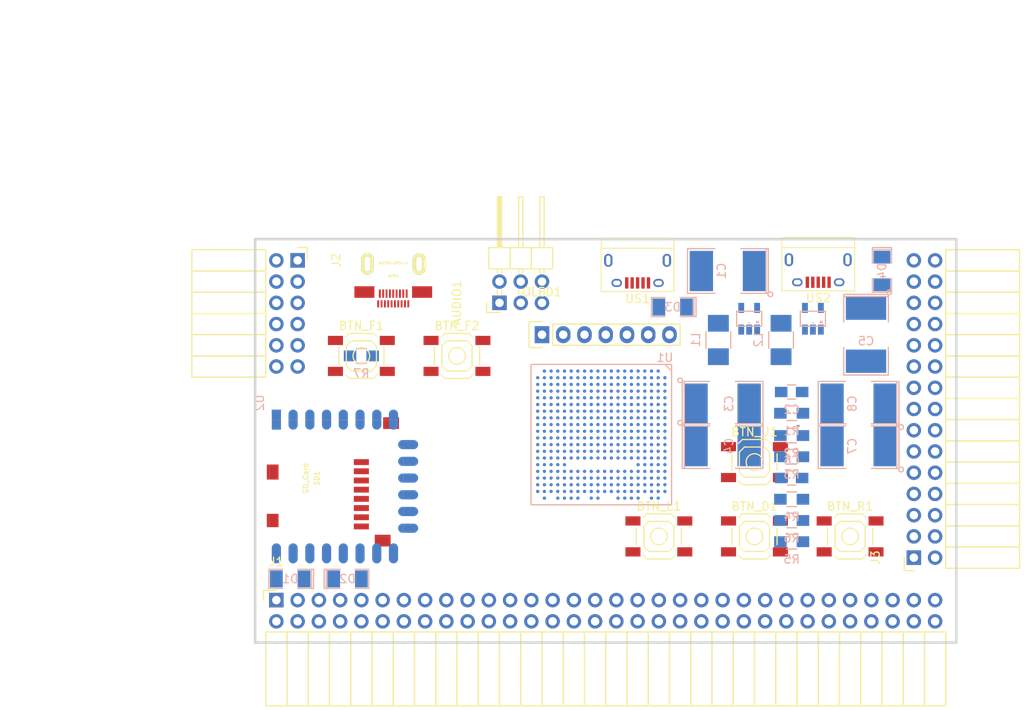
<source format=kicad_pcb>
(kicad_pcb (version 4) (host pcbnew 4.0.5+dfsg1-4)

  (general
    (links 305)
    (no_connects 305)
    (area 93.949999 61.269999 178.070001 109.830001)
    (thickness 1.6)
    (drawings 16)
    (tracks 1)
    (zones 0)
    (modules 40)
    (nets 89)
  )

  (page A4)
  (layers
    (0 F.Cu signal)
    (1 In1.Cu signal)
    (2 In2.Cu signal)
    (31 B.Cu signal)
    (32 B.Adhes user)
    (33 F.Adhes user)
    (34 B.Paste user)
    (35 F.Paste user)
    (36 B.SilkS user)
    (37 F.SilkS user)
    (38 B.Mask user)
    (39 F.Mask user)
    (40 Dwgs.User user)
    (41 Cmts.User user)
    (42 Eco1.User user)
    (43 Eco2.User user)
    (44 Edge.Cuts user)
    (45 Margin user)
    (46 B.CrtYd user)
    (47 F.CrtYd user)
    (48 B.Fab user)
    (49 F.Fab user)
  )

  (setup
    (last_trace_width 0.25)
    (trace_clearance 0.2)
    (zone_clearance 0.508)
    (zone_45_only no)
    (trace_min 0.2)
    (segment_width 0.2)
    (edge_width 0.2)
    (via_size 0.6)
    (via_drill 0.4)
    (via_min_size 0.4)
    (via_min_drill 0.3)
    (uvia_size 0.3)
    (uvia_drill 0.1)
    (uvias_allowed yes)
    (uvia_min_size 0.2)
    (uvia_min_drill 0.1)
    (pcb_text_width 0.3)
    (pcb_text_size 1.5 1.5)
    (mod_edge_width 0.15)
    (mod_text_size 1 1)
    (mod_text_width 0.15)
    (pad_size 1.524 1.524)
    (pad_drill 0.762)
    (pad_to_mask_clearance 0.2)
    (aux_axis_origin 82.67 62.69)
    (grid_origin 86.48 79.2)
    (visible_elements 7FFFFFFF)
    (pcbplotparams
      (layerselection 0x00030_80000001)
      (usegerberextensions false)
      (excludeedgelayer true)
      (linewidth 0.100000)
      (plotframeref false)
      (viasonmask false)
      (mode 1)
      (useauxorigin false)
      (hpglpennumber 1)
      (hpglpenspeed 20)
      (hpglpendiameter 15)
      (hpglpenoverlay 2)
      (psnegative false)
      (psa4output false)
      (plotreference true)
      (plotvalue true)
      (plotinvisibletext false)
      (padsonsilk false)
      (subtractmaskfromsilk false)
      (outputformat 1)
      (mirror false)
      (drillshape 1)
      (scaleselection 1)
      (outputdirectory ""))
  )

  (net 0 "")
  (net 1 GND)
  (net 2 /TDI)
  (net 3 /TCK)
  (net 4 /TMS)
  (net 5 /TDO)
  (net 6 +5V)
  (net 7 /USB5V)
  (net 8 "Net-(D4-Pad1)")
  (net 9 /gpio/IN5V)
  (net 10 /gpio/OUT5V)
  (net 11 /gpio/P5)
  (net 12 /gpio/P6)
  (net 13 /gpio/P7)
  (net 14 /gpio/P8)
  (net 15 /gpio/P11)
  (net 16 /gpio/P12)
  (net 17 /gpio/P13)
  (net 18 /gpio/P14)
  (net 19 /gpio/P17)
  (net 20 /gpio/P18)
  (net 21 /gpio/P19)
  (net 22 /gpio/P20)
  (net 23 /gpio/P21)
  (net 24 /gpio/P22)
  (net 25 /gpio/P23)
  (net 26 /gpio/P24)
  (net 27 /gpio/P25)
  (net 28 /gpio/P26)
  (net 29 /gpio/P27)
  (net 30 /gpio/P28)
  (net 31 /gpio/P29)
  (net 32 /gpio/P30)
  (net 33 /SD_3)
  (net 34 /MTMS)
  (net 35 /MTCK)
  (net 36 /MTDO)
  (net 37 /MTDI)
  (net 38 /gpio/P9)
  (net 39 /gpio/P10)
  (net 40 "Net-(US1-Pad6)")
  (net 41 "Net-(US2-Pad6)")
  (net 42 /gpio/P15)
  (net 43 /gpio/P16)
  (net 44 /gpio/P31)
  (net 45 /gpio/P32)
  (net 46 /gpio/P33)
  (net 47 /gpio/P34)
  (net 48 /gpio/P35)
  (net 49 /gpio/P36)
  (net 50 /gpio/P37)
  (net 51 /gpio/P38)
  (net 52 /gpio/P39)
  (net 53 /gpio/P40)
  (net 54 /gpio/P41)
  (net 55 /gpio/P42)
  (net 56 /gpio/P43)
  (net 57 /gpio/P44)
  (net 58 /gpio/P45)
  (net 59 /gpio/P46)
  (net 60 /gpio/P47)
  (net 61 /gpio/P48)
  (net 62 /gpio/P49)
  (net 63 /gpio/P50)
  (net 64 /gpio/P51)
  (net 65 /gpio/P52)
  (net 66 /gpio/P53)
  (net 67 /gpio/P54)
  (net 68 /gpio/P55)
  (net 69 /gpio/P56)
  (net 70 /gpio/P57)
  (net 71 /gpio/P58)
  (net 72 /gpio/P59)
  (net 73 /gpio/P60)
  (net 74 +3V3)
  (net 75 "Net-(L1-Pad1)")
  (net 76 "Net-(R1-Pad2)")
  (net 77 "Net-(L2-Pad1)")
  (net 78 "Net-(R4-Pad2)")
  (net 79 +1V2)
  (net 80 "Net-(C2-Pad2)")
  (net 81 "Net-(C6-Pad2)")
  (net 82 "Net-(BTN_D1-Pad1)")
  (net 83 BTN_D)
  (net 84 BTN_F1)
  (net 85 BTN_F2)
  (net 86 BTN_L)
  (net 87 BTN_R)
  (net 88 BTN_U)

  (net_class Default "This is the default net class."
    (clearance 0.2)
    (trace_width 0.25)
    (via_dia 0.6)
    (via_drill 0.4)
    (uvia_dia 0.3)
    (uvia_drill 0.1)
    (add_net +1V2)
    (add_net +3V3)
    (add_net +5V)
    (add_net /MTCK)
    (add_net /MTDI)
    (add_net /MTDO)
    (add_net /MTMS)
    (add_net /SD_3)
    (add_net /TCK)
    (add_net /TDI)
    (add_net /TDO)
    (add_net /TMS)
    (add_net /USB5V)
    (add_net /gpio/IN5V)
    (add_net /gpio/OUT5V)
    (add_net /gpio/P10)
    (add_net /gpio/P11)
    (add_net /gpio/P12)
    (add_net /gpio/P13)
    (add_net /gpio/P14)
    (add_net /gpio/P15)
    (add_net /gpio/P16)
    (add_net /gpio/P17)
    (add_net /gpio/P18)
    (add_net /gpio/P19)
    (add_net /gpio/P20)
    (add_net /gpio/P21)
    (add_net /gpio/P22)
    (add_net /gpio/P23)
    (add_net /gpio/P24)
    (add_net /gpio/P25)
    (add_net /gpio/P26)
    (add_net /gpio/P27)
    (add_net /gpio/P28)
    (add_net /gpio/P29)
    (add_net /gpio/P30)
    (add_net /gpio/P31)
    (add_net /gpio/P32)
    (add_net /gpio/P33)
    (add_net /gpio/P34)
    (add_net /gpio/P35)
    (add_net /gpio/P36)
    (add_net /gpio/P37)
    (add_net /gpio/P38)
    (add_net /gpio/P39)
    (add_net /gpio/P40)
    (add_net /gpio/P41)
    (add_net /gpio/P42)
    (add_net /gpio/P43)
    (add_net /gpio/P44)
    (add_net /gpio/P45)
    (add_net /gpio/P46)
    (add_net /gpio/P47)
    (add_net /gpio/P48)
    (add_net /gpio/P49)
    (add_net /gpio/P5)
    (add_net /gpio/P50)
    (add_net /gpio/P51)
    (add_net /gpio/P52)
    (add_net /gpio/P53)
    (add_net /gpio/P54)
    (add_net /gpio/P55)
    (add_net /gpio/P56)
    (add_net /gpio/P57)
    (add_net /gpio/P58)
    (add_net /gpio/P59)
    (add_net /gpio/P6)
    (add_net /gpio/P60)
    (add_net /gpio/P7)
    (add_net /gpio/P8)
    (add_net /gpio/P9)
    (add_net BTN_D)
    (add_net BTN_F1)
    (add_net BTN_F2)
    (add_net BTN_L)
    (add_net BTN_R)
    (add_net BTN_U)
    (add_net "Net-(BTN_D1-Pad1)")
    (add_net "Net-(C2-Pad2)")
    (add_net "Net-(C6-Pad2)")
    (add_net "Net-(D4-Pad1)")
    (add_net "Net-(L1-Pad1)")
    (add_net "Net-(L2-Pad1)")
    (add_net "Net-(R1-Pad2)")
    (add_net "Net-(R4-Pad2)")
    (add_net "Net-(US1-Pad6)")
    (add_net "Net-(US2-Pad6)")
  )

  (net_class BGA ""
    (clearance 0.1)
    (trace_width 0.2)
    (via_dia 0.6)
    (via_drill 0.4)
    (uvia_dia 0.3)
    (uvia_drill 0.1)
    (add_net GND)
  )

  (module SMD_Packages:SMD-1206_Pol (layer B.Cu) (tedit 0) (tstamp 56AA106E)
    (at 105.149 102.06)
    (path /56AC389C/56AC4846)
    (attr smd)
    (fp_text reference D2 (at 0 0) (layer B.SilkS)
      (effects (font (size 1 1) (thickness 0.15)) (justify mirror))
    )
    (fp_text value 2A (at 0 0) (layer B.Fab)
      (effects (font (size 1 1) (thickness 0.15)) (justify mirror))
    )
    (fp_line (start -2.54 1.143) (end -2.794 1.143) (layer B.SilkS) (width 0.15))
    (fp_line (start -2.794 1.143) (end -2.794 -1.143) (layer B.SilkS) (width 0.15))
    (fp_line (start -2.794 -1.143) (end -2.54 -1.143) (layer B.SilkS) (width 0.15))
    (fp_line (start -2.54 1.143) (end -2.54 -1.143) (layer B.SilkS) (width 0.15))
    (fp_line (start -2.54 -1.143) (end -0.889 -1.143) (layer B.SilkS) (width 0.15))
    (fp_line (start 0.889 1.143) (end 2.54 1.143) (layer B.SilkS) (width 0.15))
    (fp_line (start 2.54 1.143) (end 2.54 -1.143) (layer B.SilkS) (width 0.15))
    (fp_line (start 2.54 -1.143) (end 0.889 -1.143) (layer B.SilkS) (width 0.15))
    (fp_line (start -0.889 1.143) (end -2.54 1.143) (layer B.SilkS) (width 0.15))
    (pad 1 smd rect (at -1.651 0) (size 1.524 2.032) (layers B.Cu B.Paste B.Mask)
      (net 10 /gpio/OUT5V))
    (pad 2 smd rect (at 1.651 0) (size 1.524 2.032) (layers B.Cu B.Paste B.Mask))
    (model SMD_Packages.3dshapes/SMD-1206_Pol.wrl
      (at (xyz 0 0 0))
      (scale (xyz 0.17 0.16 0.16))
      (rotate (xyz 0 0 0))
    )
  )

  (module SMD_Packages:SMD-1206_Pol (layer B.Cu) (tedit 0) (tstamp 56AA1068)
    (at 98.291 102.06 180)
    (path /56AC389C/56AC483B)
    (attr smd)
    (fp_text reference D1 (at 0 0 180) (layer B.SilkS)
      (effects (font (size 1 1) (thickness 0.15)) (justify mirror))
    )
    (fp_text value 2A (at 0 0 180) (layer B.Fab)
      (effects (font (size 1 1) (thickness 0.15)) (justify mirror))
    )
    (fp_line (start -2.54 1.143) (end -2.794 1.143) (layer B.SilkS) (width 0.15))
    (fp_line (start -2.794 1.143) (end -2.794 -1.143) (layer B.SilkS) (width 0.15))
    (fp_line (start -2.794 -1.143) (end -2.54 -1.143) (layer B.SilkS) (width 0.15))
    (fp_line (start -2.54 1.143) (end -2.54 -1.143) (layer B.SilkS) (width 0.15))
    (fp_line (start -2.54 -1.143) (end -0.889 -1.143) (layer B.SilkS) (width 0.15))
    (fp_line (start 0.889 1.143) (end 2.54 1.143) (layer B.SilkS) (width 0.15))
    (fp_line (start 2.54 1.143) (end 2.54 -1.143) (layer B.SilkS) (width 0.15))
    (fp_line (start 2.54 -1.143) (end 0.889 -1.143) (layer B.SilkS) (width 0.15))
    (fp_line (start -0.889 1.143) (end -2.54 1.143) (layer B.SilkS) (width 0.15))
    (pad 1 smd rect (at -1.651 0 180) (size 1.524 2.032) (layers B.Cu B.Paste B.Mask)
      (net 6 +5V))
    (pad 2 smd rect (at 1.651 0 180) (size 1.524 2.032) (layers B.Cu B.Paste B.Mask)
      (net 9 /gpio/IN5V))
    (model SMD_Packages.3dshapes/SMD-1206_Pol.wrl
      (at (xyz 0 0 0))
      (scale (xyz 0.17 0.16 0.16))
      (rotate (xyz 0 0 0))
    )
  )

  (module SMD_Packages:SMD-1206_Pol (layer B.Cu) (tedit 0) (tstamp 56A9E514)
    (at 169.03 65.23 270)
    (path /56AA2821)
    (attr smd)
    (fp_text reference D4 (at 0 0 270) (layer B.SilkS)
      (effects (font (size 1 1) (thickness 0.15)) (justify mirror))
    )
    (fp_text value 2A (at 0 0 270) (layer B.Fab)
      (effects (font (size 1 1) (thickness 0.15)) (justify mirror))
    )
    (fp_line (start -2.54 1.143) (end -2.794 1.143) (layer B.SilkS) (width 0.15))
    (fp_line (start -2.794 1.143) (end -2.794 -1.143) (layer B.SilkS) (width 0.15))
    (fp_line (start -2.794 -1.143) (end -2.54 -1.143) (layer B.SilkS) (width 0.15))
    (fp_line (start -2.54 1.143) (end -2.54 -1.143) (layer B.SilkS) (width 0.15))
    (fp_line (start -2.54 -1.143) (end -0.889 -1.143) (layer B.SilkS) (width 0.15))
    (fp_line (start 0.889 1.143) (end 2.54 1.143) (layer B.SilkS) (width 0.15))
    (fp_line (start 2.54 1.143) (end 2.54 -1.143) (layer B.SilkS) (width 0.15))
    (fp_line (start 2.54 -1.143) (end 0.889 -1.143) (layer B.SilkS) (width 0.15))
    (fp_line (start -0.889 1.143) (end -2.54 1.143) (layer B.SilkS) (width 0.15))
    (pad 1 smd rect (at -1.651 0 270) (size 1.524 2.032) (layers B.Cu B.Paste B.Mask)
      (net 8 "Net-(D4-Pad1)"))
    (pad 2 smd rect (at 1.651 0 270) (size 1.524 2.032) (layers B.Cu B.Paste B.Mask)
      (net 6 +5V))
    (model SMD_Packages.3dshapes/SMD-1206_Pol.wrl
      (at (xyz 0 0 0))
      (scale (xyz 0.17 0.16 0.16))
      (rotate (xyz 0 0 0))
    )
  )

  (module SMD_Packages:SMD-1206_Pol (layer B.Cu) (tedit 0) (tstamp 56A9E50E)
    (at 144.011 69.548 180)
    (path /56AA1324)
    (attr smd)
    (fp_text reference D3 (at 0 0 180) (layer B.SilkS)
      (effects (font (size 1 1) (thickness 0.15)) (justify mirror))
    )
    (fp_text value 2A (at 0 0 180) (layer B.Fab)
      (effects (font (size 1 1) (thickness 0.15)) (justify mirror))
    )
    (fp_line (start -2.54 1.143) (end -2.794 1.143) (layer B.SilkS) (width 0.15))
    (fp_line (start -2.794 1.143) (end -2.794 -1.143) (layer B.SilkS) (width 0.15))
    (fp_line (start -2.794 -1.143) (end -2.54 -1.143) (layer B.SilkS) (width 0.15))
    (fp_line (start -2.54 1.143) (end -2.54 -1.143) (layer B.SilkS) (width 0.15))
    (fp_line (start -2.54 -1.143) (end -0.889 -1.143) (layer B.SilkS) (width 0.15))
    (fp_line (start 0.889 1.143) (end 2.54 1.143) (layer B.SilkS) (width 0.15))
    (fp_line (start 2.54 1.143) (end 2.54 -1.143) (layer B.SilkS) (width 0.15))
    (fp_line (start 2.54 -1.143) (end 0.889 -1.143) (layer B.SilkS) (width 0.15))
    (fp_line (start -0.889 1.143) (end -2.54 1.143) (layer B.SilkS) (width 0.15))
    (pad 1 smd rect (at -1.651 0 180) (size 1.524 2.032) (layers B.Cu B.Paste B.Mask)
      (net 6 +5V))
    (pad 2 smd rect (at 1.651 0 180) (size 1.524 2.032) (layers B.Cu B.Paste B.Mask)
      (net 7 /USB5V))
    (model SMD_Packages.3dshapes/SMD-1206_Pol.wrl
      (at (xyz 0 0 0))
      (scale (xyz 0.17 0.16 0.16))
      (rotate (xyz 0 0 0))
    )
  )

  (module micro-sd:MicroSD_TF02D (layer F.Cu) (tedit 52721666) (tstamp 56A966AB)
    (at 95.8 90.03 90)
    (path /56ACBF19)
    (fp_text reference SD1 (at 0 5.7 90) (layer F.SilkS)
      (effects (font (size 0.59944 0.59944) (thickness 0.12446)))
    )
    (fp_text value SD_Card (at 0 4.35 90) (layer F.SilkS)
      (effects (font (size 0.59944 0.59944) (thickness 0.12446)))
    )
    (fp_line (start 3.8 15.2) (end 3.8 16) (layer F.SilkS) (width 0.01016))
    (fp_line (start 3.8 16) (end -7 16) (layer F.SilkS) (width 0.01016))
    (fp_line (start -7 16) (end -7 15.2) (layer F.SilkS) (width 0.01016))
    (fp_line (start 7 0) (end 7 15.2) (layer F.SilkS) (width 0.01016))
    (fp_line (start 7 15.2) (end -7 15.2) (layer F.SilkS) (width 0.01016))
    (fp_line (start -7 15.2) (end -7 0) (layer F.SilkS) (width 0.01016))
    (fp_line (start -7 0) (end 7 0) (layer F.SilkS) (width 0.01016))
    (pad 1 smd rect (at 1.94 11 90) (size 0.7 1.8) (layers F.Cu F.Paste F.Mask)
      (net 33 /SD_3))
    (pad 2 smd rect (at 0.84 11 90) (size 0.7 1.8) (layers F.Cu F.Paste F.Mask)
      (net 34 /MTMS))
    (pad 3 smd rect (at -0.26 11 90) (size 0.7 1.8) (layers F.Cu F.Paste F.Mask)
      (net 1 GND))
    (pad 4 smd rect (at -1.36 11 90) (size 0.7 1.8) (layers F.Cu F.Paste F.Mask)
      (net 74 +3V3))
    (pad 5 smd rect (at -2.46 11 90) (size 0.7 1.8) (layers F.Cu F.Paste F.Mask)
      (net 35 /MTCK))
    (pad 6 smd rect (at -3.56 11 90) (size 0.7 1.8) (layers F.Cu F.Paste F.Mask)
      (net 1 GND))
    (pad 7 smd rect (at -4.66 11 90) (size 0.7 1.8) (layers F.Cu F.Paste F.Mask)
      (net 36 /MTDO))
    (pad 8 smd rect (at -5.76 11 90) (size 0.7 1.8) (layers F.Cu F.Paste F.Mask)
      (net 37 /MTDI))
    (pad S smd rect (at -5.05 0.4 90) (size 1.6 1.4) (layers F.Cu F.Paste F.Mask))
    (pad S smd rect (at 0.75 0.4 90) (size 1.8 1.4) (layers F.Cu F.Paste F.Mask))
    (pad G smd rect (at -7.45 13.55 90) (size 1.4 1.9) (layers F.Cu F.Paste F.Mask))
    (pad G smd rect (at 6.6 14.55 90) (size 1.4 1.9) (layers F.Cu F.Paste F.Mask))
  )

  (module micro-hdmi-d:MICRO-HDMI-D (layer F.Cu) (tedit 53F70906) (tstamp 56A965BA)
    (at 110.61 62.69 180)
    (path /56ACD5D4)
    (attr smd)
    (fp_text reference GPDI1 (at -0.025 -3.125 180) (layer F.SilkS)
      (effects (font (size 0.3 0.3) (thickness 0.075)))
    )
    (fp_text value MICRO-GPDI-D (at 0 -1.6 180) (layer F.SilkS)
      (effects (font (size 0.3 0.3) (thickness 0.075)))
    )
    (fp_line (start -3.3 0) (end -3.3 0.7) (layer F.SilkS) (width 0.001))
    (fp_line (start -3.3 0.7) (end 3.3 0.7) (layer F.SilkS) (width 0.001))
    (fp_line (start 3.3 0.7) (end 3.3 0) (layer F.SilkS) (width 0.001))
    (fp_line (start -3.3 0) (end -3.3 -6.8) (layer F.SilkS) (width 0.001))
    (fp_line (start -3.3 -6.8) (end 3.3 -6.8) (layer F.SilkS) (width 0.001))
    (fp_line (start 3.3 -6.8) (end 3.3 0) (layer F.SilkS) (width 0.001))
    (fp_line (start 3.3 0) (end -3.3 0) (layer F.SilkS) (width 0.001))
    (pad 1 smd rect (at 1.8 -6.475 180) (size 0.23 0.85) (layers F.Cu F.Paste F.Mask))
    (pad 3 smd rect (at 1.4 -6.475 180) (size 0.23 0.85) (layers F.Cu F.Paste F.Mask))
    (pad 5 smd rect (at 1 -6.475 180) (size 0.23 0.85) (layers F.Cu F.Paste F.Mask))
    (pad 7 smd rect (at 0.6 -6.475 180) (size 0.23 0.85) (layers F.Cu F.Paste F.Mask)
      (net 1 GND))
    (pad 9 smd rect (at 0.2 -6.475 180) (size 0.23 0.85) (layers F.Cu F.Paste F.Mask))
    (pad 11 smd rect (at -0.2 -6.475 180) (size 0.23 0.85) (layers F.Cu F.Paste F.Mask))
    (pad 13 smd rect (at -0.6 -6.475 180) (size 0.23 0.85) (layers F.Cu F.Paste F.Mask)
      (net 1 GND))
    (pad 15 smd rect (at -1 -6.475 180) (size 0.23 0.85) (layers F.Cu F.Paste F.Mask))
    (pad 17 smd rect (at -1.4 -6.475 180) (size 0.23 0.85) (layers F.Cu F.Paste F.Mask))
    (pad 19 smd rect (at -1.8 -6.475 180) (size 0.23 0.85) (layers F.Cu F.Paste F.Mask)
      (net 6 +5V))
    (pad 2 smd rect (at 1.6 -5.25 180) (size 0.23 1) (layers F.Cu F.Paste F.Mask))
    (pad 4 smd rect (at 1.2 -5.25 180) (size 0.23 1) (layers F.Cu F.Paste F.Mask)
      (net 1 GND))
    (pad 6 smd rect (at 0.8 -5.25 180) (size 0.23 1) (layers F.Cu F.Paste F.Mask))
    (pad 8 smd rect (at 0.4 -5.25 180) (size 0.23 1) (layers F.Cu F.Paste F.Mask))
    (pad 10 smd rect (at 0 -5.25 180) (size 0.23 1) (layers F.Cu F.Paste F.Mask)
      (net 1 GND))
    (pad 12 smd rect (at -0.4 -5.25 180) (size 0.23 1) (layers F.Cu F.Paste F.Mask))
    (pad 14 smd rect (at -0.8 -5.25 180) (size 0.23 1) (layers F.Cu F.Paste F.Mask))
    (pad 16 smd rect (at -1.2 -5.25 180) (size 0.23 1) (layers F.Cu F.Paste F.Mask)
      (net 1 GND))
    (pad 18 smd rect (at -1.6 -5.25 180) (size 0.23 1) (layers F.Cu F.Paste F.Mask))
    (pad SHD smd rect (at 3.45 -5.06 180) (size 2.4 1.38) (layers F.Cu F.Paste F.Mask)
      (net 1 GND))
    (pad SHD smd rect (at -3.45 -5.06 180) (size 2.4 1.38) (layers F.Cu F.Paste F.Mask)
      (net 1 GND))
    (pad "" thru_hole oval (at -3.1 -1.7 180) (size 1.5 2.55) (drill oval 0.65 1.7) (layers *.Cu *.Mask F.SilkS))
    (pad "" thru_hole oval (at 3.1 -1.7 180) (size 1.5 2.55) (drill oval 0.65 1.7) (layers *.Cu *.Mask F.SilkS))
  )

  (module ESP8266:ESP-12E (layer B.Cu) (tedit 559F8D21) (tstamp 56A95491)
    (at 96.64 83.01 270)
    (descr "Module, ESP-8266, ESP-12, 16 pad, SMD")
    (tags "Module ESP-8266 ESP8266")
    (path /56AC980A)
    (fp_text reference U2 (at -2 2 270) (layer B.SilkS)
      (effects (font (size 1 1) (thickness 0.15)) (justify mirror))
    )
    (fp_text value ESP-12E (at 8 -1 270) (layer B.Fab)
      (effects (font (size 1 1) (thickness 0.15)) (justify mirror))
    )
    (fp_line (start 16 8.4) (end 0 2.6) (layer B.CrtYd) (width 0.1524))
    (fp_line (start 0 8.4) (end 16 2.6) (layer B.CrtYd) (width 0.1524))
    (fp_text user "No Copper" (at 7.9 5.4 270) (layer B.CrtYd)
      (effects (font (size 1 1) (thickness 0.15)) (justify mirror))
    )
    (fp_line (start 0 8.4) (end 0 2.6) (layer B.CrtYd) (width 0.1524))
    (fp_line (start 0 2.6) (end 16 2.6) (layer B.CrtYd) (width 0.1524))
    (fp_line (start 16 2.6) (end 16 8.4) (layer B.CrtYd) (width 0.1524))
    (fp_line (start 16 8.4) (end 0 8.4) (layer B.CrtYd) (width 0.1524))
    (fp_line (start 16 8.4) (end 16 -15.6) (layer B.Fab) (width 0.1524))
    (fp_line (start 16 -15.6) (end 0 -15.6) (layer B.Fab) (width 0.1524))
    (fp_line (start 0 -15.6) (end 0 8.4) (layer B.Fab) (width 0.1524))
    (fp_line (start 0 8.4) (end 16 8.4) (layer B.Fab) (width 0.1524))
    (pad 9 smd oval (at 2.99 -15.75 180) (size 2.4 1.1) (layers B.Cu B.Paste B.Mask)
      (net 36 /MTDO))
    (pad 10 smd oval (at 4.99 -15.75 180) (size 2.4 1.1) (layers B.Cu B.Paste B.Mask)
      (net 37 /MTDI))
    (pad 11 smd oval (at 6.99 -15.75 180) (size 2.4 1.1) (layers B.Cu B.Paste B.Mask)
      (net 33 /SD_3))
    (pad 12 smd oval (at 8.99 -15.75 180) (size 2.4 1.1) (layers B.Cu B.Paste B.Mask)
      (net 34 /MTMS))
    (pad 13 smd oval (at 10.99 -15.75 180) (size 2.4 1.1) (layers B.Cu B.Paste B.Mask)
      (net 35 /MTCK))
    (pad 14 smd oval (at 12.99 -15.75 180) (size 2.4 1.1) (layers B.Cu B.Paste B.Mask))
    (pad 1 smd rect (at 0 0 270) (size 2.4 1.1) (layers B.Cu B.Paste B.Mask))
    (pad 2 smd oval (at 0 -2 270) (size 2.4 1.1) (layers B.Cu B.Paste B.Mask))
    (pad 3 smd oval (at 0 -4 270) (size 2.4 1.1) (layers B.Cu B.Paste B.Mask))
    (pad 4 smd oval (at 0 -6 270) (size 2.4 1.1) (layers B.Cu B.Paste B.Mask)
      (net 2 /TDI))
    (pad 5 smd oval (at 0 -8 270) (size 2.4 1.1) (layers B.Cu B.Paste B.Mask)
      (net 5 /TDO))
    (pad 6 smd oval (at 0 -10 270) (size 2.4 1.1) (layers B.Cu B.Paste B.Mask)
      (net 3 /TCK))
    (pad 7 smd oval (at 0 -12 270) (size 2.4 1.1) (layers B.Cu B.Paste B.Mask)
      (net 4 /TMS))
    (pad 8 smd oval (at 0 -14 270) (size 2.4 1.1) (layers B.Cu B.Paste B.Mask)
      (net 74 +3V3))
    (pad 15 smd oval (at 16 -14 270) (size 2.4 1.1) (layers B.Cu B.Paste B.Mask)
      (net 1 GND))
    (pad 16 smd oval (at 16 -12 270) (size 2.4 1.1) (layers B.Cu B.Paste B.Mask))
    (pad 17 smd oval (at 16 -10 270) (size 2.4 1.1) (layers B.Cu B.Paste B.Mask))
    (pad 18 smd oval (at 16 -8 270) (size 2.4 1.1) (layers B.Cu B.Paste B.Mask))
    (pad 19 smd oval (at 16 -6 270) (size 2.4 1.1) (layers B.Cu B.Paste B.Mask))
    (pad 20 smd oval (at 16 -4 270) (size 2.4 1.1) (layers B.Cu B.Paste B.Mask))
    (pad 21 smd oval (at 16 -2 270) (size 2.4 1.1) (layers B.Cu B.Paste B.Mask))
    (pad 22 smd oval (at 16 0 270) (size 2.4 1.1) (layers B.Cu B.Paste B.Mask))
    (model ${ESPLIB}/ESP8266.3dshapes/ESP-12.wrl
      (at (xyz 0.04 0 0))
      (scale (xyz 0.3937 0.3937 0.3937))
      (rotate (xyz 0 0 0))
    )
  )

  (module usb_otg:USB_Micro-B (layer F.Cu) (tedit 5543E447) (tstamp 58D43115)
    (at 139.82 65.31 180)
    (descr "Micro USB Type B Receptacle")
    (tags "USB USB_B USB_micro USB_OTG")
    (path /58D432CE)
    (attr smd)
    (fp_text reference US1 (at 0 -3.24 180) (layer F.SilkS)
      (effects (font (size 1 1) (thickness 0.15)))
    )
    (fp_text value USB_FTDI (at 0 5.01 180) (layer F.Fab)
      (effects (font (size 1 1) (thickness 0.15)))
    )
    (fp_line (start -4.6 -2.59) (end 4.6 -2.59) (layer F.CrtYd) (width 0.05))
    (fp_line (start 4.6 -2.59) (end 4.6 4.26) (layer F.CrtYd) (width 0.05))
    (fp_line (start 4.6 4.26) (end -4.6 4.26) (layer F.CrtYd) (width 0.05))
    (fp_line (start -4.6 4.26) (end -4.6 -2.59) (layer F.CrtYd) (width 0.05))
    (fp_line (start -4.35 4.03) (end 4.35 4.03) (layer F.SilkS) (width 0.12))
    (fp_line (start -4.35 -2.38) (end 4.35 -2.38) (layer F.SilkS) (width 0.12))
    (fp_line (start 4.35 -2.38) (end 4.35 4.03) (layer F.SilkS) (width 0.12))
    (fp_line (start 4.35 2.8) (end -4.35 2.8) (layer F.SilkS) (width 0.12))
    (fp_line (start -4.35 4.03) (end -4.35 -2.38) (layer F.SilkS) (width 0.12))
    (pad 1 smd rect (at -1.3 -1.35 270) (size 1.35 0.4) (layers F.Cu F.Paste F.Mask)
      (net 7 /USB5V))
    (pad 2 smd rect (at -0.65 -1.35 270) (size 1.35 0.4) (layers F.Cu F.Paste F.Mask))
    (pad 3 smd rect (at 0 -1.35 270) (size 1.35 0.4) (layers F.Cu F.Paste F.Mask))
    (pad 4 smd rect (at 0.65 -1.35 270) (size 1.35 0.4) (layers F.Cu F.Paste F.Mask))
    (pad 5 smd rect (at 1.3 -1.35 270) (size 1.35 0.4) (layers F.Cu F.Paste F.Mask)
      (net 1 GND))
    (pad 6 thru_hole oval (at -2.5 -1.35 270) (size 0.95 1.25) (drill oval 0.55 0.85) (layers *.Cu *.Mask)
      (net 40 "Net-(US1-Pad6)"))
    (pad 6 thru_hole oval (at 2.5 -1.35 270) (size 0.95 1.25) (drill oval 0.55 0.85) (layers *.Cu *.Mask)
      (net 40 "Net-(US1-Pad6)"))
    (pad 6 thru_hole oval (at -3.5 1.35 270) (size 1.55 1) (drill oval 1.15 0.5) (layers *.Cu *.Mask)
      (net 40 "Net-(US1-Pad6)"))
    (pad 6 thru_hole oval (at 3.5 1.35 270) (size 1.55 1) (drill oval 1.15 0.5) (layers *.Cu *.Mask)
      (net 40 "Net-(US1-Pad6)"))
  )

  (module usb_otg:USB_Micro-B (layer F.Cu) (tedit 5543E447) (tstamp 58D43122)
    (at 161.41 65.23 180)
    (descr "Micro USB Type B Receptacle")
    (tags "USB USB_B USB_micro USB_OTG")
    (path /58D4378B)
    (attr smd)
    (fp_text reference US2 (at 0 -3.24 180) (layer F.SilkS)
      (effects (font (size 1 1) (thickness 0.15)))
    )
    (fp_text value USB_FPGA (at 0 5.01 180) (layer F.Fab)
      (effects (font (size 1 1) (thickness 0.15)))
    )
    (fp_line (start -4.6 -2.59) (end 4.6 -2.59) (layer F.CrtYd) (width 0.05))
    (fp_line (start 4.6 -2.59) (end 4.6 4.26) (layer F.CrtYd) (width 0.05))
    (fp_line (start 4.6 4.26) (end -4.6 4.26) (layer F.CrtYd) (width 0.05))
    (fp_line (start -4.6 4.26) (end -4.6 -2.59) (layer F.CrtYd) (width 0.05))
    (fp_line (start -4.35 4.03) (end 4.35 4.03) (layer F.SilkS) (width 0.12))
    (fp_line (start -4.35 -2.38) (end 4.35 -2.38) (layer F.SilkS) (width 0.12))
    (fp_line (start 4.35 -2.38) (end 4.35 4.03) (layer F.SilkS) (width 0.12))
    (fp_line (start 4.35 2.8) (end -4.35 2.8) (layer F.SilkS) (width 0.12))
    (fp_line (start -4.35 4.03) (end -4.35 -2.38) (layer F.SilkS) (width 0.12))
    (pad 1 smd rect (at -1.3 -1.35 270) (size 1.35 0.4) (layers F.Cu F.Paste F.Mask)
      (net 8 "Net-(D4-Pad1)"))
    (pad 2 smd rect (at -0.65 -1.35 270) (size 1.35 0.4) (layers F.Cu F.Paste F.Mask))
    (pad 3 smd rect (at 0 -1.35 270) (size 1.35 0.4) (layers F.Cu F.Paste F.Mask))
    (pad 4 smd rect (at 0.65 -1.35 270) (size 1.35 0.4) (layers F.Cu F.Paste F.Mask))
    (pad 5 smd rect (at 1.3 -1.35 270) (size 1.35 0.4) (layers F.Cu F.Paste F.Mask)
      (net 1 GND))
    (pad 6 thru_hole oval (at -2.5 -1.35 270) (size 0.95 1.25) (drill oval 0.55 0.85) (layers *.Cu *.Mask)
      (net 41 "Net-(US2-Pad6)"))
    (pad 6 thru_hole oval (at 2.5 -1.35 270) (size 0.95 1.25) (drill oval 0.55 0.85) (layers *.Cu *.Mask)
      (net 41 "Net-(US2-Pad6)"))
    (pad 6 thru_hole oval (at -3.5 1.35 270) (size 1.55 1) (drill oval 1.15 0.5) (layers *.Cu *.Mask)
      (net 41 "Net-(US2-Pad6)"))
    (pad 6 thru_hole oval (at 3.5 1.35 270) (size 1.55 1) (drill oval 1.15 0.5) (layers *.Cu *.Mask)
      (net 41 "Net-(US2-Pad6)"))
  )

  (module Socket_Strips:Socket_Strip_Angled_2x32 (layer F.Cu) (tedit 0) (tstamp 58D4E99D)
    (at 96.64 104.6)
    (descr "Through hole socket strip")
    (tags "socket strip")
    (path /56AC389C/58D39D36)
    (fp_text reference J1 (at 0 -4.6) (layer F.SilkS)
      (effects (font (size 1 1) (thickness 0.15)))
    )
    (fp_text value CONN_02X32 (at 0 -2.6) (layer F.Fab)
      (effects (font (size 1 1) (thickness 0.15)))
    )
    (fp_line (start -1.75 -1.35) (end -1.75 13.15) (layer F.CrtYd) (width 0.05))
    (fp_line (start 80.5 -1.35) (end 80.5 13.15) (layer F.CrtYd) (width 0.05))
    (fp_line (start -1.75 -1.35) (end 80.5 -1.35) (layer F.CrtYd) (width 0.05))
    (fp_line (start -1.75 13.15) (end 80.5 13.15) (layer F.CrtYd) (width 0.05))
    (fp_line (start 80.01 3.81) (end 80.01 12.64) (layer F.SilkS) (width 0.15))
    (fp_line (start 77.47 3.81) (end 80.01 3.81) (layer F.SilkS) (width 0.15))
    (fp_line (start 77.47 12.64) (end 80.01 12.64) (layer F.SilkS) (width 0.15))
    (fp_line (start 80.01 12.64) (end 80.01 3.81) (layer F.SilkS) (width 0.15))
    (fp_line (start 77.47 12.64) (end 77.47 3.81) (layer F.SilkS) (width 0.15))
    (fp_line (start 74.93 12.64) (end 77.47 12.64) (layer F.SilkS) (width 0.15))
    (fp_line (start 74.93 3.81) (end 77.47 3.81) (layer F.SilkS) (width 0.15))
    (fp_line (start 77.47 3.81) (end 77.47 12.64) (layer F.SilkS) (width 0.15))
    (fp_line (start 54.61 12.64) (end 54.61 3.81) (layer F.SilkS) (width 0.15))
    (fp_line (start 52.07 12.64) (end 54.61 12.64) (layer F.SilkS) (width 0.15))
    (fp_line (start 52.07 3.81) (end 54.61 3.81) (layer F.SilkS) (width 0.15))
    (fp_line (start 54.61 3.81) (end 54.61 12.64) (layer F.SilkS) (width 0.15))
    (fp_line (start 52.07 3.81) (end 52.07 12.64) (layer F.SilkS) (width 0.15))
    (fp_line (start 49.53 3.81) (end 52.07 3.81) (layer F.SilkS) (width 0.15))
    (fp_line (start 49.53 12.64) (end 52.07 12.64) (layer F.SilkS) (width 0.15))
    (fp_line (start 52.07 12.64) (end 52.07 3.81) (layer F.SilkS) (width 0.15))
    (fp_line (start 49.53 12.64) (end 49.53 3.81) (layer F.SilkS) (width 0.15))
    (fp_line (start 46.99 12.64) (end 49.53 12.64) (layer F.SilkS) (width 0.15))
    (fp_line (start 46.99 3.81) (end 49.53 3.81) (layer F.SilkS) (width 0.15))
    (fp_line (start 49.53 3.81) (end 49.53 12.64) (layer F.SilkS) (width 0.15))
    (fp_line (start 62.23 3.81) (end 62.23 12.64) (layer F.SilkS) (width 0.15))
    (fp_line (start 59.69 3.81) (end 62.23 3.81) (layer F.SilkS) (width 0.15))
    (fp_line (start 59.69 12.64) (end 62.23 12.64) (layer F.SilkS) (width 0.15))
    (fp_line (start 62.23 12.64) (end 62.23 3.81) (layer F.SilkS) (width 0.15))
    (fp_line (start 64.77 12.64) (end 64.77 3.81) (layer F.SilkS) (width 0.15))
    (fp_line (start 62.23 12.64) (end 64.77 12.64) (layer F.SilkS) (width 0.15))
    (fp_line (start 62.23 3.81) (end 64.77 3.81) (layer F.SilkS) (width 0.15))
    (fp_line (start 64.77 3.81) (end 64.77 12.64) (layer F.SilkS) (width 0.15))
    (fp_line (start 67.31 3.81) (end 67.31 12.64) (layer F.SilkS) (width 0.15))
    (fp_line (start 64.77 3.81) (end 67.31 3.81) (layer F.SilkS) (width 0.15))
    (fp_line (start 64.77 12.64) (end 67.31 12.64) (layer F.SilkS) (width 0.15))
    (fp_line (start 67.31 12.64) (end 67.31 3.81) (layer F.SilkS) (width 0.15))
    (fp_line (start 69.85 12.64) (end 69.85 3.81) (layer F.SilkS) (width 0.15))
    (fp_line (start 67.31 12.64) (end 69.85 12.64) (layer F.SilkS) (width 0.15))
    (fp_line (start 67.31 3.81) (end 69.85 3.81) (layer F.SilkS) (width 0.15))
    (fp_line (start 69.85 3.81) (end 69.85 12.64) (layer F.SilkS) (width 0.15))
    (fp_line (start 72.39 3.81) (end 72.39 12.64) (layer F.SilkS) (width 0.15))
    (fp_line (start 69.85 3.81) (end 72.39 3.81) (layer F.SilkS) (width 0.15))
    (fp_line (start 69.85 12.64) (end 72.39 12.64) (layer F.SilkS) (width 0.15))
    (fp_line (start 72.39 12.64) (end 72.39 3.81) (layer F.SilkS) (width 0.15))
    (fp_line (start 59.69 12.64) (end 59.69 3.81) (layer F.SilkS) (width 0.15))
    (fp_line (start 57.15 12.64) (end 59.69 12.64) (layer F.SilkS) (width 0.15))
    (fp_line (start 57.15 3.81) (end 59.69 3.81) (layer F.SilkS) (width 0.15))
    (fp_line (start 59.69 3.81) (end 59.69 12.64) (layer F.SilkS) (width 0.15))
    (fp_line (start 57.15 3.81) (end 57.15 12.64) (layer F.SilkS) (width 0.15))
    (fp_line (start 54.61 3.81) (end 57.15 3.81) (layer F.SilkS) (width 0.15))
    (fp_line (start 54.61 12.64) (end 57.15 12.64) (layer F.SilkS) (width 0.15))
    (fp_line (start 57.15 12.64) (end 57.15 3.81) (layer F.SilkS) (width 0.15))
    (fp_line (start 74.93 12.64) (end 74.93 3.81) (layer F.SilkS) (width 0.15))
    (fp_line (start 72.39 12.64) (end 74.93 12.64) (layer F.SilkS) (width 0.15))
    (fp_line (start 72.39 3.81) (end 74.93 3.81) (layer F.SilkS) (width 0.15))
    (fp_line (start 74.93 3.81) (end 74.93 12.64) (layer F.SilkS) (width 0.15))
    (fp_line (start 46.99 3.81) (end 46.99 12.64) (layer F.SilkS) (width 0.15))
    (fp_line (start 44.45 3.81) (end 46.99 3.81) (layer F.SilkS) (width 0.15))
    (fp_line (start 44.45 12.64) (end 46.99 12.64) (layer F.SilkS) (width 0.15))
    (fp_line (start 46.99 12.64) (end 46.99 3.81) (layer F.SilkS) (width 0.15))
    (fp_line (start 29.21 12.64) (end 29.21 3.81) (layer F.SilkS) (width 0.15))
    (fp_line (start 26.67 12.64) (end 29.21 12.64) (layer F.SilkS) (width 0.15))
    (fp_line (start 26.67 3.81) (end 29.21 3.81) (layer F.SilkS) (width 0.15))
    (fp_line (start 29.21 3.81) (end 29.21 12.64) (layer F.SilkS) (width 0.15))
    (fp_line (start 31.75 3.81) (end 31.75 12.64) (layer F.SilkS) (width 0.15))
    (fp_line (start 29.21 3.81) (end 31.75 3.81) (layer F.SilkS) (width 0.15))
    (fp_line (start 29.21 12.64) (end 31.75 12.64) (layer F.SilkS) (width 0.15))
    (fp_line (start 31.75 12.64) (end 31.75 3.81) (layer F.SilkS) (width 0.15))
    (fp_line (start 44.45 12.64) (end 44.45 3.81) (layer F.SilkS) (width 0.15))
    (fp_line (start 41.91 12.64) (end 44.45 12.64) (layer F.SilkS) (width 0.15))
    (fp_line (start 41.91 3.81) (end 44.45 3.81) (layer F.SilkS) (width 0.15))
    (fp_line (start 44.45 3.81) (end 44.45 12.64) (layer F.SilkS) (width 0.15))
    (fp_line (start 41.91 3.81) (end 41.91 12.64) (layer F.SilkS) (width 0.15))
    (fp_line (start 39.37 3.81) (end 41.91 3.81) (layer F.SilkS) (width 0.15))
    (fp_line (start 39.37 12.64) (end 41.91 12.64) (layer F.SilkS) (width 0.15))
    (fp_line (start 41.91 12.64) (end 41.91 3.81) (layer F.SilkS) (width 0.15))
    (fp_line (start 39.37 12.64) (end 39.37 3.81) (layer F.SilkS) (width 0.15))
    (fp_line (start 36.83 12.64) (end 39.37 12.64) (layer F.SilkS) (width 0.15))
    (fp_line (start 36.83 3.81) (end 39.37 3.81) (layer F.SilkS) (width 0.15))
    (fp_line (start 39.37 3.81) (end 39.37 12.64) (layer F.SilkS) (width 0.15))
    (fp_line (start 36.83 3.81) (end 36.83 12.64) (layer F.SilkS) (width 0.15))
    (fp_line (start 34.29 3.81) (end 36.83 3.81) (layer F.SilkS) (width 0.15))
    (fp_line (start 34.29 12.64) (end 36.83 12.64) (layer F.SilkS) (width 0.15))
    (fp_line (start 36.83 12.64) (end 36.83 3.81) (layer F.SilkS) (width 0.15))
    (fp_line (start 34.29 12.64) (end 34.29 3.81) (layer F.SilkS) (width 0.15))
    (fp_line (start 31.75 12.64) (end 34.29 12.64) (layer F.SilkS) (width 0.15))
    (fp_line (start 31.75 3.81) (end 34.29 3.81) (layer F.SilkS) (width 0.15))
    (fp_line (start 34.29 3.81) (end 34.29 12.64) (layer F.SilkS) (width 0.15))
    (fp_line (start 16.51 3.81) (end 16.51 12.64) (layer F.SilkS) (width 0.15))
    (fp_line (start 13.97 3.81) (end 16.51 3.81) (layer F.SilkS) (width 0.15))
    (fp_line (start 13.97 12.64) (end 16.51 12.64) (layer F.SilkS) (width 0.15))
    (fp_line (start 16.51 12.64) (end 16.51 3.81) (layer F.SilkS) (width 0.15))
    (fp_line (start 19.05 12.64) (end 19.05 3.81) (layer F.SilkS) (width 0.15))
    (fp_line (start 16.51 12.64) (end 19.05 12.64) (layer F.SilkS) (width 0.15))
    (fp_line (start 16.51 3.81) (end 19.05 3.81) (layer F.SilkS) (width 0.15))
    (fp_line (start 19.05 3.81) (end 19.05 12.64) (layer F.SilkS) (width 0.15))
    (fp_line (start 21.59 3.81) (end 21.59 12.64) (layer F.SilkS) (width 0.15))
    (fp_line (start 19.05 3.81) (end 21.59 3.81) (layer F.SilkS) (width 0.15))
    (fp_line (start 19.05 12.64) (end 21.59 12.64) (layer F.SilkS) (width 0.15))
    (fp_line (start 21.59 12.64) (end 21.59 3.81) (layer F.SilkS) (width 0.15))
    (fp_line (start 24.13 12.64) (end 24.13 3.81) (layer F.SilkS) (width 0.15))
    (fp_line (start 21.59 12.64) (end 24.13 12.64) (layer F.SilkS) (width 0.15))
    (fp_line (start 21.59 3.81) (end 24.13 3.81) (layer F.SilkS) (width 0.15))
    (fp_line (start 24.13 3.81) (end 24.13 12.64) (layer F.SilkS) (width 0.15))
    (fp_line (start 26.67 3.81) (end 26.67 12.64) (layer F.SilkS) (width 0.15))
    (fp_line (start 24.13 3.81) (end 26.67 3.81) (layer F.SilkS) (width 0.15))
    (fp_line (start 24.13 12.64) (end 26.67 12.64) (layer F.SilkS) (width 0.15))
    (fp_line (start 26.67 12.64) (end 26.67 3.81) (layer F.SilkS) (width 0.15))
    (fp_line (start 13.97 12.64) (end 13.97 3.81) (layer F.SilkS) (width 0.15))
    (fp_line (start 11.43 12.64) (end 13.97 12.64) (layer F.SilkS) (width 0.15))
    (fp_line (start 11.43 3.81) (end 13.97 3.81) (layer F.SilkS) (width 0.15))
    (fp_line (start 13.97 3.81) (end 13.97 12.64) (layer F.SilkS) (width 0.15))
    (fp_line (start 11.43 3.81) (end 11.43 12.64) (layer F.SilkS) (width 0.15))
    (fp_line (start 8.89 3.81) (end 11.43 3.81) (layer F.SilkS) (width 0.15))
    (fp_line (start 8.89 12.64) (end 11.43 12.64) (layer F.SilkS) (width 0.15))
    (fp_line (start 11.43 12.64) (end 11.43 3.81) (layer F.SilkS) (width 0.15))
    (fp_line (start 8.89 12.64) (end 8.89 3.81) (layer F.SilkS) (width 0.15))
    (fp_line (start 6.35 12.64) (end 8.89 12.64) (layer F.SilkS) (width 0.15))
    (fp_line (start 6.35 3.81) (end 8.89 3.81) (layer F.SilkS) (width 0.15))
    (fp_line (start 8.89 3.81) (end 8.89 12.64) (layer F.SilkS) (width 0.15))
    (fp_line (start 6.35 3.81) (end 6.35 12.64) (layer F.SilkS) (width 0.15))
    (fp_line (start 3.81 3.81) (end 6.35 3.81) (layer F.SilkS) (width 0.15))
    (fp_line (start 3.81 12.64) (end 6.35 12.64) (layer F.SilkS) (width 0.15))
    (fp_line (start 6.35 12.64) (end 6.35 3.81) (layer F.SilkS) (width 0.15))
    (fp_line (start 3.81 12.64) (end 3.81 3.81) (layer F.SilkS) (width 0.15))
    (fp_line (start 1.27 12.64) (end 3.81 12.64) (layer F.SilkS) (width 0.15))
    (fp_line (start 1.27 3.81) (end 3.81 3.81) (layer F.SilkS) (width 0.15))
    (fp_line (start 3.81 3.81) (end 3.81 12.64) (layer F.SilkS) (width 0.15))
    (fp_line (start 1.27 3.81) (end 1.27 12.64) (layer F.SilkS) (width 0.15))
    (fp_line (start -1.27 3.81) (end 1.27 3.81) (layer F.SilkS) (width 0.15))
    (fp_line (start 0 -1.15) (end -1.55 -1.15) (layer F.SilkS) (width 0.15))
    (fp_line (start -1.55 -1.15) (end -1.55 0) (layer F.SilkS) (width 0.15))
    (fp_line (start -1.27 3.81) (end -1.27 12.64) (layer F.SilkS) (width 0.15))
    (fp_line (start -1.27 12.64) (end 1.27 12.64) (layer F.SilkS) (width 0.15))
    (fp_line (start 1.27 12.64) (end 1.27 3.81) (layer F.SilkS) (width 0.15))
    (pad 1 thru_hole rect (at 0 0) (size 1.7272 1.7272) (drill 1.016) (layers *.Cu *.Mask)
      (net 9 /gpio/IN5V))
    (pad 2 thru_hole oval (at 0 2.54) (size 1.7272 1.7272) (drill 1.016) (layers *.Cu *.Mask)
      (net 10 /gpio/OUT5V))
    (pad 3 thru_hole oval (at 2.54 0) (size 1.7272 1.7272) (drill 1.016) (layers *.Cu *.Mask)
      (net 1 GND))
    (pad 4 thru_hole oval (at 2.54 2.54) (size 1.7272 1.7272) (drill 1.016) (layers *.Cu *.Mask)
      (net 1 GND))
    (pad 5 thru_hole oval (at 5.08 0) (size 1.7272 1.7272) (drill 1.016) (layers *.Cu *.Mask)
      (net 11 /gpio/P5))
    (pad 6 thru_hole oval (at 5.08 2.54) (size 1.7272 1.7272) (drill 1.016) (layers *.Cu *.Mask)
      (net 12 /gpio/P6))
    (pad 7 thru_hole oval (at 7.62 0) (size 1.7272 1.7272) (drill 1.016) (layers *.Cu *.Mask)
      (net 13 /gpio/P7))
    (pad 8 thru_hole oval (at 7.62 2.54) (size 1.7272 1.7272) (drill 1.016) (layers *.Cu *.Mask)
      (net 14 /gpio/P8))
    (pad 9 thru_hole oval (at 10.16 0) (size 1.7272 1.7272) (drill 1.016) (layers *.Cu *.Mask)
      (net 38 /gpio/P9))
    (pad 10 thru_hole oval (at 10.16 2.54) (size 1.7272 1.7272) (drill 1.016) (layers *.Cu *.Mask)
      (net 39 /gpio/P10))
    (pad 11 thru_hole oval (at 12.7 0) (size 1.7272 1.7272) (drill 1.016) (layers *.Cu *.Mask)
      (net 15 /gpio/P11))
    (pad 12 thru_hole oval (at 12.7 2.54) (size 1.7272 1.7272) (drill 1.016) (layers *.Cu *.Mask)
      (net 16 /gpio/P12))
    (pad 13 thru_hole oval (at 15.24 0) (size 1.7272 1.7272) (drill 1.016) (layers *.Cu *.Mask)
      (net 17 /gpio/P13))
    (pad 14 thru_hole oval (at 15.24 2.54) (size 1.7272 1.7272) (drill 1.016) (layers *.Cu *.Mask)
      (net 18 /gpio/P14))
    (pad 15 thru_hole oval (at 17.78 0) (size 1.7272 1.7272) (drill 1.016) (layers *.Cu *.Mask)
      (net 42 /gpio/P15))
    (pad 16 thru_hole oval (at 17.78 2.54) (size 1.7272 1.7272) (drill 1.016) (layers *.Cu *.Mask)
      (net 43 /gpio/P16))
    (pad 17 thru_hole oval (at 20.32 0) (size 1.7272 1.7272) (drill 1.016) (layers *.Cu *.Mask)
      (net 19 /gpio/P17))
    (pad 18 thru_hole oval (at 20.32 2.54) (size 1.7272 1.7272) (drill 1.016) (layers *.Cu *.Mask)
      (net 20 /gpio/P18))
    (pad 19 thru_hole oval (at 22.86 0) (size 1.7272 1.7272) (drill 1.016) (layers *.Cu *.Mask)
      (net 21 /gpio/P19))
    (pad 20 thru_hole oval (at 22.86 2.54) (size 1.7272 1.7272) (drill 1.016) (layers *.Cu *.Mask)
      (net 22 /gpio/P20))
    (pad 21 thru_hole oval (at 25.4 0) (size 1.7272 1.7272) (drill 1.016) (layers *.Cu *.Mask)
      (net 23 /gpio/P21))
    (pad 22 thru_hole oval (at 25.4 2.54) (size 1.7272 1.7272) (drill 1.016) (layers *.Cu *.Mask)
      (net 24 /gpio/P22))
    (pad 23 thru_hole oval (at 27.94 0) (size 1.7272 1.7272) (drill 1.016) (layers *.Cu *.Mask)
      (net 25 /gpio/P23))
    (pad 24 thru_hole oval (at 27.94 2.54) (size 1.7272 1.7272) (drill 1.016) (layers *.Cu *.Mask)
      (net 26 /gpio/P24))
    (pad 25 thru_hole oval (at 30.48 0) (size 1.7272 1.7272) (drill 1.016) (layers *.Cu *.Mask)
      (net 27 /gpio/P25))
    (pad 26 thru_hole oval (at 30.48 2.54) (size 1.7272 1.7272) (drill 1.016) (layers *.Cu *.Mask)
      (net 28 /gpio/P26))
    (pad 27 thru_hole oval (at 33.02 0) (size 1.7272 1.7272) (drill 1.016) (layers *.Cu *.Mask)
      (net 29 /gpio/P27))
    (pad 28 thru_hole oval (at 33.02 2.54) (size 1.7272 1.7272) (drill 1.016) (layers *.Cu *.Mask)
      (net 30 /gpio/P28))
    (pad 29 thru_hole oval (at 35.56 0) (size 1.7272 1.7272) (drill 1.016) (layers *.Cu *.Mask)
      (net 31 /gpio/P29))
    (pad 30 thru_hole oval (at 35.56 2.54) (size 1.7272 1.7272) (drill 1.016) (layers *.Cu *.Mask)
      (net 32 /gpio/P30))
    (pad 31 thru_hole oval (at 38.1 0) (size 1.7272 1.7272) (drill 1.016) (layers *.Cu *.Mask)
      (net 44 /gpio/P31))
    (pad 32 thru_hole oval (at 38.1 2.54) (size 1.7272 1.7272) (drill 1.016) (layers *.Cu *.Mask)
      (net 45 /gpio/P32))
    (pad 33 thru_hole oval (at 40.64 0) (size 1.7272 1.7272) (drill 1.016) (layers *.Cu *.Mask)
      (net 46 /gpio/P33))
    (pad 34 thru_hole oval (at 40.64 2.54) (size 1.7272 1.7272) (drill 1.016) (layers *.Cu *.Mask)
      (net 47 /gpio/P34))
    (pad 35 thru_hole oval (at 43.18 0) (size 1.7272 1.7272) (drill 1.016) (layers *.Cu *.Mask)
      (net 48 /gpio/P35))
    (pad 36 thru_hole oval (at 43.18 2.54) (size 1.7272 1.7272) (drill 1.016) (layers *.Cu *.Mask)
      (net 49 /gpio/P36))
    (pad 37 thru_hole oval (at 45.72 0) (size 1.7272 1.7272) (drill 1.016) (layers *.Cu *.Mask)
      (net 50 /gpio/P37))
    (pad 38 thru_hole oval (at 45.72 2.54) (size 1.7272 1.7272) (drill 1.016) (layers *.Cu *.Mask)
      (net 51 /gpio/P38))
    (pad 39 thru_hole oval (at 48.26 0) (size 1.7272 1.7272) (drill 1.016) (layers *.Cu *.Mask)
      (net 52 /gpio/P39))
    (pad 40 thru_hole oval (at 48.26 2.54) (size 1.7272 1.7272) (drill 1.016) (layers *.Cu *.Mask)
      (net 53 /gpio/P40))
    (pad 41 thru_hole oval (at 50.8 0) (size 1.7272 1.7272) (drill 1.016) (layers *.Cu *.Mask)
      (net 54 /gpio/P41))
    (pad 42 thru_hole oval (at 50.8 2.54) (size 1.7272 1.7272) (drill 1.016) (layers *.Cu *.Mask)
      (net 55 /gpio/P42))
    (pad 43 thru_hole oval (at 53.34 0) (size 1.7272 1.7272) (drill 1.016) (layers *.Cu *.Mask)
      (net 56 /gpio/P43))
    (pad 44 thru_hole oval (at 53.34 2.54) (size 1.7272 1.7272) (drill 1.016) (layers *.Cu *.Mask)
      (net 57 /gpio/P44))
    (pad 45 thru_hole oval (at 55.88 0) (size 1.7272 1.7272) (drill 1.016) (layers *.Cu *.Mask)
      (net 58 /gpio/P45))
    (pad 46 thru_hole oval (at 55.88 2.54) (size 1.7272 1.7272) (drill 1.016) (layers *.Cu *.Mask)
      (net 59 /gpio/P46))
    (pad 47 thru_hole oval (at 58.42 0) (size 1.7272 1.7272) (drill 1.016) (layers *.Cu *.Mask)
      (net 60 /gpio/P47))
    (pad 48 thru_hole oval (at 58.42 2.54) (size 1.7272 1.7272) (drill 1.016) (layers *.Cu *.Mask)
      (net 61 /gpio/P48))
    (pad 49 thru_hole oval (at 60.96 0) (size 1.7272 1.7272) (drill 1.016) (layers *.Cu *.Mask)
      (net 62 /gpio/P49))
    (pad 50 thru_hole oval (at 60.96 2.54) (size 1.7272 1.7272) (drill 1.016) (layers *.Cu *.Mask)
      (net 63 /gpio/P50))
    (pad 51 thru_hole oval (at 63.5 0) (size 1.7272 1.7272) (drill 1.016) (layers *.Cu *.Mask)
      (net 64 /gpio/P51))
    (pad 52 thru_hole oval (at 63.5 2.54) (size 1.7272 1.7272) (drill 1.016) (layers *.Cu *.Mask)
      (net 65 /gpio/P52))
    (pad 53 thru_hole oval (at 66.04 0) (size 1.7272 1.7272) (drill 1.016) (layers *.Cu *.Mask)
      (net 66 /gpio/P53))
    (pad 54 thru_hole oval (at 66.04 2.54) (size 1.7272 1.7272) (drill 1.016) (layers *.Cu *.Mask)
      (net 67 /gpio/P54))
    (pad 55 thru_hole oval (at 68.58 0) (size 1.7272 1.7272) (drill 1.016) (layers *.Cu *.Mask)
      (net 68 /gpio/P55))
    (pad 56 thru_hole oval (at 68.58 2.54) (size 1.7272 1.7272) (drill 1.016) (layers *.Cu *.Mask)
      (net 69 /gpio/P56))
    (pad 57 thru_hole oval (at 71.12 0) (size 1.7272 1.7272) (drill 1.016) (layers *.Cu *.Mask)
      (net 70 /gpio/P57))
    (pad 58 thru_hole oval (at 71.12 2.54) (size 1.7272 1.7272) (drill 1.016) (layers *.Cu *.Mask)
      (net 71 /gpio/P58))
    (pad 59 thru_hole oval (at 73.66 0) (size 1.7272 1.7272) (drill 1.016) (layers *.Cu *.Mask)
      (net 72 /gpio/P59))
    (pad 60 thru_hole oval (at 73.66 2.54) (size 1.7272 1.7272) (drill 1.016) (layers *.Cu *.Mask)
      (net 73 /gpio/P60))
    (pad 61 thru_hole oval (at 76.2 0) (size 1.7272 1.7272) (drill 1.016) (layers *.Cu *.Mask)
      (net 1 GND))
    (pad 62 thru_hole oval (at 76.2 2.54) (size 1.7272 1.7272) (drill 1.016) (layers *.Cu *.Mask)
      (net 1 GND))
    (pad 63 thru_hole oval (at 78.74 0) (size 1.7272 1.7272) (drill 1.016) (layers *.Cu *.Mask)
      (net 74 +3V3))
    (pad 64 thru_hole oval (at 78.74 2.54) (size 1.7272 1.7272) (drill 1.016) (layers *.Cu *.Mask)
      (net 74 +3V3))
    (model Socket_Strips.3dshapes/Socket_Strip_Angled_2x32.wrl
      (at (xyz 1.55 -0.05 0))
      (scale (xyz 1 1 1))
      (rotate (xyz 0 0 180))
    )
  )

  (module Socket_Strips:Socket_Strip_Angled_2x15 (layer F.Cu) (tedit 0) (tstamp 58D4E9E0)
    (at 172.84 99.52 90)
    (descr "Through hole socket strip")
    (tags "socket strip")
    (path /56AC389C/58D3A6D6)
    (fp_text reference J3 (at 0 -4.6 90) (layer F.SilkS)
      (effects (font (size 1 1) (thickness 0.15)))
    )
    (fp_text value CONN_02X15 (at 0 -2.6 90) (layer F.Fab)
      (effects (font (size 1 1) (thickness 0.15)))
    )
    (fp_line (start -1.75 -1.35) (end -1.75 13.15) (layer F.CrtYd) (width 0.05))
    (fp_line (start 37.35 -1.35) (end 37.35 13.15) (layer F.CrtYd) (width 0.05))
    (fp_line (start -1.75 -1.35) (end 37.35 -1.35) (layer F.CrtYd) (width 0.05))
    (fp_line (start -1.75 13.15) (end 37.35 13.15) (layer F.CrtYd) (width 0.05))
    (fp_line (start 16.51 12.64) (end 16.51 3.81) (layer F.SilkS) (width 0.15))
    (fp_line (start 13.97 12.64) (end 16.51 12.64) (layer F.SilkS) (width 0.15))
    (fp_line (start 13.97 3.81) (end 16.51 3.81) (layer F.SilkS) (width 0.15))
    (fp_line (start 16.51 3.81) (end 16.51 12.64) (layer F.SilkS) (width 0.15))
    (fp_line (start 19.05 3.81) (end 19.05 12.64) (layer F.SilkS) (width 0.15))
    (fp_line (start 16.51 3.81) (end 19.05 3.81) (layer F.SilkS) (width 0.15))
    (fp_line (start 16.51 12.64) (end 19.05 12.64) (layer F.SilkS) (width 0.15))
    (fp_line (start 19.05 12.64) (end 19.05 3.81) (layer F.SilkS) (width 0.15))
    (fp_line (start 21.59 12.64) (end 21.59 3.81) (layer F.SilkS) (width 0.15))
    (fp_line (start 19.05 12.64) (end 21.59 12.64) (layer F.SilkS) (width 0.15))
    (fp_line (start 19.05 3.81) (end 21.59 3.81) (layer F.SilkS) (width 0.15))
    (fp_line (start 21.59 3.81) (end 21.59 12.64) (layer F.SilkS) (width 0.15))
    (fp_line (start 24.13 3.81) (end 24.13 12.64) (layer F.SilkS) (width 0.15))
    (fp_line (start 21.59 3.81) (end 24.13 3.81) (layer F.SilkS) (width 0.15))
    (fp_line (start 21.59 12.64) (end 24.13 12.64) (layer F.SilkS) (width 0.15))
    (fp_line (start 24.13 12.64) (end 24.13 3.81) (layer F.SilkS) (width 0.15))
    (fp_line (start 26.67 3.81) (end 26.67 12.64) (layer F.SilkS) (width 0.15))
    (fp_line (start 24.13 3.81) (end 26.67 3.81) (layer F.SilkS) (width 0.15))
    (fp_line (start 24.13 12.64) (end 26.67 12.64) (layer F.SilkS) (width 0.15))
    (fp_line (start 26.67 12.64) (end 26.67 3.81) (layer F.SilkS) (width 0.15))
    (fp_line (start 29.21 12.64) (end 29.21 3.81) (layer F.SilkS) (width 0.15))
    (fp_line (start 26.67 12.64) (end 29.21 12.64) (layer F.SilkS) (width 0.15))
    (fp_line (start 26.67 3.81) (end 29.21 3.81) (layer F.SilkS) (width 0.15))
    (fp_line (start 29.21 3.81) (end 29.21 12.64) (layer F.SilkS) (width 0.15))
    (fp_line (start 31.75 3.81) (end 31.75 12.64) (layer F.SilkS) (width 0.15))
    (fp_line (start 29.21 3.81) (end 31.75 3.81) (layer F.SilkS) (width 0.15))
    (fp_line (start 29.21 12.64) (end 31.75 12.64) (layer F.SilkS) (width 0.15))
    (fp_line (start 31.75 12.64) (end 31.75 3.81) (layer F.SilkS) (width 0.15))
    (fp_line (start 34.29 12.64) (end 34.29 3.81) (layer F.SilkS) (width 0.15))
    (fp_line (start 31.75 12.64) (end 34.29 12.64) (layer F.SilkS) (width 0.15))
    (fp_line (start 31.75 3.81) (end 34.29 3.81) (layer F.SilkS) (width 0.15))
    (fp_line (start 34.29 3.81) (end 34.29 12.64) (layer F.SilkS) (width 0.15))
    (fp_line (start 36.83 3.81) (end 36.83 12.64) (layer F.SilkS) (width 0.15))
    (fp_line (start 34.29 3.81) (end 36.83 3.81) (layer F.SilkS) (width 0.15))
    (fp_line (start 34.29 12.64) (end 36.83 12.64) (layer F.SilkS) (width 0.15))
    (fp_line (start 36.83 12.64) (end 36.83 3.81) (layer F.SilkS) (width 0.15))
    (fp_line (start 13.97 12.64) (end 13.97 3.81) (layer F.SilkS) (width 0.15))
    (fp_line (start 11.43 12.64) (end 13.97 12.64) (layer F.SilkS) (width 0.15))
    (fp_line (start 11.43 3.81) (end 13.97 3.81) (layer F.SilkS) (width 0.15))
    (fp_line (start 13.97 3.81) (end 13.97 12.64) (layer F.SilkS) (width 0.15))
    (fp_line (start 11.43 3.81) (end 11.43 12.64) (layer F.SilkS) (width 0.15))
    (fp_line (start 8.89 3.81) (end 11.43 3.81) (layer F.SilkS) (width 0.15))
    (fp_line (start 8.89 12.64) (end 11.43 12.64) (layer F.SilkS) (width 0.15))
    (fp_line (start 11.43 12.64) (end 11.43 3.81) (layer F.SilkS) (width 0.15))
    (fp_line (start 8.89 12.64) (end 8.89 3.81) (layer F.SilkS) (width 0.15))
    (fp_line (start 6.35 12.64) (end 8.89 12.64) (layer F.SilkS) (width 0.15))
    (fp_line (start 6.35 3.81) (end 8.89 3.81) (layer F.SilkS) (width 0.15))
    (fp_line (start 8.89 3.81) (end 8.89 12.64) (layer F.SilkS) (width 0.15))
    (fp_line (start 6.35 3.81) (end 6.35 12.64) (layer F.SilkS) (width 0.15))
    (fp_line (start 3.81 3.81) (end 6.35 3.81) (layer F.SilkS) (width 0.15))
    (fp_line (start 3.81 12.64) (end 6.35 12.64) (layer F.SilkS) (width 0.15))
    (fp_line (start 6.35 12.64) (end 6.35 3.81) (layer F.SilkS) (width 0.15))
    (fp_line (start 3.81 12.64) (end 3.81 3.81) (layer F.SilkS) (width 0.15))
    (fp_line (start 1.27 12.64) (end 3.81 12.64) (layer F.SilkS) (width 0.15))
    (fp_line (start 1.27 3.81) (end 3.81 3.81) (layer F.SilkS) (width 0.15))
    (fp_line (start 3.81 3.81) (end 3.81 12.64) (layer F.SilkS) (width 0.15))
    (fp_line (start 1.27 3.81) (end 1.27 12.64) (layer F.SilkS) (width 0.15))
    (fp_line (start -1.27 3.81) (end 1.27 3.81) (layer F.SilkS) (width 0.15))
    (fp_line (start 0 -1.15) (end -1.55 -1.15) (layer F.SilkS) (width 0.15))
    (fp_line (start -1.55 -1.15) (end -1.55 0) (layer F.SilkS) (width 0.15))
    (fp_line (start -1.27 3.81) (end -1.27 12.64) (layer F.SilkS) (width 0.15))
    (fp_line (start -1.27 12.64) (end 1.27 12.64) (layer F.SilkS) (width 0.15))
    (fp_line (start 1.27 12.64) (end 1.27 3.81) (layer F.SilkS) (width 0.15))
    (pad 1 thru_hole rect (at 0 0 90) (size 1.7272 1.7272) (drill 1.016) (layers *.Cu *.Mask)
      (net 74 +3V3))
    (pad 2 thru_hole oval (at 0 2.54 90) (size 1.7272 1.7272) (drill 1.016) (layers *.Cu *.Mask)
      (net 74 +3V3))
    (pad 3 thru_hole oval (at 2.54 0 90) (size 1.7272 1.7272) (drill 1.016) (layers *.Cu *.Mask)
      (net 1 GND))
    (pad 4 thru_hole oval (at 2.54 2.54 90) (size 1.7272 1.7272) (drill 1.016) (layers *.Cu *.Mask)
      (net 1 GND))
    (pad 5 thru_hole oval (at 5.08 0 90) (size 1.7272 1.7272) (drill 1.016) (layers *.Cu *.Mask))
    (pad 6 thru_hole oval (at 5.08 2.54 90) (size 1.7272 1.7272) (drill 1.016) (layers *.Cu *.Mask))
    (pad 7 thru_hole oval (at 7.62 0 90) (size 1.7272 1.7272) (drill 1.016) (layers *.Cu *.Mask))
    (pad 8 thru_hole oval (at 7.62 2.54 90) (size 1.7272 1.7272) (drill 1.016) (layers *.Cu *.Mask))
    (pad 9 thru_hole oval (at 10.16 0 90) (size 1.7272 1.7272) (drill 1.016) (layers *.Cu *.Mask))
    (pad 10 thru_hole oval (at 10.16 2.54 90) (size 1.7272 1.7272) (drill 1.016) (layers *.Cu *.Mask))
    (pad 11 thru_hole oval (at 12.7 0 90) (size 1.7272 1.7272) (drill 1.016) (layers *.Cu *.Mask))
    (pad 12 thru_hole oval (at 12.7 2.54 90) (size 1.7272 1.7272) (drill 1.016) (layers *.Cu *.Mask))
    (pad 13 thru_hole oval (at 15.24 0 90) (size 1.7272 1.7272) (drill 1.016) (layers *.Cu *.Mask))
    (pad 14 thru_hole oval (at 15.24 2.54 90) (size 1.7272 1.7272) (drill 1.016) (layers *.Cu *.Mask))
    (pad 15 thru_hole oval (at 17.78 0 90) (size 1.7272 1.7272) (drill 1.016) (layers *.Cu *.Mask))
    (pad 16 thru_hole oval (at 17.78 2.54 90) (size 1.7272 1.7272) (drill 1.016) (layers *.Cu *.Mask))
    (pad 17 thru_hole oval (at 20.32 0 90) (size 1.7272 1.7272) (drill 1.016) (layers *.Cu *.Mask))
    (pad 18 thru_hole oval (at 20.32 2.54 90) (size 1.7272 1.7272) (drill 1.016) (layers *.Cu *.Mask))
    (pad 19 thru_hole oval (at 22.86 0 90) (size 1.7272 1.7272) (drill 1.016) (layers *.Cu *.Mask)
      (net 74 +3V3))
    (pad 20 thru_hole oval (at 22.86 2.54 90) (size 1.7272 1.7272) (drill 1.016) (layers *.Cu *.Mask)
      (net 74 +3V3))
    (pad 21 thru_hole oval (at 25.4 0 90) (size 1.7272 1.7272) (drill 1.016) (layers *.Cu *.Mask)
      (net 1 GND))
    (pad 22 thru_hole oval (at 25.4 2.54 90) (size 1.7272 1.7272) (drill 1.016) (layers *.Cu *.Mask)
      (net 1 GND))
    (pad 23 thru_hole oval (at 27.94 0 90) (size 1.7272 1.7272) (drill 1.016) (layers *.Cu *.Mask))
    (pad 24 thru_hole oval (at 27.94 2.54 90) (size 1.7272 1.7272) (drill 1.016) (layers *.Cu *.Mask))
    (pad 25 thru_hole oval (at 30.48 0 90) (size 1.7272 1.7272) (drill 1.016) (layers *.Cu *.Mask))
    (pad 26 thru_hole oval (at 30.48 2.54 90) (size 1.7272 1.7272) (drill 1.016) (layers *.Cu *.Mask))
    (pad 27 thru_hole oval (at 33.02 0 90) (size 1.7272 1.7272) (drill 1.016) (layers *.Cu *.Mask))
    (pad 28 thru_hole oval (at 33.02 2.54 90) (size 1.7272 1.7272) (drill 1.016) (layers *.Cu *.Mask))
    (pad 29 thru_hole oval (at 35.56 0 90) (size 1.7272 1.7272) (drill 1.016) (layers *.Cu *.Mask))
    (pad 30 thru_hole oval (at 35.56 2.54 90) (size 1.7272 1.7272) (drill 1.016) (layers *.Cu *.Mask))
    (model Socket_Strips.3dshapes/Socket_Strip_Angled_2x15.wrl
      (at (xyz 0.7 -0.05 0))
      (scale (xyz 1 1 1))
      (rotate (xyz 0 0 180))
    )
  )

  (module Socket_Strips:Socket_Strip_Angled_2x06 (layer F.Cu) (tedit 0) (tstamp 58D4F693)
    (at 99.18 63.96 270)
    (descr "Through hole socket strip")
    (tags "socket strip")
    (path /56AC389C/58D50D04)
    (fp_text reference J2 (at 0 -4.6 270) (layer F.SilkS)
      (effects (font (size 1 1) (thickness 0.15)))
    )
    (fp_text value CONN_02X06 (at 0 -2.6 270) (layer F.Fab)
      (effects (font (size 1 1) (thickness 0.15)))
    )
    (fp_line (start -1.75 -1.35) (end -1.75 13.15) (layer F.CrtYd) (width 0.05))
    (fp_line (start 14.45 -1.35) (end 14.45 13.15) (layer F.CrtYd) (width 0.05))
    (fp_line (start -1.75 -1.35) (end 14.45 -1.35) (layer F.CrtYd) (width 0.05))
    (fp_line (start -1.75 13.15) (end 14.45 13.15) (layer F.CrtYd) (width 0.05))
    (fp_line (start 13.97 12.64) (end 13.97 3.81) (layer F.SilkS) (width 0.15))
    (fp_line (start 11.43 12.64) (end 13.97 12.64) (layer F.SilkS) (width 0.15))
    (fp_line (start 11.43 3.81) (end 13.97 3.81) (layer F.SilkS) (width 0.15))
    (fp_line (start 13.97 3.81) (end 13.97 12.64) (layer F.SilkS) (width 0.15))
    (fp_line (start 11.43 3.81) (end 11.43 12.64) (layer F.SilkS) (width 0.15))
    (fp_line (start 8.89 3.81) (end 11.43 3.81) (layer F.SilkS) (width 0.15))
    (fp_line (start 8.89 12.64) (end 11.43 12.64) (layer F.SilkS) (width 0.15))
    (fp_line (start 11.43 12.64) (end 11.43 3.81) (layer F.SilkS) (width 0.15))
    (fp_line (start 8.89 12.64) (end 8.89 3.81) (layer F.SilkS) (width 0.15))
    (fp_line (start 6.35 12.64) (end 8.89 12.64) (layer F.SilkS) (width 0.15))
    (fp_line (start 6.35 3.81) (end 8.89 3.81) (layer F.SilkS) (width 0.15))
    (fp_line (start 8.89 3.81) (end 8.89 12.64) (layer F.SilkS) (width 0.15))
    (fp_line (start 6.35 3.81) (end 6.35 12.64) (layer F.SilkS) (width 0.15))
    (fp_line (start 3.81 3.81) (end 6.35 3.81) (layer F.SilkS) (width 0.15))
    (fp_line (start 3.81 12.64) (end 6.35 12.64) (layer F.SilkS) (width 0.15))
    (fp_line (start 6.35 12.64) (end 6.35 3.81) (layer F.SilkS) (width 0.15))
    (fp_line (start 3.81 12.64) (end 3.81 3.81) (layer F.SilkS) (width 0.15))
    (fp_line (start 1.27 12.64) (end 3.81 12.64) (layer F.SilkS) (width 0.15))
    (fp_line (start 1.27 3.81) (end 3.81 3.81) (layer F.SilkS) (width 0.15))
    (fp_line (start 3.81 3.81) (end 3.81 12.64) (layer F.SilkS) (width 0.15))
    (fp_line (start 1.27 3.81) (end 1.27 12.64) (layer F.SilkS) (width 0.15))
    (fp_line (start -1.27 3.81) (end 1.27 3.81) (layer F.SilkS) (width 0.15))
    (fp_line (start 0 -1.15) (end -1.55 -1.15) (layer F.SilkS) (width 0.15))
    (fp_line (start -1.55 -1.15) (end -1.55 0) (layer F.SilkS) (width 0.15))
    (fp_line (start -1.27 3.81) (end -1.27 12.64) (layer F.SilkS) (width 0.15))
    (fp_line (start -1.27 12.64) (end 1.27 12.64) (layer F.SilkS) (width 0.15))
    (fp_line (start 1.27 12.64) (end 1.27 3.81) (layer F.SilkS) (width 0.15))
    (pad 1 thru_hole rect (at 0 0 270) (size 1.7272 1.7272) (drill 1.016) (layers *.Cu *.Mask)
      (net 74 +3V3))
    (pad 2 thru_hole oval (at 0 2.54 270) (size 1.7272 1.7272) (drill 1.016) (layers *.Cu *.Mask)
      (net 74 +3V3))
    (pad 3 thru_hole oval (at 2.54 0 270) (size 1.7272 1.7272) (drill 1.016) (layers *.Cu *.Mask)
      (net 1 GND))
    (pad 4 thru_hole oval (at 2.54 2.54 270) (size 1.7272 1.7272) (drill 1.016) (layers *.Cu *.Mask)
      (net 1 GND))
    (pad 5 thru_hole oval (at 5.08 0 270) (size 1.7272 1.7272) (drill 1.016) (layers *.Cu *.Mask))
    (pad 6 thru_hole oval (at 5.08 2.54 270) (size 1.7272 1.7272) (drill 1.016) (layers *.Cu *.Mask))
    (pad 7 thru_hole oval (at 7.62 0 270) (size 1.7272 1.7272) (drill 1.016) (layers *.Cu *.Mask))
    (pad 8 thru_hole oval (at 7.62 2.54 270) (size 1.7272 1.7272) (drill 1.016) (layers *.Cu *.Mask))
    (pad 9 thru_hole oval (at 10.16 0 270) (size 1.7272 1.7272) (drill 1.016) (layers *.Cu *.Mask))
    (pad 10 thru_hole oval (at 10.16 2.54 270) (size 1.7272 1.7272) (drill 1.016) (layers *.Cu *.Mask))
    (pad 11 thru_hole oval (at 12.7 0 270) (size 1.7272 1.7272) (drill 1.016) (layers *.Cu *.Mask))
    (pad 12 thru_hole oval (at 12.7 2.54 270) (size 1.7272 1.7272) (drill 1.016) (layers *.Cu *.Mask))
    (model Socket_Strips.3dshapes/Socket_Strip_Angled_2x06.wrl
      (at (xyz 0.25 -0.05 0))
      (scale (xyz 1 1 1))
      (rotate (xyz 0 0 180))
    )
  )

  (module lfe5bg381:BGA-381_pitch0.8mm_dia0.4mm (layer B.Cu) (tedit 56A8C998) (tstamp 58D54EE0)
    (at 135.48 84.8 180)
    (path /56AAA6F3)
    (attr smd)
    (fp_text reference U1 (at -7.6 9.2 180) (layer B.SilkS)
      (effects (font (size 1 1) (thickness 0.15)) (justify mirror))
    )
    (fp_text value LFE5U-25F-6BG381C (at 2 9.2 180) (layer B.Fab)
      (effects (font (size 1 1) (thickness 0.15)) (justify mirror))
    )
    (fp_line (start -8.4 -8.4) (end 8.4 -8.4) (layer B.SilkS) (width 0.15))
    (fp_line (start 8.4 -8.4) (end 8.4 8.4) (layer B.SilkS) (width 0.15))
    (fp_line (start 8.4 8.4) (end -8.4 8.4) (layer B.SilkS) (width 0.15))
    (fp_line (start -8.4 8.4) (end -8.4 -8.4) (layer B.SilkS) (width 0.15))
    (fp_line (start -7.6 8.4) (end -8.4 7.6) (layer B.SilkS) (width 0.15))
    (pad A2 smd circle (at -6.8 7.6 180) (size 0.4 0.4) (layers B.Cu B.Paste B.Mask))
    (pad A3 smd circle (at -6 7.6 180) (size 0.4 0.4) (layers B.Cu B.Paste B.Mask))
    (pad A4 smd circle (at -5.2 7.6 180) (size 0.4 0.4) (layers B.Cu B.Paste B.Mask))
    (pad A5 smd circle (at -4.4 7.6 180) (size 0.4 0.4) (layers B.Cu B.Paste B.Mask))
    (pad A6 smd circle (at -3.6 7.6 180) (size 0.4 0.4) (layers B.Cu B.Paste B.Mask)
      (net 30 /gpio/P28))
    (pad A7 smd circle (at -2.8 7.6 180) (size 0.4 0.4) (layers B.Cu B.Paste B.Mask)
      (net 43 /gpio/P16))
    (pad A8 smd circle (at -2 7.6 180) (size 0.4 0.4) (layers B.Cu B.Paste B.Mask)
      (net 42 /gpio/P15))
    (pad A9 smd circle (at -1.2 7.6 180) (size 0.4 0.4) (layers B.Cu B.Paste B.Mask)
      (net 39 /gpio/P10))
    (pad A10 smd circle (at -0.4 7.6 180) (size 0.4 0.4) (layers B.Cu B.Paste B.Mask)
      (net 13 /gpio/P7))
    (pad A11 smd circle (at 0.4 7.6 180) (size 0.4 0.4) (layers B.Cu B.Paste B.Mask)
      (net 14 /gpio/P8))
    (pad A12 smd circle (at 1.2 7.6 180) (size 0.4 0.4) (layers B.Cu B.Paste B.Mask)
      (net 67 /gpio/P54))
    (pad A13 smd circle (at 2 7.6 180) (size 0.4 0.4) (layers B.Cu B.Paste B.Mask)
      (net 66 /gpio/P53))
    (pad A14 smd circle (at 2.8 7.6 180) (size 0.4 0.4) (layers B.Cu B.Paste B.Mask)
      (net 61 /gpio/P48))
    (pad A15 smd circle (at 3.6 7.6 180) (size 0.4 0.4) (layers B.Cu B.Paste B.Mask))
    (pad A16 smd circle (at 4.4 7.6 180) (size 0.4 0.4) (layers B.Cu B.Paste B.Mask)
      (net 53 /gpio/P40))
    (pad A17 smd circle (at 5.2 7.6 180) (size 0.4 0.4) (layers B.Cu B.Paste B.Mask)
      (net 47 /gpio/P34))
    (pad A18 smd circle (at 6 7.6 180) (size 0.4 0.4) (layers B.Cu B.Paste B.Mask)
      (net 45 /gpio/P32))
    (pad A19 smd circle (at 6.8 7.6 180) (size 0.4 0.4) (layers B.Cu B.Paste B.Mask)
      (net 32 /gpio/P30))
    (pad B1 smd circle (at -7.6 6.8 180) (size 0.4 0.4) (layers B.Cu B.Paste B.Mask))
    (pad B2 smd circle (at -6.8 6.8 180) (size 0.4 0.4) (layers B.Cu B.Paste B.Mask))
    (pad B3 smd circle (at -6 6.8 180) (size 0.4 0.4) (layers B.Cu B.Paste B.Mask))
    (pad B4 smd circle (at -5.2 6.8 180) (size 0.4 0.4) (layers B.Cu B.Paste B.Mask))
    (pad B5 smd circle (at -4.4 6.8 180) (size 0.4 0.4) (layers B.Cu B.Paste B.Mask))
    (pad B6 smd circle (at -3.6 6.8 180) (size 0.4 0.4) (layers B.Cu B.Paste B.Mask)
      (net 29 /gpio/P27))
    (pad B7 smd circle (at -2.8 6.8 180) (size 0.4 0.4) (layers B.Cu B.Paste B.Mask)
      (net 1 GND))
    (pad B8 smd circle (at -2 6.8 180) (size 0.4 0.4) (layers B.Cu B.Paste B.Mask)
      (net 19 /gpio/P17))
    (pad B9 smd circle (at -1.2 6.8 180) (size 0.4 0.4) (layers B.Cu B.Paste B.Mask)
      (net 16 /gpio/P12))
    (pad B10 smd circle (at -0.4 6.8 180) (size 0.4 0.4) (layers B.Cu B.Paste B.Mask)
      (net 38 /gpio/P9))
    (pad B11 smd circle (at 0.4 6.8 180) (size 0.4 0.4) (layers B.Cu B.Paste B.Mask)
      (net 11 /gpio/P5))
    (pad B12 smd circle (at 1.2 6.8 180) (size 0.4 0.4) (layers B.Cu B.Paste B.Mask)
      (net 71 /gpio/P58))
    (pad B13 smd circle (at 2 6.8 180) (size 0.4 0.4) (layers B.Cu B.Paste B.Mask)
      (net 65 /gpio/P52))
    (pad B14 smd circle (at 2.8 6.8 180) (size 0.4 0.4) (layers B.Cu B.Paste B.Mask)
      (net 1 GND))
    (pad B15 smd circle (at 3.6 6.8 180) (size 0.4 0.4) (layers B.Cu B.Paste B.Mask)
      (net 57 /gpio/P44))
    (pad B16 smd circle (at 4.4 6.8 180) (size 0.4 0.4) (layers B.Cu B.Paste B.Mask)
      (net 52 /gpio/P39))
    (pad B17 smd circle (at 5.2 6.8 180) (size 0.4 0.4) (layers B.Cu B.Paste B.Mask)
      (net 49 /gpio/P36))
    (pad B18 smd circle (at 6 6.8 180) (size 0.4 0.4) (layers B.Cu B.Paste B.Mask)
      (net 46 /gpio/P33))
    (pad B19 smd circle (at 6.8 6.8 180) (size 0.4 0.4) (layers B.Cu B.Paste B.Mask)
      (net 44 /gpio/P31))
    (pad B20 smd circle (at 7.6 6.8 180) (size 0.4 0.4) (layers B.Cu B.Paste B.Mask)
      (net 31 /gpio/P29))
    (pad C1 smd circle (at -7.6 6 180) (size 0.4 0.4) (layers B.Cu B.Paste B.Mask))
    (pad C2 smd circle (at -6.8 6 180) (size 0.4 0.4) (layers B.Cu B.Paste B.Mask))
    (pad C3 smd circle (at -6 6 180) (size 0.4 0.4) (layers B.Cu B.Paste B.Mask))
    (pad C4 smd circle (at -5.2 6 180) (size 0.4 0.4) (layers B.Cu B.Paste B.Mask))
    (pad C5 smd circle (at -4.4 6 180) (size 0.4 0.4) (layers B.Cu B.Paste B.Mask))
    (pad C6 smd circle (at -3.6 6 180) (size 0.4 0.4) (layers B.Cu B.Paste B.Mask)
      (net 24 /gpio/P22))
    (pad C7 smd circle (at -2.8 6 180) (size 0.4 0.4) (layers B.Cu B.Paste B.Mask)
      (net 23 /gpio/P21))
    (pad C8 smd circle (at -2 6 180) (size 0.4 0.4) (layers B.Cu B.Paste B.Mask)
      (net 20 /gpio/P18))
    (pad C9 smd circle (at -1.2 6 180) (size 0.4 0.4) (layers B.Cu B.Paste B.Mask))
    (pad C10 smd circle (at -0.4 6 180) (size 0.4 0.4) (layers B.Cu B.Paste B.Mask)
      (net 15 /gpio/P11))
    (pad C11 smd circle (at 0.4 6 180) (size 0.4 0.4) (layers B.Cu B.Paste B.Mask)
      (net 12 /gpio/P6))
    (pad C12 smd circle (at 1.2 6 180) (size 0.4 0.4) (layers B.Cu B.Paste B.Mask)
      (net 70 /gpio/P57))
    (pad C13 smd circle (at 2 6 180) (size 0.4 0.4) (layers B.Cu B.Paste B.Mask)
      (net 64 /gpio/P51))
    (pad C14 smd circle (at 2.8 6 180) (size 0.4 0.4) (layers B.Cu B.Paste B.Mask)
      (net 60 /gpio/P47))
    (pad C15 smd circle (at 3.6 6 180) (size 0.4 0.4) (layers B.Cu B.Paste B.Mask)
      (net 56 /gpio/P43))
    (pad C16 smd circle (at 4.4 6 180) (size 0.4 0.4) (layers B.Cu B.Paste B.Mask)
      (net 51 /gpio/P38))
    (pad C17 smd circle (at 5.2 6 180) (size 0.4 0.4) (layers B.Cu B.Paste B.Mask)
      (net 48 /gpio/P35))
    (pad C18 smd circle (at 6 6 180) (size 0.4 0.4) (layers B.Cu B.Paste B.Mask))
    (pad C19 smd circle (at 6.8 6 180) (size 0.4 0.4) (layers B.Cu B.Paste B.Mask)
      (net 1 GND))
    (pad C20 smd circle (at 7.6 6 180) (size 0.4 0.4) (layers B.Cu B.Paste B.Mask))
    (pad D1 smd circle (at -7.6 5.2 180) (size 0.4 0.4) (layers B.Cu B.Paste B.Mask))
    (pad D2 smd circle (at -6.8 5.2 180) (size 0.4 0.4) (layers B.Cu B.Paste B.Mask))
    (pad D3 smd circle (at -6 5.2 180) (size 0.4 0.4) (layers B.Cu B.Paste B.Mask))
    (pad D4 smd circle (at -5.2 5.2 180) (size 0.4 0.4) (layers B.Cu B.Paste B.Mask)
      (net 1 GND))
    (pad D5 smd circle (at -4.4 5.2 180) (size 0.4 0.4) (layers B.Cu B.Paste B.Mask))
    (pad D6 smd circle (at -3.6 5.2 180) (size 0.4 0.4) (layers B.Cu B.Paste B.Mask)
      (net 27 /gpio/P25))
    (pad D7 smd circle (at -2.8 5.2 180) (size 0.4 0.4) (layers B.Cu B.Paste B.Mask)
      (net 25 /gpio/P23))
    (pad D8 smd circle (at -2 5.2 180) (size 0.4 0.4) (layers B.Cu B.Paste B.Mask)
      (net 21 /gpio/P19))
    (pad D9 smd circle (at -1.2 5.2 180) (size 0.4 0.4) (layers B.Cu B.Paste B.Mask)
      (net 18 /gpio/P14))
    (pad D10 smd circle (at -0.4 5.2 180) (size 0.4 0.4) (layers B.Cu B.Paste B.Mask))
    (pad D11 smd circle (at 0.4 5.2 180) (size 0.4 0.4) (layers B.Cu B.Paste B.Mask)
      (net 73 /gpio/P60))
    (pad D12 smd circle (at 1.2 5.2 180) (size 0.4 0.4) (layers B.Cu B.Paste B.Mask)
      (net 69 /gpio/P56))
    (pad D13 smd circle (at 2 5.2 180) (size 0.4 0.4) (layers B.Cu B.Paste B.Mask)
      (net 63 /gpio/P50))
    (pad D14 smd circle (at 2.8 5.2 180) (size 0.4 0.4) (layers B.Cu B.Paste B.Mask)
      (net 59 /gpio/P46))
    (pad D15 smd circle (at 3.6 5.2 180) (size 0.4 0.4) (layers B.Cu B.Paste B.Mask)
      (net 55 /gpio/P42))
    (pad D16 smd circle (at 4.4 5.2 180) (size 0.4 0.4) (layers B.Cu B.Paste B.Mask)
      (net 50 /gpio/P37))
    (pad D17 smd circle (at 5.2 5.2 180) (size 0.4 0.4) (layers B.Cu B.Paste B.Mask))
    (pad D18 smd circle (at 6 5.2 180) (size 0.4 0.4) (layers B.Cu B.Paste B.Mask))
    (pad D19 smd circle (at 6.8 5.2 180) (size 0.4 0.4) (layers B.Cu B.Paste B.Mask))
    (pad D20 smd circle (at 7.6 5.2 180) (size 0.4 0.4) (layers B.Cu B.Paste B.Mask))
    (pad E1 smd circle (at -7.6 4.4 180) (size 0.4 0.4) (layers B.Cu B.Paste B.Mask))
    (pad E2 smd circle (at -6.8 4.4 180) (size 0.4 0.4) (layers B.Cu B.Paste B.Mask))
    (pad E3 smd circle (at -6 4.4 180) (size 0.4 0.4) (layers B.Cu B.Paste B.Mask))
    (pad E4 smd circle (at -5.2 4.4 180) (size 0.4 0.4) (layers B.Cu B.Paste B.Mask))
    (pad E5 smd circle (at -4.4 4.4 180) (size 0.4 0.4) (layers B.Cu B.Paste B.Mask))
    (pad E6 smd circle (at -3.6 4.4 180) (size 0.4 0.4) (layers B.Cu B.Paste B.Mask)
      (net 28 /gpio/P26))
    (pad E7 smd circle (at -2.8 4.4 180) (size 0.4 0.4) (layers B.Cu B.Paste B.Mask)
      (net 26 /gpio/P24))
    (pad E8 smd circle (at -2 4.4 180) (size 0.4 0.4) (layers B.Cu B.Paste B.Mask)
      (net 22 /gpio/P20))
    (pad E9 smd circle (at -1.2 4.4 180) (size 0.4 0.4) (layers B.Cu B.Paste B.Mask)
      (net 17 /gpio/P13))
    (pad E10 smd circle (at -0.4 4.4 180) (size 0.4 0.4) (layers B.Cu B.Paste B.Mask))
    (pad E11 smd circle (at 0.4 4.4 180) (size 0.4 0.4) (layers B.Cu B.Paste B.Mask)
      (net 72 /gpio/P59))
    (pad E12 smd circle (at 1.2 4.4 180) (size 0.4 0.4) (layers B.Cu B.Paste B.Mask)
      (net 68 /gpio/P55))
    (pad E13 smd circle (at 2 4.4 180) (size 0.4 0.4) (layers B.Cu B.Paste B.Mask)
      (net 62 /gpio/P49))
    (pad E14 smd circle (at 2.8 4.4 180) (size 0.4 0.4) (layers B.Cu B.Paste B.Mask)
      (net 58 /gpio/P45))
    (pad E15 smd circle (at 3.6 4.4 180) (size 0.4 0.4) (layers B.Cu B.Paste B.Mask)
      (net 54 /gpio/P41))
    (pad E16 smd circle (at 4.4 4.4 180) (size 0.4 0.4) (layers B.Cu B.Paste B.Mask))
    (pad E17 smd circle (at 5.2 4.4 180) (size 0.4 0.4) (layers B.Cu B.Paste B.Mask))
    (pad E18 smd circle (at 6 4.4 180) (size 0.4 0.4) (layers B.Cu B.Paste B.Mask))
    (pad E19 smd circle (at 6.8 4.4 180) (size 0.4 0.4) (layers B.Cu B.Paste B.Mask))
    (pad E20 smd circle (at 7.6 4.4 180) (size 0.4 0.4) (layers B.Cu B.Paste B.Mask))
    (pad F1 smd circle (at -7.6 3.6 180) (size 0.4 0.4) (layers B.Cu B.Paste B.Mask))
    (pad F2 smd circle (at -6.8 3.6 180) (size 0.4 0.4) (layers B.Cu B.Paste B.Mask))
    (pad F3 smd circle (at -6 3.6 180) (size 0.4 0.4) (layers B.Cu B.Paste B.Mask))
    (pad F4 smd circle (at -5.2 3.6 180) (size 0.4 0.4) (layers B.Cu B.Paste B.Mask))
    (pad F5 smd circle (at -4.4 3.6 180) (size 0.4 0.4) (layers B.Cu B.Paste B.Mask))
    (pad F6 smd circle (at -3.6 3.6 180) (size 0.4 0.4) (layers B.Cu B.Paste B.Mask)
      (net 74 +3V3))
    (pad F7 smd circle (at -2.8 3.6 180) (size 0.4 0.4) (layers B.Cu B.Paste B.Mask)
      (net 1 GND))
    (pad F8 smd circle (at -2 3.6 180) (size 0.4 0.4) (layers B.Cu B.Paste B.Mask)
      (net 1 GND))
    (pad F9 smd circle (at -1.2 3.6 180) (size 0.4 0.4) (layers B.Cu B.Paste B.Mask)
      (net 74 +3V3))
    (pad F10 smd circle (at -0.4 3.6 180) (size 0.4 0.4) (layers B.Cu B.Paste B.Mask)
      (net 74 +3V3))
    (pad F11 smd circle (at 0.4 3.6 180) (size 0.4 0.4) (layers B.Cu B.Paste B.Mask)
      (net 74 +3V3))
    (pad F12 smd circle (at 1.2 3.6 180) (size 0.4 0.4) (layers B.Cu B.Paste B.Mask)
      (net 74 +3V3))
    (pad F13 smd circle (at 2 3.6 180) (size 0.4 0.4) (layers B.Cu B.Paste B.Mask)
      (net 1 GND))
    (pad F14 smd circle (at 2.8 3.6 180) (size 0.4 0.4) (layers B.Cu B.Paste B.Mask)
      (net 1 GND))
    (pad F15 smd circle (at 3.6 3.6 180) (size 0.4 0.4) (layers B.Cu B.Paste B.Mask)
      (net 74 +3V3))
    (pad F16 smd circle (at 4.4 3.6 180) (size 0.4 0.4) (layers B.Cu B.Paste B.Mask))
    (pad F17 smd circle (at 5.2 3.6 180) (size 0.4 0.4) (layers B.Cu B.Paste B.Mask))
    (pad F18 smd circle (at 6 3.6 180) (size 0.4 0.4) (layers B.Cu B.Paste B.Mask))
    (pad F19 smd circle (at 6.8 3.6 180) (size 0.4 0.4) (layers B.Cu B.Paste B.Mask))
    (pad F20 smd circle (at 7.6 3.6 180) (size 0.4 0.4) (layers B.Cu B.Paste B.Mask))
    (pad G1 smd circle (at -7.6 2.8 180) (size 0.4 0.4) (layers B.Cu B.Paste B.Mask))
    (pad G2 smd circle (at -6.8 2.8 180) (size 0.4 0.4) (layers B.Cu B.Paste B.Mask))
    (pad G3 smd circle (at -6 2.8 180) (size 0.4 0.4) (layers B.Cu B.Paste B.Mask))
    (pad G4 smd circle (at -5.2 2.8 180) (size 0.4 0.4) (layers B.Cu B.Paste B.Mask)
      (net 1 GND))
    (pad G5 smd circle (at -4.4 2.8 180) (size 0.4 0.4) (layers B.Cu B.Paste B.Mask))
    (pad G6 smd circle (at -3.6 2.8 180) (size 0.4 0.4) (layers B.Cu B.Paste B.Mask)
      (net 1 GND))
    (pad G7 smd circle (at -2.8 2.8 180) (size 0.4 0.4) (layers B.Cu B.Paste B.Mask)
      (net 1 GND))
    (pad G8 smd circle (at -2 2.8 180) (size 0.4 0.4) (layers B.Cu B.Paste B.Mask)
      (net 1 GND))
    (pad G9 smd circle (at -1.2 2.8 180) (size 0.4 0.4) (layers B.Cu B.Paste B.Mask)
      (net 1 GND))
    (pad G10 smd circle (at -0.4 2.8 180) (size 0.4 0.4) (layers B.Cu B.Paste B.Mask)
      (net 1 GND))
    (pad G11 smd circle (at 0.4 2.8 180) (size 0.4 0.4) (layers B.Cu B.Paste B.Mask)
      (net 1 GND))
    (pad G12 smd circle (at 1.2 2.8 180) (size 0.4 0.4) (layers B.Cu B.Paste B.Mask)
      (net 1 GND))
    (pad G13 smd circle (at 2 2.8 180) (size 0.4 0.4) (layers B.Cu B.Paste B.Mask)
      (net 1 GND))
    (pad G14 smd circle (at 2.8 2.8 180) (size 0.4 0.4) (layers B.Cu B.Paste B.Mask)
      (net 1 GND))
    (pad G15 smd circle (at 3.6 2.8 180) (size 0.4 0.4) (layers B.Cu B.Paste B.Mask)
      (net 1 GND))
    (pad G16 smd circle (at 4.4 2.8 180) (size 0.4 0.4) (layers B.Cu B.Paste B.Mask))
    (pad G17 smd circle (at 5.2 2.8 180) (size 0.4 0.4) (layers B.Cu B.Paste B.Mask)
      (net 1 GND))
    (pad G18 smd circle (at 6 2.8 180) (size 0.4 0.4) (layers B.Cu B.Paste B.Mask))
    (pad G19 smd circle (at 6.8 2.8 180) (size 0.4 0.4) (layers B.Cu B.Paste B.Mask))
    (pad G20 smd circle (at 7.6 2.8 180) (size 0.4 0.4) (layers B.Cu B.Paste B.Mask))
    (pad H1 smd circle (at -7.6 2 180) (size 0.4 0.4) (layers B.Cu B.Paste B.Mask))
    (pad H2 smd circle (at -6.8 2 180) (size 0.4 0.4) (layers B.Cu B.Paste B.Mask))
    (pad H3 smd circle (at -6 2 180) (size 0.4 0.4) (layers B.Cu B.Paste B.Mask))
    (pad H4 smd circle (at -5.2 2 180) (size 0.4 0.4) (layers B.Cu B.Paste B.Mask))
    (pad H5 smd circle (at -4.4 2 180) (size 0.4 0.4) (layers B.Cu B.Paste B.Mask))
    (pad H6 smd circle (at -3.6 2 180) (size 0.4 0.4) (layers B.Cu B.Paste B.Mask)
      (net 74 +3V3))
    (pad H7 smd circle (at -2.8 2 180) (size 0.4 0.4) (layers B.Cu B.Paste B.Mask)
      (net 74 +3V3))
    (pad H8 smd circle (at -2 2 180) (size 0.4 0.4) (layers B.Cu B.Paste B.Mask)
      (net 79 +1V2))
    (pad H9 smd circle (at -1.2 2 180) (size 0.4 0.4) (layers B.Cu B.Paste B.Mask)
      (net 79 +1V2))
    (pad H10 smd circle (at -0.4 2 180) (size 0.4 0.4) (layers B.Cu B.Paste B.Mask)
      (net 79 +1V2))
    (pad H11 smd circle (at 0.4 2 180) (size 0.4 0.4) (layers B.Cu B.Paste B.Mask)
      (net 79 +1V2))
    (pad H12 smd circle (at 1.2 2 180) (size 0.4 0.4) (layers B.Cu B.Paste B.Mask)
      (net 79 +1V2))
    (pad H13 smd circle (at 2 2 180) (size 0.4 0.4) (layers B.Cu B.Paste B.Mask)
      (net 79 +1V2))
    (pad H14 smd circle (at 2.8 2 180) (size 0.4 0.4) (layers B.Cu B.Paste B.Mask)
      (net 74 +3V3))
    (pad H15 smd circle (at 3.6 2 180) (size 0.4 0.4) (layers B.Cu B.Paste B.Mask)
      (net 74 +3V3))
    (pad H16 smd circle (at 4.4 2 180) (size 0.4 0.4) (layers B.Cu B.Paste B.Mask))
    (pad H17 smd circle (at 5.2 2 180) (size 0.4 0.4) (layers B.Cu B.Paste B.Mask))
    (pad H18 smd circle (at 6 2 180) (size 0.4 0.4) (layers B.Cu B.Paste B.Mask))
    (pad H19 smd circle (at 6.8 2 180) (size 0.4 0.4) (layers B.Cu B.Paste B.Mask)
      (net 1 GND))
    (pad H20 smd circle (at 7.6 2 180) (size 0.4 0.4) (layers B.Cu B.Paste B.Mask))
    (pad J1 smd circle (at -7.6 1.2 180) (size 0.4 0.4) (layers B.Cu B.Paste B.Mask))
    (pad J2 smd circle (at -6.8 1.2 180) (size 0.4 0.4) (layers B.Cu B.Paste B.Mask)
      (net 1 GND))
    (pad J3 smd circle (at -6 1.2 180) (size 0.4 0.4) (layers B.Cu B.Paste B.Mask))
    (pad J4 smd circle (at -5.2 1.2 180) (size 0.4 0.4) (layers B.Cu B.Paste B.Mask))
    (pad J5 smd circle (at -4.4 1.2 180) (size 0.4 0.4) (layers B.Cu B.Paste B.Mask))
    (pad J6 smd circle (at -3.6 1.2 180) (size 0.4 0.4) (layers B.Cu B.Paste B.Mask)
      (net 74 +3V3))
    (pad J7 smd circle (at -2.8 1.2 180) (size 0.4 0.4) (layers B.Cu B.Paste B.Mask)
      (net 1 GND))
    (pad J8 smd circle (at -2 1.2 180) (size 0.4 0.4) (layers B.Cu B.Paste B.Mask)
      (net 79 +1V2))
    (pad J9 smd circle (at -1.2 1.2 180) (size 0.4 0.4) (layers B.Cu B.Paste B.Mask)
      (net 1 GND))
    (pad J10 smd circle (at -0.4 1.2 180) (size 0.4 0.4) (layers B.Cu B.Paste B.Mask)
      (net 1 GND))
    (pad J11 smd circle (at 0.4 1.2 180) (size 0.4 0.4) (layers B.Cu B.Paste B.Mask)
      (net 1 GND))
    (pad J12 smd circle (at 1.2 1.2 180) (size 0.4 0.4) (layers B.Cu B.Paste B.Mask)
      (net 1 GND))
    (pad J13 smd circle (at 2 1.2 180) (size 0.4 0.4) (layers B.Cu B.Paste B.Mask)
      (net 79 +1V2))
    (pad J14 smd circle (at 2.8 1.2 180) (size 0.4 0.4) (layers B.Cu B.Paste B.Mask)
      (net 1 GND))
    (pad J15 smd circle (at 3.6 1.2 180) (size 0.4 0.4) (layers B.Cu B.Paste B.Mask)
      (net 74 +3V3))
    (pad J16 smd circle (at 4.4 1.2 180) (size 0.4 0.4) (layers B.Cu B.Paste B.Mask))
    (pad J17 smd circle (at 5.2 1.2 180) (size 0.4 0.4) (layers B.Cu B.Paste B.Mask))
    (pad J18 smd circle (at 6 1.2 180) (size 0.4 0.4) (layers B.Cu B.Paste B.Mask))
    (pad J19 smd circle (at 6.8 1.2 180) (size 0.4 0.4) (layers B.Cu B.Paste B.Mask))
    (pad J20 smd circle (at 7.6 1.2 180) (size 0.4 0.4) (layers B.Cu B.Paste B.Mask))
    (pad K1 smd circle (at -7.6 0.4 180) (size 0.4 0.4) (layers B.Cu B.Paste B.Mask))
    (pad K2 smd circle (at -6.8 0.4 180) (size 0.4 0.4) (layers B.Cu B.Paste B.Mask))
    (pad K3 smd circle (at -6 0.4 180) (size 0.4 0.4) (layers B.Cu B.Paste B.Mask))
    (pad K4 smd circle (at -5.2 0.4 180) (size 0.4 0.4) (layers B.Cu B.Paste B.Mask))
    (pad K5 smd circle (at -4.4 0.4 180) (size 0.4 0.4) (layers B.Cu B.Paste B.Mask))
    (pad K6 smd circle (at -3.6 0.4 180) (size 0.4 0.4) (layers B.Cu B.Paste B.Mask)
      (net 1 GND))
    (pad K7 smd circle (at -2.8 0.4 180) (size 0.4 0.4) (layers B.Cu B.Paste B.Mask)
      (net 1 GND))
    (pad K8 smd circle (at -2 0.4 180) (size 0.4 0.4) (layers B.Cu B.Paste B.Mask)
      (net 79 +1V2))
    (pad K9 smd circle (at -1.2 0.4 180) (size 0.4 0.4) (layers B.Cu B.Paste B.Mask)
      (net 1 GND))
    (pad K10 smd circle (at -0.4 0.4 180) (size 0.4 0.4) (layers B.Cu B.Paste B.Mask)
      (net 1 GND))
    (pad K11 smd circle (at 0.4 0.4 180) (size 0.4 0.4) (layers B.Cu B.Paste B.Mask)
      (net 1 GND))
    (pad K12 smd circle (at 1.2 0.4 180) (size 0.4 0.4) (layers B.Cu B.Paste B.Mask)
      (net 1 GND))
    (pad K13 smd circle (at 2 0.4 180) (size 0.4 0.4) (layers B.Cu B.Paste B.Mask)
      (net 79 +1V2))
    (pad K14 smd circle (at 2.8 0.4 180) (size 0.4 0.4) (layers B.Cu B.Paste B.Mask)
      (net 1 GND))
    (pad K15 smd circle (at 3.6 0.4 180) (size 0.4 0.4) (layers B.Cu B.Paste B.Mask)
      (net 1 GND))
    (pad K16 smd circle (at 4.4 0.4 180) (size 0.4 0.4) (layers B.Cu B.Paste B.Mask))
    (pad K17 smd circle (at 5.2 0.4 180) (size 0.4 0.4) (layers B.Cu B.Paste B.Mask))
    (pad K18 smd circle (at 6 0.4 180) (size 0.4 0.4) (layers B.Cu B.Paste B.Mask))
    (pad K19 smd circle (at 6.8 0.4 180) (size 0.4 0.4) (layers B.Cu B.Paste B.Mask))
    (pad K20 smd circle (at 7.6 0.4 180) (size 0.4 0.4) (layers B.Cu B.Paste B.Mask))
    (pad L1 smd circle (at -7.6 -0.4 180) (size 0.4 0.4) (layers B.Cu B.Paste B.Mask))
    (pad L2 smd circle (at -6.8 -0.4 180) (size 0.4 0.4) (layers B.Cu B.Paste B.Mask))
    (pad L3 smd circle (at -6 -0.4 180) (size 0.4 0.4) (layers B.Cu B.Paste B.Mask))
    (pad L4 smd circle (at -5.2 -0.4 180) (size 0.4 0.4) (layers B.Cu B.Paste B.Mask))
    (pad L5 smd circle (at -4.4 -0.4 180) (size 0.4 0.4) (layers B.Cu B.Paste B.Mask))
    (pad L6 smd circle (at -3.6 -0.4 180) (size 0.4 0.4) (layers B.Cu B.Paste B.Mask)
      (net 74 +3V3))
    (pad L7 smd circle (at -2.8 -0.4 180) (size 0.4 0.4) (layers B.Cu B.Paste B.Mask)
      (net 74 +3V3))
    (pad L8 smd circle (at -2 -0.4 180) (size 0.4 0.4) (layers B.Cu B.Paste B.Mask)
      (net 79 +1V2))
    (pad L9 smd circle (at -1.2 -0.4 180) (size 0.4 0.4) (layers B.Cu B.Paste B.Mask)
      (net 1 GND))
    (pad L10 smd circle (at -0.4 -0.4 180) (size 0.4 0.4) (layers B.Cu B.Paste B.Mask)
      (net 1 GND))
    (pad L11 smd circle (at 0.4 -0.4 180) (size 0.4 0.4) (layers B.Cu B.Paste B.Mask)
      (net 1 GND))
    (pad L12 smd circle (at 1.2 -0.4 180) (size 0.4 0.4) (layers B.Cu B.Paste B.Mask)
      (net 1 GND))
    (pad L13 smd circle (at 2 -0.4 180) (size 0.4 0.4) (layers B.Cu B.Paste B.Mask)
      (net 79 +1V2))
    (pad L14 smd circle (at 2.8 -0.4 180) (size 0.4 0.4) (layers B.Cu B.Paste B.Mask)
      (net 74 +3V3))
    (pad L15 smd circle (at 3.6 -0.4 180) (size 0.4 0.4) (layers B.Cu B.Paste B.Mask)
      (net 74 +3V3))
    (pad L16 smd circle (at 4.4 -0.4 180) (size 0.4 0.4) (layers B.Cu B.Paste B.Mask))
    (pad L17 smd circle (at 5.2 -0.4 180) (size 0.4 0.4) (layers B.Cu B.Paste B.Mask))
    (pad L18 smd circle (at 6 -0.4 180) (size 0.4 0.4) (layers B.Cu B.Paste B.Mask))
    (pad L19 smd circle (at 6.8 -0.4 180) (size 0.4 0.4) (layers B.Cu B.Paste B.Mask))
    (pad L20 smd circle (at 7.6 -0.4 180) (size 0.4 0.4) (layers B.Cu B.Paste B.Mask))
    (pad M1 smd circle (at -7.6 -1.2 180) (size 0.4 0.4) (layers B.Cu B.Paste B.Mask))
    (pad M2 smd circle (at -6.8 -1.2 180) (size 0.4 0.4) (layers B.Cu B.Paste B.Mask)
      (net 1 GND))
    (pad M3 smd circle (at -6 -1.2 180) (size 0.4 0.4) (layers B.Cu B.Paste B.Mask))
    (pad M4 smd circle (at -5.2 -1.2 180) (size 0.4 0.4) (layers B.Cu B.Paste B.Mask))
    (pad M5 smd circle (at -4.4 -1.2 180) (size 0.4 0.4) (layers B.Cu B.Paste B.Mask))
    (pad M6 smd circle (at -3.6 -1.2 180) (size 0.4 0.4) (layers B.Cu B.Paste B.Mask)
      (net 74 +3V3))
    (pad M7 smd circle (at -2.8 -1.2 180) (size 0.4 0.4) (layers B.Cu B.Paste B.Mask)
      (net 1 GND))
    (pad M8 smd circle (at -2 -1.2 180) (size 0.4 0.4) (layers B.Cu B.Paste B.Mask)
      (net 79 +1V2))
    (pad M9 smd circle (at -1.2 -1.2 180) (size 0.4 0.4) (layers B.Cu B.Paste B.Mask)
      (net 1 GND))
    (pad M10 smd circle (at -0.4 -1.2 180) (size 0.4 0.4) (layers B.Cu B.Paste B.Mask)
      (net 1 GND))
    (pad M11 smd circle (at 0.4 -1.2 180) (size 0.4 0.4) (layers B.Cu B.Paste B.Mask)
      (net 1 GND))
    (pad M12 smd circle (at 1.2 -1.2 180) (size 0.4 0.4) (layers B.Cu B.Paste B.Mask)
      (net 1 GND))
    (pad M13 smd circle (at 2 -1.2 180) (size 0.4 0.4) (layers B.Cu B.Paste B.Mask)
      (net 79 +1V2))
    (pad M14 smd circle (at 2.8 -1.2 180) (size 0.4 0.4) (layers B.Cu B.Paste B.Mask)
      (net 1 GND))
    (pad M15 smd circle (at 3.6 -1.2 180) (size 0.4 0.4) (layers B.Cu B.Paste B.Mask)
      (net 74 +3V3))
    (pad M16 smd circle (at 4.4 -1.2 180) (size 0.4 0.4) (layers B.Cu B.Paste B.Mask)
      (net 1 GND))
    (pad M17 smd circle (at 5.2 -1.2 180) (size 0.4 0.4) (layers B.Cu B.Paste B.Mask))
    (pad M18 smd circle (at 6 -1.2 180) (size 0.4 0.4) (layers B.Cu B.Paste B.Mask))
    (pad M19 smd circle (at 6.8 -1.2 180) (size 0.4 0.4) (layers B.Cu B.Paste B.Mask))
    (pad M20 smd circle (at 7.6 -1.2 180) (size 0.4 0.4) (layers B.Cu B.Paste B.Mask))
    (pad N1 smd circle (at -7.6 -2 180) (size 0.4 0.4) (layers B.Cu B.Paste B.Mask))
    (pad N2 smd circle (at -6.8 -2 180) (size 0.4 0.4) (layers B.Cu B.Paste B.Mask))
    (pad N3 smd circle (at -6 -2 180) (size 0.4 0.4) (layers B.Cu B.Paste B.Mask))
    (pad N4 smd circle (at -5.2 -2 180) (size 0.4 0.4) (layers B.Cu B.Paste B.Mask))
    (pad N5 smd circle (at -4.4 -2 180) (size 0.4 0.4) (layers B.Cu B.Paste B.Mask))
    (pad N6 smd circle (at -3.6 -2 180) (size 0.4 0.4) (layers B.Cu B.Paste B.Mask)
      (net 1 GND))
    (pad N7 smd circle (at -2.8 -2 180) (size 0.4 0.4) (layers B.Cu B.Paste B.Mask)
      (net 1 GND))
    (pad N8 smd circle (at -2 -2 180) (size 0.4 0.4) (layers B.Cu B.Paste B.Mask)
      (net 79 +1V2))
    (pad N9 smd circle (at -1.2 -2 180) (size 0.4 0.4) (layers B.Cu B.Paste B.Mask)
      (net 79 +1V2))
    (pad N10 smd circle (at -0.4 -2 180) (size 0.4 0.4) (layers B.Cu B.Paste B.Mask)
      (net 79 +1V2))
    (pad N11 smd circle (at 0.4 -2 180) (size 0.4 0.4) (layers B.Cu B.Paste B.Mask)
      (net 79 +1V2))
    (pad N12 smd circle (at 1.2 -2 180) (size 0.4 0.4) (layers B.Cu B.Paste B.Mask)
      (net 79 +1V2))
    (pad N13 smd circle (at 2 -2 180) (size 0.4 0.4) (layers B.Cu B.Paste B.Mask)
      (net 79 +1V2))
    (pad N14 smd circle (at 2.8 -2 180) (size 0.4 0.4) (layers B.Cu B.Paste B.Mask)
      (net 1 GND))
    (pad N15 smd circle (at 3.6 -2 180) (size 0.4 0.4) (layers B.Cu B.Paste B.Mask)
      (net 1 GND))
    (pad N16 smd circle (at 4.4 -2 180) (size 0.4 0.4) (layers B.Cu B.Paste B.Mask))
    (pad N17 smd circle (at 5.2 -2 180) (size 0.4 0.4) (layers B.Cu B.Paste B.Mask))
    (pad N18 smd circle (at 6 -2 180) (size 0.4 0.4) (layers B.Cu B.Paste B.Mask))
    (pad N19 smd circle (at 6.8 -2 180) (size 0.4 0.4) (layers B.Cu B.Paste B.Mask))
    (pad N20 smd circle (at 7.6 -2 180) (size 0.4 0.4) (layers B.Cu B.Paste B.Mask))
    (pad P1 smd circle (at -7.6 -2.8 180) (size 0.4 0.4) (layers B.Cu B.Paste B.Mask))
    (pad P2 smd circle (at -6.8 -2.8 180) (size 0.4 0.4) (layers B.Cu B.Paste B.Mask))
    (pad P3 smd circle (at -6 -2.8 180) (size 0.4 0.4) (layers B.Cu B.Paste B.Mask))
    (pad P4 smd circle (at -5.2 -2.8 180) (size 0.4 0.4) (layers B.Cu B.Paste B.Mask))
    (pad P5 smd circle (at -4.4 -2.8 180) (size 0.4 0.4) (layers B.Cu B.Paste B.Mask))
    (pad P6 smd circle (at -3.6 -2.8 180) (size 0.4 0.4) (layers B.Cu B.Paste B.Mask)
      (net 74 +3V3))
    (pad P7 smd circle (at -2.8 -2.8 180) (size 0.4 0.4) (layers B.Cu B.Paste B.Mask)
      (net 1 GND))
    (pad P8 smd circle (at -2 -2.8 180) (size 0.4 0.4) (layers B.Cu B.Paste B.Mask)
      (net 1 GND))
    (pad P9 smd circle (at -1.2 -2.8 180) (size 0.4 0.4) (layers B.Cu B.Paste B.Mask)
      (net 74 +3V3))
    (pad P10 smd circle (at -0.4 -2.8 180) (size 0.4 0.4) (layers B.Cu B.Paste B.Mask)
      (net 74 +3V3))
    (pad P11 smd circle (at 0.4 -2.8 180) (size 0.4 0.4) (layers B.Cu B.Paste B.Mask)
      (net 1 GND))
    (pad P12 smd circle (at 1.2 -2.8 180) (size 0.4 0.4) (layers B.Cu B.Paste B.Mask)
      (net 1 GND))
    (pad P13 smd circle (at 2 -2.8 180) (size 0.4 0.4) (layers B.Cu B.Paste B.Mask)
      (net 1 GND))
    (pad P14 smd circle (at 2.8 -2.8 180) (size 0.4 0.4) (layers B.Cu B.Paste B.Mask)
      (net 1 GND))
    (pad P15 smd circle (at 3.6 -2.8 180) (size 0.4 0.4) (layers B.Cu B.Paste B.Mask)
      (net 74 +3V3))
    (pad P16 smd circle (at 4.4 -2.8 180) (size 0.4 0.4) (layers B.Cu B.Paste B.Mask))
    (pad P17 smd circle (at 5.2 -2.8 180) (size 0.4 0.4) (layers B.Cu B.Paste B.Mask))
    (pad P18 smd circle (at 6 -2.8 180) (size 0.4 0.4) (layers B.Cu B.Paste B.Mask))
    (pad P19 smd circle (at 6.8 -2.8 180) (size 0.4 0.4) (layers B.Cu B.Paste B.Mask))
    (pad P20 smd circle (at 7.6 -2.8 180) (size 0.4 0.4) (layers B.Cu B.Paste B.Mask))
    (pad R1 smd circle (at -7.6 -3.6 180) (size 0.4 0.4) (layers B.Cu B.Paste B.Mask))
    (pad R2 smd circle (at -6.8 -3.6 180) (size 0.4 0.4) (layers B.Cu B.Paste B.Mask))
    (pad R3 smd circle (at -6 -3.6 180) (size 0.4 0.4) (layers B.Cu B.Paste B.Mask))
    (pad R4 smd circle (at -5.2 -3.6 180) (size 0.4 0.4) (layers B.Cu B.Paste B.Mask))
    (pad R5 smd circle (at -4.4 -3.6 180) (size 0.4 0.4) (layers B.Cu B.Paste B.Mask)
      (net 2 /TDI))
    (pad R16 smd circle (at 4.4 -3.6 180) (size 0.4 0.4) (layers B.Cu B.Paste B.Mask))
    (pad R17 smd circle (at 5.2 -3.6 180) (size 0.4 0.4) (layers B.Cu B.Paste B.Mask))
    (pad R18 smd circle (at 6 -3.6 180) (size 0.4 0.4) (layers B.Cu B.Paste B.Mask))
    (pad R19 smd circle (at 6.8 -3.6 180) (size 0.4 0.4) (layers B.Cu B.Paste B.Mask)
      (net 1 GND))
    (pad R20 smd circle (at 7.6 -3.6 180) (size 0.4 0.4) (layers B.Cu B.Paste B.Mask))
    (pad T1 smd circle (at -7.6 -4.4 180) (size 0.4 0.4) (layers B.Cu B.Paste B.Mask))
    (pad T2 smd circle (at -6.8 -4.4 180) (size 0.4 0.4) (layers B.Cu B.Paste B.Mask))
    (pad T3 smd circle (at -6 -4.4 180) (size 0.4 0.4) (layers B.Cu B.Paste B.Mask))
    (pad T4 smd circle (at -5.2 -4.4 180) (size 0.4 0.4) (layers B.Cu B.Paste B.Mask))
    (pad T5 smd circle (at -4.4 -4.4 180) (size 0.4 0.4) (layers B.Cu B.Paste B.Mask)
      (net 3 /TCK))
    (pad T6 smd circle (at -3.6 -4.4 180) (size 0.4 0.4) (layers B.Cu B.Paste B.Mask)
      (net 1 GND))
    (pad T7 smd circle (at -2.8 -4.4 180) (size 0.4 0.4) (layers B.Cu B.Paste B.Mask)
      (net 1 GND))
    (pad T8 smd circle (at -2 -4.4 180) (size 0.4 0.4) (layers B.Cu B.Paste B.Mask)
      (net 1 GND))
    (pad T9 smd circle (at -1.2 -4.4 180) (size 0.4 0.4) (layers B.Cu B.Paste B.Mask)
      (net 1 GND))
    (pad T10 smd circle (at -0.4 -4.4 180) (size 0.4 0.4) (layers B.Cu B.Paste B.Mask)
      (net 1 GND))
    (pad T11 smd circle (at 0.4 -4.4 180) (size 0.4 0.4) (layers B.Cu B.Paste B.Mask))
    (pad T12 smd circle (at 1.2 -4.4 180) (size 0.4 0.4) (layers B.Cu B.Paste B.Mask))
    (pad T13 smd circle (at 2 -4.4 180) (size 0.4 0.4) (layers B.Cu B.Paste B.Mask))
    (pad T14 smd circle (at 2.8 -4.4 180) (size 0.4 0.4) (layers B.Cu B.Paste B.Mask))
    (pad T15 smd circle (at 3.6 -4.4 180) (size 0.4 0.4) (layers B.Cu B.Paste B.Mask))
    (pad T16 smd circle (at 4.4 -4.4 180) (size 0.4 0.4) (layers B.Cu B.Paste B.Mask))
    (pad T17 smd circle (at 5.2 -4.4 180) (size 0.4 0.4) (layers B.Cu B.Paste B.Mask))
    (pad T18 smd circle (at 6 -4.4 180) (size 0.4 0.4) (layers B.Cu B.Paste B.Mask))
    (pad T19 smd circle (at 6.8 -4.4 180) (size 0.4 0.4) (layers B.Cu B.Paste B.Mask))
    (pad T20 smd circle (at 7.6 -4.4 180) (size 0.4 0.4) (layers B.Cu B.Paste B.Mask))
    (pad U1 smd circle (at -7.6 -5.2 180) (size 0.4 0.4) (layers B.Cu B.Paste B.Mask))
    (pad U2 smd circle (at -6.8 -5.2 180) (size 0.4 0.4) (layers B.Cu B.Paste B.Mask))
    (pad U3 smd circle (at -6 -5.2 180) (size 0.4 0.4) (layers B.Cu B.Paste B.Mask))
    (pad U4 smd circle (at -5.2 -5.2 180) (size 0.4 0.4) (layers B.Cu B.Paste B.Mask))
    (pad U5 smd circle (at -4.4 -5.2 180) (size 0.4 0.4) (layers B.Cu B.Paste B.Mask)
      (net 4 /TMS))
    (pad U6 smd circle (at -3.6 -5.2 180) (size 0.4 0.4) (layers B.Cu B.Paste B.Mask)
      (net 1 GND))
    (pad U7 smd circle (at -2.8 -5.2 180) (size 0.4 0.4) (layers B.Cu B.Paste B.Mask)
      (net 1 GND))
    (pad U8 smd circle (at -2 -5.2 180) (size 0.4 0.4) (layers B.Cu B.Paste B.Mask)
      (net 1 GND))
    (pad U9 smd circle (at -1.2 -5.2 180) (size 0.4 0.4) (layers B.Cu B.Paste B.Mask)
      (net 1 GND))
    (pad U10 smd circle (at -0.4 -5.2 180) (size 0.4 0.4) (layers B.Cu B.Paste B.Mask)
      (net 1 GND))
    (pad U11 smd circle (at 0.4 -5.2 180) (size 0.4 0.4) (layers B.Cu B.Paste B.Mask)
      (net 1 GND))
    (pad U12 smd circle (at 1.2 -5.2 180) (size 0.4 0.4) (layers B.Cu B.Paste B.Mask)
      (net 1 GND))
    (pad U13 smd circle (at 2 -5.2 180) (size 0.4 0.4) (layers B.Cu B.Paste B.Mask)
      (net 1 GND))
    (pad U14 smd circle (at 2.8 -5.2 180) (size 0.4 0.4) (layers B.Cu B.Paste B.Mask)
      (net 1 GND))
    (pad U15 smd circle (at 3.6 -5.2 180) (size 0.4 0.4) (layers B.Cu B.Paste B.Mask))
    (pad U16 smd circle (at 4.4 -5.2 180) (size 0.4 0.4) (layers B.Cu B.Paste B.Mask))
    (pad U17 smd circle (at 5.2 -5.2 180) (size 0.4 0.4) (layers B.Cu B.Paste B.Mask))
    (pad U18 smd circle (at 6 -5.2 180) (size 0.4 0.4) (layers B.Cu B.Paste B.Mask))
    (pad U19 smd circle (at 6.8 -5.2 180) (size 0.4 0.4) (layers B.Cu B.Paste B.Mask))
    (pad U20 smd circle (at 7.6 -5.2 180) (size 0.4 0.4) (layers B.Cu B.Paste B.Mask))
    (pad V1 smd circle (at -7.6 -6 180) (size 0.4 0.4) (layers B.Cu B.Paste B.Mask))
    (pad V2 smd circle (at -6.8 -6 180) (size 0.4 0.4) (layers B.Cu B.Paste B.Mask))
    (pad V3 smd circle (at -6 -6 180) (size 0.4 0.4) (layers B.Cu B.Paste B.Mask))
    (pad V4 smd circle (at -5.2 -6 180) (size 0.4 0.4) (layers B.Cu B.Paste B.Mask)
      (net 5 /TDO))
    (pad V5 smd circle (at -4.4 -6 180) (size 0.4 0.4) (layers B.Cu B.Paste B.Mask)
      (net 1 GND))
    (pad V6 smd circle (at -3.6 -6 180) (size 0.4 0.4) (layers B.Cu B.Paste B.Mask)
      (net 1 GND))
    (pad V7 smd circle (at -2.8 -6 180) (size 0.4 0.4) (layers B.Cu B.Paste B.Mask)
      (net 1 GND))
    (pad V8 smd circle (at -2 -6 180) (size 0.4 0.4) (layers B.Cu B.Paste B.Mask)
      (net 1 GND))
    (pad V9 smd circle (at -1.2 -6 180) (size 0.4 0.4) (layers B.Cu B.Paste B.Mask)
      (net 1 GND))
    (pad V10 smd circle (at -0.4 -6 180) (size 0.4 0.4) (layers B.Cu B.Paste B.Mask)
      (net 1 GND))
    (pad V11 smd circle (at 0.4 -6 180) (size 0.4 0.4) (layers B.Cu B.Paste B.Mask)
      (net 1 GND))
    (pad V12 smd circle (at 1.2 -6 180) (size 0.4 0.4) (layers B.Cu B.Paste B.Mask)
      (net 1 GND))
    (pad V13 smd circle (at 2 -6 180) (size 0.4 0.4) (layers B.Cu B.Paste B.Mask)
      (net 1 GND))
    (pad V14 smd circle (at 2.8 -6 180) (size 0.4 0.4) (layers B.Cu B.Paste B.Mask)
      (net 1 GND))
    (pad V15 smd circle (at 3.6 -6 180) (size 0.4 0.4) (layers B.Cu B.Paste B.Mask)
      (net 1 GND))
    (pad V16 smd circle (at 4.4 -6 180) (size 0.4 0.4) (layers B.Cu B.Paste B.Mask)
      (net 1 GND))
    (pad V17 smd circle (at 5.2 -6 180) (size 0.4 0.4) (layers B.Cu B.Paste B.Mask))
    (pad V18 smd circle (at 6 -6 180) (size 0.4 0.4) (layers B.Cu B.Paste B.Mask))
    (pad V19 smd circle (at 6.8 -6 180) (size 0.4 0.4) (layers B.Cu B.Paste B.Mask)
      (net 1 GND))
    (pad V20 smd circle (at 7.6 -6 180) (size 0.4 0.4) (layers B.Cu B.Paste B.Mask)
      (net 1 GND))
    (pad W1 smd circle (at -7.6 -6.8 180) (size 0.4 0.4) (layers B.Cu B.Paste B.Mask))
    (pad W2 smd circle (at -6.8 -6.8 180) (size 0.4 0.4) (layers B.Cu B.Paste B.Mask))
    (pad W3 smd circle (at -6 -6.8 180) (size 0.4 0.4) (layers B.Cu B.Paste B.Mask))
    (pad W4 smd circle (at -5.2 -6.8 180) (size 0.4 0.4) (layers B.Cu B.Paste B.Mask))
    (pad W5 smd circle (at -4.4 -6.8 180) (size 0.4 0.4) (layers B.Cu B.Paste B.Mask))
    (pad W6 smd circle (at -3.6 -6.8 180) (size 0.4 0.4) (layers B.Cu B.Paste B.Mask)
      (net 1 GND))
    (pad W7 smd circle (at -2.8 -6.8 180) (size 0.4 0.4) (layers B.Cu B.Paste B.Mask)
      (net 1 GND))
    (pad W8 smd circle (at -2 -6.8 180) (size 0.4 0.4) (layers B.Cu B.Paste B.Mask))
    (pad W9 smd circle (at -1.2 -6.8 180) (size 0.4 0.4) (layers B.Cu B.Paste B.Mask))
    (pad W10 smd circle (at -0.4 -6.8 180) (size 0.4 0.4) (layers B.Cu B.Paste B.Mask))
    (pad W11 smd circle (at 0.4 -6.8 180) (size 0.4 0.4) (layers B.Cu B.Paste B.Mask))
    (pad W12 smd circle (at 1.2 -6.8 180) (size 0.4 0.4) (layers B.Cu B.Paste B.Mask)
      (net 1 GND))
    (pad W13 smd circle (at 2 -6.8 180) (size 0.4 0.4) (layers B.Cu B.Paste B.Mask))
    (pad W14 smd circle (at 2.8 -6.8 180) (size 0.4 0.4) (layers B.Cu B.Paste B.Mask))
    (pad W15 smd circle (at 3.6 -6.8 180) (size 0.4 0.4) (layers B.Cu B.Paste B.Mask)
      (net 1 GND))
    (pad W16 smd circle (at 4.4 -6.8 180) (size 0.4 0.4) (layers B.Cu B.Paste B.Mask)
      (net 1 GND))
    (pad W17 smd circle (at 5.2 -6.8 180) (size 0.4 0.4) (layers B.Cu B.Paste B.Mask))
    (pad W18 smd circle (at 6 -6.8 180) (size 0.4 0.4) (layers B.Cu B.Paste B.Mask))
    (pad W19 smd circle (at 6.8 -6.8 180) (size 0.4 0.4) (layers B.Cu B.Paste B.Mask)
      (net 1 GND))
    (pad W20 smd circle (at 7.6 -6.8 180) (size 0.4 0.4) (layers B.Cu B.Paste B.Mask))
    (pad Y2 smd circle (at -6.8 -7.6 180) (size 0.4 0.4) (layers B.Cu B.Paste B.Mask))
    (pad Y3 smd circle (at -6 -7.6 180) (size 0.4 0.4) (layers B.Cu B.Paste B.Mask))
    (pad Y5 smd circle (at -4.4 -7.6 180) (size 0.4 0.4) (layers B.Cu B.Paste B.Mask)
      (net 1 GND))
    (pad Y6 smd circle (at -3.6 -7.6 180) (size 0.4 0.4) (layers B.Cu B.Paste B.Mask)
      (net 1 GND))
    (pad Y7 smd circle (at -2.8 -7.6 180) (size 0.4 0.4) (layers B.Cu B.Paste B.Mask)
      (net 1 GND))
    (pad Y8 smd circle (at -2 -7.6 180) (size 0.4 0.4) (layers B.Cu B.Paste B.Mask)
      (net 1 GND))
    (pad Y11 smd circle (at 0.4 -7.6 180) (size 0.4 0.4) (layers B.Cu B.Paste B.Mask)
      (net 1 GND))
    (pad Y12 smd circle (at 1.2 -7.6 180) (size 0.4 0.4) (layers B.Cu B.Paste B.Mask)
      (net 1 GND))
    (pad Y14 smd circle (at 2.8 -7.6 180) (size 0.4 0.4) (layers B.Cu B.Paste B.Mask))
    (pad Y15 smd circle (at 3.6 -7.6 180) (size 0.4 0.4) (layers B.Cu B.Paste B.Mask))
    (pad Y16 smd circle (at 4.4 -7.6 180) (size 0.4 0.4) (layers B.Cu B.Paste B.Mask))
    (pad Y17 smd circle (at 5.2 -7.6 180) (size 0.4 0.4) (layers B.Cu B.Paste B.Mask))
    (pad Y19 smd circle (at 6.8 -7.6 180) (size 0.4 0.4) (layers B.Cu B.Paste B.Mask))
  )

  (module Pin_Headers:Pin_Header_Angled_2x03 (layer F.Cu) (tedit 0) (tstamp 58D553CE)
    (at 123.31 69.04 90)
    (descr "Through hole pin header")
    (tags "pin header")
    (path /56A9D95B)
    (fp_text reference AUDIO1 (at 0 -5.1 90) (layer F.SilkS)
      (effects (font (size 1 1) (thickness 0.15)))
    )
    (fp_text value JACK_TRS_6PINS (at 0 -3.1 90) (layer F.Fab)
      (effects (font (size 1 1) (thickness 0.15)))
    )
    (fp_line (start -1.35 -1.75) (end -1.35 6.85) (layer F.CrtYd) (width 0.05))
    (fp_line (start 13.2 -1.75) (end 13.2 6.85) (layer F.CrtYd) (width 0.05))
    (fp_line (start -1.35 -1.75) (end 13.2 -1.75) (layer F.CrtYd) (width 0.05))
    (fp_line (start -1.35 6.85) (end 13.2 6.85) (layer F.CrtYd) (width 0.05))
    (fp_line (start 1.524 5.334) (end 1.016 5.334) (layer F.SilkS) (width 0.15))
    (fp_line (start 1.524 4.826) (end 1.016 4.826) (layer F.SilkS) (width 0.15))
    (fp_line (start 1.524 2.794) (end 1.016 2.794) (layer F.SilkS) (width 0.15))
    (fp_line (start 1.524 2.286) (end 1.016 2.286) (layer F.SilkS) (width 0.15))
    (fp_line (start 1.524 0.254) (end 1.016 0.254) (layer F.SilkS) (width 0.15))
    (fp_line (start 1.524 -0.254) (end 1.016 -0.254) (layer F.SilkS) (width 0.15))
    (fp_line (start 4.064 2.286) (end 3.556 2.286) (layer F.SilkS) (width 0.15))
    (fp_line (start 4.064 2.794) (end 3.556 2.794) (layer F.SilkS) (width 0.15))
    (fp_line (start 4.064 4.826) (end 3.556 4.826) (layer F.SilkS) (width 0.15))
    (fp_line (start 4.064 5.334) (end 3.556 5.334) (layer F.SilkS) (width 0.15))
    (fp_line (start 4.064 -0.254) (end 3.556 -0.254) (layer F.SilkS) (width 0.15))
    (fp_line (start 4.064 0.254) (end 3.556 0.254) (layer F.SilkS) (width 0.15))
    (fp_line (start 0 -1.55) (end -1.15 -1.55) (layer F.SilkS) (width 0.15))
    (fp_line (start -1.15 -1.55) (end -1.15 0) (layer F.SilkS) (width 0.15))
    (fp_line (start 6.604 -0.127) (end 12.573 -0.127) (layer F.SilkS) (width 0.15))
    (fp_line (start 12.573 -0.127) (end 12.573 0.127) (layer F.SilkS) (width 0.15))
    (fp_line (start 12.573 0.127) (end 6.731 0.127) (layer F.SilkS) (width 0.15))
    (fp_line (start 6.731 0.127) (end 6.731 0) (layer F.SilkS) (width 0.15))
    (fp_line (start 6.731 0) (end 12.573 0) (layer F.SilkS) (width 0.15))
    (fp_line (start 4.064 1.27) (end 4.064 3.81) (layer F.SilkS) (width 0.15))
    (fp_line (start 4.064 3.81) (end 6.604 3.81) (layer F.SilkS) (width 0.15))
    (fp_line (start 6.604 2.286) (end 12.7 2.286) (layer F.SilkS) (width 0.15))
    (fp_line (start 12.7 2.286) (end 12.7 2.794) (layer F.SilkS) (width 0.15))
    (fp_line (start 12.7 2.794) (end 6.604 2.794) (layer F.SilkS) (width 0.15))
    (fp_line (start 6.604 3.81) (end 6.604 1.27) (layer F.SilkS) (width 0.15))
    (fp_line (start 4.064 6.35) (end 6.604 6.35) (layer F.SilkS) (width 0.15))
    (fp_line (start 6.604 6.35) (end 6.604 3.81) (layer F.SilkS) (width 0.15))
    (fp_line (start 12.7 5.334) (end 6.604 5.334) (layer F.SilkS) (width 0.15))
    (fp_line (start 12.7 4.826) (end 12.7 5.334) (layer F.SilkS) (width 0.15))
    (fp_line (start 6.604 4.826) (end 12.7 4.826) (layer F.SilkS) (width 0.15))
    (fp_line (start 4.064 6.35) (end 6.604 6.35) (layer F.SilkS) (width 0.15))
    (fp_line (start 4.064 3.81) (end 4.064 6.35) (layer F.SilkS) (width 0.15))
    (fp_line (start 4.064 3.81) (end 6.604 3.81) (layer F.SilkS) (width 0.15))
    (fp_line (start 4.064 1.27) (end 6.604 1.27) (layer F.SilkS) (width 0.15))
    (fp_line (start 6.604 1.27) (end 6.604 -1.27) (layer F.SilkS) (width 0.15))
    (fp_line (start 12.7 0.254) (end 6.604 0.254) (layer F.SilkS) (width 0.15))
    (fp_line (start 12.7 -0.254) (end 12.7 0.254) (layer F.SilkS) (width 0.15))
    (fp_line (start 6.604 -0.254) (end 12.7 -0.254) (layer F.SilkS) (width 0.15))
    (fp_line (start 4.064 1.27) (end 6.604 1.27) (layer F.SilkS) (width 0.15))
    (fp_line (start 4.064 -1.27) (end 4.064 1.27) (layer F.SilkS) (width 0.15))
    (fp_line (start 4.064 -1.27) (end 6.604 -1.27) (layer F.SilkS) (width 0.15))
    (pad 1 thru_hole rect (at 0 0 90) (size 1.7272 1.7272) (drill 1.016) (layers *.Cu *.Mask))
    (pad 2 thru_hole oval (at 2.54 0 90) (size 1.7272 1.7272) (drill 1.016) (layers *.Cu *.Mask))
    (pad 3 thru_hole oval (at 0 2.54 90) (size 1.7272 1.7272) (drill 1.016) (layers *.Cu *.Mask))
    (pad 4 thru_hole oval (at 2.54 2.54 90) (size 1.7272 1.7272) (drill 1.016) (layers *.Cu *.Mask))
    (pad 5 thru_hole oval (at 0 5.08 90) (size 1.7272 1.7272) (drill 1.016) (layers *.Cu *.Mask))
    (pad 6 thru_hole oval (at 2.54 5.08 90) (size 1.7272 1.7272) (drill 1.016) (layers *.Cu *.Mask))
    (model Pin_Headers.3dshapes/Pin_Header_Angled_2x03.wrl
      (at (xyz 0.05 -0.1 0))
      (scale (xyz 1 1 1))
      (rotate (xyz 0 0 90))
    )
  )

  (module Socket_Strips:Socket_Strip_Straight_1x07 (layer F.Cu) (tedit 0) (tstamp 58D553D9)
    (at 128.39 72.85)
    (descr "Through hole socket strip")
    (tags "socket strip")
    (path /58D50BB9)
    (fp_text reference OLED1 (at 0 -5.1) (layer F.SilkS)
      (effects (font (size 1 1) (thickness 0.15)))
    )
    (fp_text value CONN_01X07 (at 0 -3.1) (layer F.Fab)
      (effects (font (size 1 1) (thickness 0.15)))
    )
    (fp_line (start -1.75 -1.75) (end -1.75 1.75) (layer F.CrtYd) (width 0.05))
    (fp_line (start 17 -1.75) (end 17 1.75) (layer F.CrtYd) (width 0.05))
    (fp_line (start -1.75 -1.75) (end 17 -1.75) (layer F.CrtYd) (width 0.05))
    (fp_line (start -1.75 1.75) (end 17 1.75) (layer F.CrtYd) (width 0.05))
    (fp_line (start 1.27 1.27) (end 16.51 1.27) (layer F.SilkS) (width 0.15))
    (fp_line (start 16.51 1.27) (end 16.51 -1.27) (layer F.SilkS) (width 0.15))
    (fp_line (start 16.51 -1.27) (end 1.27 -1.27) (layer F.SilkS) (width 0.15))
    (fp_line (start -1.55 1.55) (end 0 1.55) (layer F.SilkS) (width 0.15))
    (fp_line (start 1.27 1.27) (end 1.27 -1.27) (layer F.SilkS) (width 0.15))
    (fp_line (start 0 -1.55) (end -1.55 -1.55) (layer F.SilkS) (width 0.15))
    (fp_line (start -1.55 -1.55) (end -1.55 1.55) (layer F.SilkS) (width 0.15))
    (pad 1 thru_hole rect (at 0 0) (size 1.7272 2.032) (drill 1.016) (layers *.Cu *.Mask)
      (net 1 GND))
    (pad 2 thru_hole oval (at 2.54 0) (size 1.7272 2.032) (drill 1.016) (layers *.Cu *.Mask)
      (net 74 +3V3))
    (pad 3 thru_hole oval (at 5.08 0) (size 1.7272 2.032) (drill 1.016) (layers *.Cu *.Mask))
    (pad 4 thru_hole oval (at 7.62 0) (size 1.7272 2.032) (drill 1.016) (layers *.Cu *.Mask))
    (pad 5 thru_hole oval (at 10.16 0) (size 1.7272 2.032) (drill 1.016) (layers *.Cu *.Mask))
    (pad 6 thru_hole oval (at 12.7 0) (size 1.7272 2.032) (drill 1.016) (layers *.Cu *.Mask))
    (pad 7 thru_hole oval (at 15.24 0) (size 1.7272 2.032) (drill 1.016) (layers *.Cu *.Mask))
    (model Socket_Strips.3dshapes/Socket_Strip_Straight_1x07.wrl
      (at (xyz 0.3 0 0))
      (scale (xyz 1 1 1))
      (rotate (xyz 0 0 180))
    )
  )

  (module SMD_Packages:SMD-2112_Pol (layer B.Cu) (tedit 0) (tstamp 58D58A1F)
    (at 150.615 65.23 180)
    (path /58D51CAD/58D598B7)
    (attr smd)
    (fp_text reference C1 (at 0.762 0 450) (layer B.SilkS)
      (effects (font (size 1 1) (thickness 0.15)) (justify mirror))
    )
    (fp_text value 22uF (at -0.889 0 270) (layer B.Fab)
      (effects (font (size 1 1) (thickness 0.15)) (justify mirror))
    )
    (fp_circle (center -5.08 -2.794) (end -4.826 -2.667) (layer B.SilkS) (width 0.15))
    (fp_line (start -4.572 2.667) (end -4.572 -2.667) (layer B.SilkS) (width 0.15))
    (fp_line (start -4.826 2.667) (end -4.826 -2.667) (layer B.SilkS) (width 0.15))
    (fp_line (start -1.524 -2.667) (end -4.826 -2.667) (layer B.SilkS) (width 0.15))
    (fp_line (start -1.524 2.667) (end -4.826 2.667) (layer B.SilkS) (width 0.15))
    (fp_line (start 1.524 2.667) (end 4.826 2.667) (layer B.SilkS) (width 0.15))
    (fp_line (start 4.826 2.667) (end 4.826 -2.667) (layer B.SilkS) (width 0.15))
    (fp_line (start 4.826 -2.667) (end 1.524 -2.667) (layer B.SilkS) (width 0.15))
    (pad 2 smd rect (at 3.175 0 180) (size 2.794 4.826) (layers B.Cu B.Paste B.Mask)
      (net 1 GND))
    (pad 1 smd rect (at -3.175 0 180) (size 2.794 4.826) (layers B.Cu B.Paste B.Mask)
      (net 6 +5V))
    (model SMD_Packages.3dshapes/SMD-2112_Pol.wrl
      (at (xyz 0 0 0))
      (scale (xyz 0.3 0.4 0.4))
      (rotate (xyz 0 0 0))
    )
  )

  (module Capacitors_SMD:C_0805_HandSoldering (layer B.Cu) (tedit 541A9B8D) (tstamp 58D58A25)
    (at 158.235 79.708)
    (descr "Capacitor SMD 0805, hand soldering")
    (tags "capacitor 0805")
    (path /58D51CAD/58D5A146)
    (attr smd)
    (fp_text reference C2 (at 0 2.1) (layer B.SilkS)
      (effects (font (size 1 1) (thickness 0.15)) (justify mirror))
    )
    (fp_text value 22pF (at 0 -2.1) (layer B.Fab)
      (effects (font (size 1 1) (thickness 0.15)) (justify mirror))
    )
    (fp_line (start -1 -0.625) (end -1 0.625) (layer B.Fab) (width 0.15))
    (fp_line (start 1 -0.625) (end -1 -0.625) (layer B.Fab) (width 0.15))
    (fp_line (start 1 0.625) (end 1 -0.625) (layer B.Fab) (width 0.15))
    (fp_line (start -1 0.625) (end 1 0.625) (layer B.Fab) (width 0.15))
    (fp_line (start -2.3 1) (end 2.3 1) (layer B.CrtYd) (width 0.05))
    (fp_line (start -2.3 -1) (end 2.3 -1) (layer B.CrtYd) (width 0.05))
    (fp_line (start -2.3 1) (end -2.3 -1) (layer B.CrtYd) (width 0.05))
    (fp_line (start 2.3 1) (end 2.3 -1) (layer B.CrtYd) (width 0.05))
    (fp_line (start 0.5 0.85) (end -0.5 0.85) (layer B.SilkS) (width 0.15))
    (fp_line (start -0.5 -0.85) (end 0.5 -0.85) (layer B.SilkS) (width 0.15))
    (pad 1 smd rect (at -1.25 0) (size 1.5 1.25) (layers B.Cu B.Paste B.Mask)
      (net 79 +1V2))
    (pad 2 smd rect (at 1.25 0) (size 1.5 1.25) (layers B.Cu B.Paste B.Mask)
      (net 80 "Net-(C2-Pad2)"))
    (model Capacitors_SMD.3dshapes/C_0805_HandSoldering.wrl
      (at (xyz 0 0 0))
      (scale (xyz 1 1 1))
      (rotate (xyz 0 0 0))
    )
  )

  (module SMD_Packages:SMD-2112_Pol (layer B.Cu) (tedit 0) (tstamp 58D58A2B)
    (at 149.98 81.105)
    (path /58D51CAD/58D5AE64)
    (attr smd)
    (fp_text reference C3 (at 0.762 0 270) (layer B.SilkS)
      (effects (font (size 1 1) (thickness 0.15)) (justify mirror))
    )
    (fp_text value 22uF (at -0.889 0 270) (layer B.Fab)
      (effects (font (size 1 1) (thickness 0.15)) (justify mirror))
    )
    (fp_circle (center -5.08 -2.794) (end -4.826 -2.667) (layer B.SilkS) (width 0.15))
    (fp_line (start -4.572 2.667) (end -4.572 -2.667) (layer B.SilkS) (width 0.15))
    (fp_line (start -4.826 2.667) (end -4.826 -2.667) (layer B.SilkS) (width 0.15))
    (fp_line (start -1.524 -2.667) (end -4.826 -2.667) (layer B.SilkS) (width 0.15))
    (fp_line (start -1.524 2.667) (end -4.826 2.667) (layer B.SilkS) (width 0.15))
    (fp_line (start 1.524 2.667) (end 4.826 2.667) (layer B.SilkS) (width 0.15))
    (fp_line (start 4.826 2.667) (end 4.826 -2.667) (layer B.SilkS) (width 0.15))
    (fp_line (start 4.826 -2.667) (end 1.524 -2.667) (layer B.SilkS) (width 0.15))
    (pad 2 smd rect (at 3.175 0) (size 2.794 4.826) (layers B.Cu B.Paste B.Mask)
      (net 1 GND))
    (pad 1 smd rect (at -3.175 0) (size 2.794 4.826) (layers B.Cu B.Paste B.Mask)
      (net 79 +1V2))
    (model SMD_Packages.3dshapes/SMD-2112_Pol.wrl
      (at (xyz 0 0 0))
      (scale (xyz 0.3 0.4 0.4))
      (rotate (xyz 0 0 0))
    )
  )

  (module SMD_Packages:SMD-2112_Pol (layer B.Cu) (tedit 0) (tstamp 58D58A31)
    (at 149.98 86.185)
    (path /58D51CAD/58D5AEB3)
    (attr smd)
    (fp_text reference C4 (at 0.762 0 270) (layer B.SilkS)
      (effects (font (size 1 1) (thickness 0.15)) (justify mirror))
    )
    (fp_text value 22uF (at -0.889 0 270) (layer B.Fab)
      (effects (font (size 1 1) (thickness 0.15)) (justify mirror))
    )
    (fp_circle (center -5.08 -2.794) (end -4.826 -2.667) (layer B.SilkS) (width 0.15))
    (fp_line (start -4.572 2.667) (end -4.572 -2.667) (layer B.SilkS) (width 0.15))
    (fp_line (start -4.826 2.667) (end -4.826 -2.667) (layer B.SilkS) (width 0.15))
    (fp_line (start -1.524 -2.667) (end -4.826 -2.667) (layer B.SilkS) (width 0.15))
    (fp_line (start -1.524 2.667) (end -4.826 2.667) (layer B.SilkS) (width 0.15))
    (fp_line (start 1.524 2.667) (end 4.826 2.667) (layer B.SilkS) (width 0.15))
    (fp_line (start 4.826 2.667) (end 4.826 -2.667) (layer B.SilkS) (width 0.15))
    (fp_line (start 4.826 -2.667) (end 1.524 -2.667) (layer B.SilkS) (width 0.15))
    (pad 2 smd rect (at 3.175 0) (size 2.794 4.826) (layers B.Cu B.Paste B.Mask)
      (net 1 GND))
    (pad 1 smd rect (at -3.175 0) (size 2.794 4.826) (layers B.Cu B.Paste B.Mask)
      (net 79 +1V2))
    (model SMD_Packages.3dshapes/SMD-2112_Pol.wrl
      (at (xyz 0 0 0))
      (scale (xyz 0.3 0.4 0.4))
      (rotate (xyz 0 0 0))
    )
  )

  (module Resistors_SMD:R_1210_HandSoldering (layer B.Cu) (tedit 58307C8D) (tstamp 58D58A37)
    (at 149.472 73.485 270)
    (descr "Resistor SMD 1210, hand soldering")
    (tags "resistor 1210")
    (path /58D51CAD/58D59D36)
    (attr smd)
    (fp_text reference L1 (at 0 2.7 270) (layer B.SilkS)
      (effects (font (size 1 1) (thickness 0.15)) (justify mirror))
    )
    (fp_text value 2.2uH (at 0 -2.7 270) (layer B.Fab)
      (effects (font (size 1 1) (thickness 0.15)) (justify mirror))
    )
    (fp_line (start -1.6 -1.25) (end -1.6 1.25) (layer B.Fab) (width 0.1))
    (fp_line (start 1.6 -1.25) (end -1.6 -1.25) (layer B.Fab) (width 0.1))
    (fp_line (start 1.6 1.25) (end 1.6 -1.25) (layer B.Fab) (width 0.1))
    (fp_line (start -1.6 1.25) (end 1.6 1.25) (layer B.Fab) (width 0.1))
    (fp_line (start -3.3 1.6) (end 3.3 1.6) (layer B.CrtYd) (width 0.05))
    (fp_line (start -3.3 -1.6) (end 3.3 -1.6) (layer B.CrtYd) (width 0.05))
    (fp_line (start -3.3 1.6) (end -3.3 -1.6) (layer B.CrtYd) (width 0.05))
    (fp_line (start 3.3 1.6) (end 3.3 -1.6) (layer B.CrtYd) (width 0.05))
    (fp_line (start 1 -1.475) (end -1 -1.475) (layer B.SilkS) (width 0.15))
    (fp_line (start -1 1.475) (end 1 1.475) (layer B.SilkS) (width 0.15))
    (pad 1 smd rect (at -2 0 270) (size 2 2.5) (layers B.Cu B.Paste B.Mask)
      (net 75 "Net-(L1-Pad1)"))
    (pad 2 smd rect (at 2 0 270) (size 2 2.5) (layers B.Cu B.Paste B.Mask)
      (net 79 +1V2))
    (model Resistors_SMD.3dshapes/R_1210_HandSoldering.wrl
      (at (xyz 0 0 0))
      (scale (xyz 1 1 1))
      (rotate (xyz 0 0 0))
    )
  )

  (module Resistors_SMD:R_0805_HandSoldering (layer B.Cu) (tedit 58307B90) (tstamp 58D58A3D)
    (at 158.235 82.248)
    (descr "Resistor SMD 0805, hand soldering")
    (tags "resistor 0805")
    (path /58D51CAD/58D5E37A)
    (attr smd)
    (fp_text reference R1 (at 0 2.1) (layer B.SilkS)
      (effects (font (size 1 1) (thickness 0.15)) (justify mirror))
    )
    (fp_text value 1k (at 0 -2.1) (layer B.Fab)
      (effects (font (size 1 1) (thickness 0.15)) (justify mirror))
    )
    (fp_line (start -1 -0.625) (end -1 0.625) (layer B.Fab) (width 0.1))
    (fp_line (start 1 -0.625) (end -1 -0.625) (layer B.Fab) (width 0.1))
    (fp_line (start 1 0.625) (end 1 -0.625) (layer B.Fab) (width 0.1))
    (fp_line (start -1 0.625) (end 1 0.625) (layer B.Fab) (width 0.1))
    (fp_line (start -2.4 1) (end 2.4 1) (layer B.CrtYd) (width 0.05))
    (fp_line (start -2.4 -1) (end 2.4 -1) (layer B.CrtYd) (width 0.05))
    (fp_line (start -2.4 1) (end -2.4 -1) (layer B.CrtYd) (width 0.05))
    (fp_line (start 2.4 1) (end 2.4 -1) (layer B.CrtYd) (width 0.05))
    (fp_line (start 0.6 -0.875) (end -0.6 -0.875) (layer B.SilkS) (width 0.15))
    (fp_line (start -0.6 0.875) (end 0.6 0.875) (layer B.SilkS) (width 0.15))
    (pad 1 smd rect (at -1.35 0) (size 1.5 1.3) (layers B.Cu B.Paste B.Mask)
      (net 6 +5V))
    (pad 2 smd rect (at 1.35 0) (size 1.5 1.3) (layers B.Cu B.Paste B.Mask)
      (net 76 "Net-(R1-Pad2)"))
    (model Resistors_SMD.3dshapes/R_0805_HandSoldering.wrl
      (at (xyz 0 0 0))
      (scale (xyz 1 1 1))
      (rotate (xyz 0 0 0))
    )
  )

  (module Resistors_SMD:R_0805_HandSoldering (layer B.Cu) (tedit 58307B90) (tstamp 58D58A43)
    (at 158.235 84.915)
    (descr "Resistor SMD 0805, hand soldering")
    (tags "resistor 0805")
    (path /58D51CAD/58D5A193)
    (attr smd)
    (fp_text reference R2 (at 0 2.1) (layer B.SilkS)
      (effects (font (size 1 1) (thickness 0.15)) (justify mirror))
    )
    (fp_text value 270k (at 0 -2.1) (layer B.Fab)
      (effects (font (size 1 1) (thickness 0.15)) (justify mirror))
    )
    (fp_line (start -1 -0.625) (end -1 0.625) (layer B.Fab) (width 0.1))
    (fp_line (start 1 -0.625) (end -1 -0.625) (layer B.Fab) (width 0.1))
    (fp_line (start 1 0.625) (end 1 -0.625) (layer B.Fab) (width 0.1))
    (fp_line (start -1 0.625) (end 1 0.625) (layer B.Fab) (width 0.1))
    (fp_line (start -2.4 1) (end 2.4 1) (layer B.CrtYd) (width 0.05))
    (fp_line (start -2.4 -1) (end 2.4 -1) (layer B.CrtYd) (width 0.05))
    (fp_line (start -2.4 1) (end -2.4 -1) (layer B.CrtYd) (width 0.05))
    (fp_line (start 2.4 1) (end 2.4 -1) (layer B.CrtYd) (width 0.05))
    (fp_line (start 0.6 -0.875) (end -0.6 -0.875) (layer B.SilkS) (width 0.15))
    (fp_line (start -0.6 0.875) (end 0.6 0.875) (layer B.SilkS) (width 0.15))
    (pad 1 smd rect (at -1.35 0) (size 1.5 1.3) (layers B.Cu B.Paste B.Mask)
      (net 79 +1V2))
    (pad 2 smd rect (at 1.35 0) (size 1.5 1.3) (layers B.Cu B.Paste B.Mask)
      (net 80 "Net-(C2-Pad2)"))
    (model Resistors_SMD.3dshapes/R_0805_HandSoldering.wrl
      (at (xyz 0 0 0))
      (scale (xyz 1 1 1))
      (rotate (xyz 0 0 0))
    )
  )

  (module Resistors_SMD:R_0805_HandSoldering (layer B.Cu) (tedit 58307B90) (tstamp 58D58A49)
    (at 158.235 87.455)
    (descr "Resistor SMD 0805, hand soldering")
    (tags "resistor 0805")
    (path /58D51CAD/58D5A1E5)
    (attr smd)
    (fp_text reference R3 (at 0 2.1) (layer B.SilkS)
      (effects (font (size 1 1) (thickness 0.15)) (justify mirror))
    )
    (fp_text value 220k (at 0 -2.1) (layer B.Fab)
      (effects (font (size 1 1) (thickness 0.15)) (justify mirror))
    )
    (fp_line (start -1 -0.625) (end -1 0.625) (layer B.Fab) (width 0.1))
    (fp_line (start 1 -0.625) (end -1 -0.625) (layer B.Fab) (width 0.1))
    (fp_line (start 1 0.625) (end 1 -0.625) (layer B.Fab) (width 0.1))
    (fp_line (start -1 0.625) (end 1 0.625) (layer B.Fab) (width 0.1))
    (fp_line (start -2.4 1) (end 2.4 1) (layer B.CrtYd) (width 0.05))
    (fp_line (start -2.4 -1) (end 2.4 -1) (layer B.CrtYd) (width 0.05))
    (fp_line (start -2.4 1) (end -2.4 -1) (layer B.CrtYd) (width 0.05))
    (fp_line (start 2.4 1) (end 2.4 -1) (layer B.CrtYd) (width 0.05))
    (fp_line (start 0.6 -0.875) (end -0.6 -0.875) (layer B.SilkS) (width 0.15))
    (fp_line (start -0.6 0.875) (end 0.6 0.875) (layer B.SilkS) (width 0.15))
    (pad 1 smd rect (at -1.35 0) (size 1.5 1.3) (layers B.Cu B.Paste B.Mask)
      (net 1 GND))
    (pad 2 smd rect (at 1.35 0) (size 1.5 1.3) (layers B.Cu B.Paste B.Mask)
      (net 80 "Net-(C2-Pad2)"))
    (model Resistors_SMD.3dshapes/R_0805_HandSoldering.wrl
      (at (xyz 0 0 0))
      (scale (xyz 1 1 1))
      (rotate (xyz 0 0 0))
    )
  )

  (module TSOT-25:TSOT-25 (layer B.Cu) (tedit 55EFFDDA) (tstamp 58D5976E)
    (at 153.155 70.945 180)
    (path /58D51CAD/58D58840)
    (fp_text reference U3 (at 0 -0.5 180) (layer B.SilkS)
      (effects (font (size 0.15 0.15) (thickness 0.0375)) (justify mirror))
    )
    (fp_text value AP3429A (at 0 0.5 180) (layer B.Fab)
      (effects (font (size 0.15 0.15) (thickness 0.0375)) (justify mirror))
    )
    (fp_circle (center -1 -0.4) (end -0.95 -0.5) (layer B.SilkS) (width 0.15))
    (fp_line (start -1.5 0.9) (end 1.5 0.9) (layer B.SilkS) (width 0.15))
    (fp_line (start 1.5 0.9) (end 1.5 -0.9) (layer B.SilkS) (width 0.15))
    (fp_line (start 1.5 -0.9) (end -1.5 -0.9) (layer B.SilkS) (width 0.15))
    (fp_line (start -1.5 -0.9) (end -1.5 0.9) (layer B.SilkS) (width 0.15))
    (pad 1 smd rect (at -0.95 -1.3 180) (size 0.7 1.2) (layers B.Cu B.Paste B.Mask)
      (net 76 "Net-(R1-Pad2)"))
    (pad 2 smd rect (at 0 -1.3 180) (size 0.7 1.2) (layers B.Cu B.Paste B.Mask)
      (net 1 GND))
    (pad 3 smd rect (at 0.95 -1.3 180) (size 0.7 1.2) (layers B.Cu B.Paste B.Mask)
      (net 75 "Net-(L1-Pad1)"))
    (pad 4 smd rect (at 0.95 1.3 180) (size 0.7 1.2) (layers B.Cu B.Paste B.Mask)
      (net 6 +5V))
    (pad 5 smd rect (at -0.95 1.3 180) (size 0.7 1.2) (layers B.Cu B.Paste B.Mask)
      (net 80 "Net-(C2-Pad2)"))
  )

  (module SMD_Packages:SMD-2112_Pol (layer B.Cu) (tedit 0) (tstamp 58D5999A)
    (at 167.125 72.85 270)
    (path /58D51CAD/58D6295E)
    (attr smd)
    (fp_text reference C5 (at 0.762 0 540) (layer B.SilkS)
      (effects (font (size 1 1) (thickness 0.15)) (justify mirror))
    )
    (fp_text value 22uF (at -0.889 0 540) (layer B.Fab)
      (effects (font (size 1 1) (thickness 0.15)) (justify mirror))
    )
    (fp_circle (center -5.08 -2.794) (end -4.826 -2.667) (layer B.SilkS) (width 0.15))
    (fp_line (start -4.572 2.667) (end -4.572 -2.667) (layer B.SilkS) (width 0.15))
    (fp_line (start -4.826 2.667) (end -4.826 -2.667) (layer B.SilkS) (width 0.15))
    (fp_line (start -1.524 -2.667) (end -4.826 -2.667) (layer B.SilkS) (width 0.15))
    (fp_line (start -1.524 2.667) (end -4.826 2.667) (layer B.SilkS) (width 0.15))
    (fp_line (start 1.524 2.667) (end 4.826 2.667) (layer B.SilkS) (width 0.15))
    (fp_line (start 4.826 2.667) (end 4.826 -2.667) (layer B.SilkS) (width 0.15))
    (fp_line (start 4.826 -2.667) (end 1.524 -2.667) (layer B.SilkS) (width 0.15))
    (pad 2 smd rect (at 3.175 0 270) (size 2.794 4.826) (layers B.Cu B.Paste B.Mask)
      (net 1 GND))
    (pad 1 smd rect (at -3.175 0 270) (size 2.794 4.826) (layers B.Cu B.Paste B.Mask)
      (net 6 +5V))
    (model SMD_Packages.3dshapes/SMD-2112_Pol.wrl
      (at (xyz 0 0 0))
      (scale (xyz 0.3 0.4 0.4))
      (rotate (xyz 0 0 0))
    )
  )

  (module Capacitors_SMD:C_0805_HandSoldering (layer B.Cu) (tedit 541A9B8D) (tstamp 58D599A0)
    (at 158.235 89.995 180)
    (descr "Capacitor SMD 0805, hand soldering")
    (tags "capacitor 0805")
    (path /58D51CAD/58D6296A)
    (attr smd)
    (fp_text reference C6 (at 0 2.1 180) (layer B.SilkS)
      (effects (font (size 1 1) (thickness 0.15)) (justify mirror))
    )
    (fp_text value 22pF (at 0 -2.1 180) (layer B.Fab)
      (effects (font (size 1 1) (thickness 0.15)) (justify mirror))
    )
    (fp_line (start -1 -0.625) (end -1 0.625) (layer B.Fab) (width 0.15))
    (fp_line (start 1 -0.625) (end -1 -0.625) (layer B.Fab) (width 0.15))
    (fp_line (start 1 0.625) (end 1 -0.625) (layer B.Fab) (width 0.15))
    (fp_line (start -1 0.625) (end 1 0.625) (layer B.Fab) (width 0.15))
    (fp_line (start -2.3 1) (end 2.3 1) (layer B.CrtYd) (width 0.05))
    (fp_line (start -2.3 -1) (end 2.3 -1) (layer B.CrtYd) (width 0.05))
    (fp_line (start -2.3 1) (end -2.3 -1) (layer B.CrtYd) (width 0.05))
    (fp_line (start 2.3 1) (end 2.3 -1) (layer B.CrtYd) (width 0.05))
    (fp_line (start 0.5 0.85) (end -0.5 0.85) (layer B.SilkS) (width 0.15))
    (fp_line (start -0.5 -0.85) (end 0.5 -0.85) (layer B.SilkS) (width 0.15))
    (pad 1 smd rect (at -1.25 0 180) (size 1.5 1.25) (layers B.Cu B.Paste B.Mask)
      (net 74 +3V3))
    (pad 2 smd rect (at 1.25 0 180) (size 1.5 1.25) (layers B.Cu B.Paste B.Mask)
      (net 81 "Net-(C6-Pad2)"))
    (model Capacitors_SMD.3dshapes/C_0805_HandSoldering.wrl
      (at (xyz 0 0 0))
      (scale (xyz 1 1 1))
      (rotate (xyz 0 0 0))
    )
  )

  (module SMD_Packages:SMD-2112_Pol (layer B.Cu) (tedit 0) (tstamp 58D599A6)
    (at 166.236 86.185 180)
    (path /58D51CAD/58D62988)
    (attr smd)
    (fp_text reference C7 (at 0.762 0 450) (layer B.SilkS)
      (effects (font (size 1 1) (thickness 0.15)) (justify mirror))
    )
    (fp_text value 22uF (at -0.889 0 450) (layer B.Fab)
      (effects (font (size 1 1) (thickness 0.15)) (justify mirror))
    )
    (fp_circle (center -5.08 -2.794) (end -4.826 -2.667) (layer B.SilkS) (width 0.15))
    (fp_line (start -4.572 2.667) (end -4.572 -2.667) (layer B.SilkS) (width 0.15))
    (fp_line (start -4.826 2.667) (end -4.826 -2.667) (layer B.SilkS) (width 0.15))
    (fp_line (start -1.524 -2.667) (end -4.826 -2.667) (layer B.SilkS) (width 0.15))
    (fp_line (start -1.524 2.667) (end -4.826 2.667) (layer B.SilkS) (width 0.15))
    (fp_line (start 1.524 2.667) (end 4.826 2.667) (layer B.SilkS) (width 0.15))
    (fp_line (start 4.826 2.667) (end 4.826 -2.667) (layer B.SilkS) (width 0.15))
    (fp_line (start 4.826 -2.667) (end 1.524 -2.667) (layer B.SilkS) (width 0.15))
    (pad 2 smd rect (at 3.175 0 180) (size 2.794 4.826) (layers B.Cu B.Paste B.Mask)
      (net 1 GND))
    (pad 1 smd rect (at -3.175 0 180) (size 2.794 4.826) (layers B.Cu B.Paste B.Mask)
      (net 74 +3V3))
    (model SMD_Packages.3dshapes/SMD-2112_Pol.wrl
      (at (xyz 0 0 0))
      (scale (xyz 0.3 0.4 0.4))
      (rotate (xyz 0 0 0))
    )
  )

  (module SMD_Packages:SMD-2112_Pol (layer B.Cu) (tedit 0) (tstamp 58D599AC)
    (at 166.236 81.105 180)
    (path /58D51CAD/58D6298E)
    (attr smd)
    (fp_text reference C8 (at 0.762 0 450) (layer B.SilkS)
      (effects (font (size 1 1) (thickness 0.15)) (justify mirror))
    )
    (fp_text value 22uF (at -0.889 0 450) (layer B.Fab)
      (effects (font (size 1 1) (thickness 0.15)) (justify mirror))
    )
    (fp_circle (center -5.08 -2.794) (end -4.826 -2.667) (layer B.SilkS) (width 0.15))
    (fp_line (start -4.572 2.667) (end -4.572 -2.667) (layer B.SilkS) (width 0.15))
    (fp_line (start -4.826 2.667) (end -4.826 -2.667) (layer B.SilkS) (width 0.15))
    (fp_line (start -1.524 -2.667) (end -4.826 -2.667) (layer B.SilkS) (width 0.15))
    (fp_line (start -1.524 2.667) (end -4.826 2.667) (layer B.SilkS) (width 0.15))
    (fp_line (start 1.524 2.667) (end 4.826 2.667) (layer B.SilkS) (width 0.15))
    (fp_line (start 4.826 2.667) (end 4.826 -2.667) (layer B.SilkS) (width 0.15))
    (fp_line (start 4.826 -2.667) (end 1.524 -2.667) (layer B.SilkS) (width 0.15))
    (pad 2 smd rect (at 3.175 0 180) (size 2.794 4.826) (layers B.Cu B.Paste B.Mask)
      (net 1 GND))
    (pad 1 smd rect (at -3.175 0 180) (size 2.794 4.826) (layers B.Cu B.Paste B.Mask)
      (net 74 +3V3))
    (model SMD_Packages.3dshapes/SMD-2112_Pol.wrl
      (at (xyz 0 0 0))
      (scale (xyz 0.3 0.4 0.4))
      (rotate (xyz 0 0 0))
    )
  )

  (module Resistors_SMD:R_1210_HandSoldering (layer B.Cu) (tedit 58307C8D) (tstamp 58D599B2)
    (at 156.965 73.485 270)
    (descr "Resistor SMD 1210, hand soldering")
    (tags "resistor 1210")
    (path /58D51CAD/58D62964)
    (attr smd)
    (fp_text reference L2 (at 0 2.7 270) (layer B.SilkS)
      (effects (font (size 1 1) (thickness 0.15)) (justify mirror))
    )
    (fp_text value 2.2uH (at 0 -2.7 270) (layer B.Fab)
      (effects (font (size 1 1) (thickness 0.15)) (justify mirror))
    )
    (fp_line (start -1.6 -1.25) (end -1.6 1.25) (layer B.Fab) (width 0.1))
    (fp_line (start 1.6 -1.25) (end -1.6 -1.25) (layer B.Fab) (width 0.1))
    (fp_line (start 1.6 1.25) (end 1.6 -1.25) (layer B.Fab) (width 0.1))
    (fp_line (start -1.6 1.25) (end 1.6 1.25) (layer B.Fab) (width 0.1))
    (fp_line (start -3.3 1.6) (end 3.3 1.6) (layer B.CrtYd) (width 0.05))
    (fp_line (start -3.3 -1.6) (end 3.3 -1.6) (layer B.CrtYd) (width 0.05))
    (fp_line (start -3.3 1.6) (end -3.3 -1.6) (layer B.CrtYd) (width 0.05))
    (fp_line (start 3.3 1.6) (end 3.3 -1.6) (layer B.CrtYd) (width 0.05))
    (fp_line (start 1 -1.475) (end -1 -1.475) (layer B.SilkS) (width 0.15))
    (fp_line (start -1 1.475) (end 1 1.475) (layer B.SilkS) (width 0.15))
    (pad 1 smd rect (at -2 0 270) (size 2 2.5) (layers B.Cu B.Paste B.Mask)
      (net 77 "Net-(L2-Pad1)"))
    (pad 2 smd rect (at 2 0 270) (size 2 2.5) (layers B.Cu B.Paste B.Mask)
      (net 74 +3V3))
    (model Resistors_SMD.3dshapes/R_1210_HandSoldering.wrl
      (at (xyz 0 0 0))
      (scale (xyz 1 1 1))
      (rotate (xyz 0 0 0))
    )
  )

  (module Resistors_SMD:R_0805_HandSoldering (layer B.Cu) (tedit 58307B90) (tstamp 58D599B8)
    (at 158.235 92.535)
    (descr "Resistor SMD 0805, hand soldering")
    (tags "resistor 0805")
    (path /58D51CAD/58D629B6)
    (attr smd)
    (fp_text reference R4 (at 0 2.1) (layer B.SilkS)
      (effects (font (size 1 1) (thickness 0.15)) (justify mirror))
    )
    (fp_text value 1k (at 0 -2.1) (layer B.Fab)
      (effects (font (size 1 1) (thickness 0.15)) (justify mirror))
    )
    (fp_line (start -1 -0.625) (end -1 0.625) (layer B.Fab) (width 0.1))
    (fp_line (start 1 -0.625) (end -1 -0.625) (layer B.Fab) (width 0.1))
    (fp_line (start 1 0.625) (end 1 -0.625) (layer B.Fab) (width 0.1))
    (fp_line (start -1 0.625) (end 1 0.625) (layer B.Fab) (width 0.1))
    (fp_line (start -2.4 1) (end 2.4 1) (layer B.CrtYd) (width 0.05))
    (fp_line (start -2.4 -1) (end 2.4 -1) (layer B.CrtYd) (width 0.05))
    (fp_line (start -2.4 1) (end -2.4 -1) (layer B.CrtYd) (width 0.05))
    (fp_line (start 2.4 1) (end 2.4 -1) (layer B.CrtYd) (width 0.05))
    (fp_line (start 0.6 -0.875) (end -0.6 -0.875) (layer B.SilkS) (width 0.15))
    (fp_line (start -0.6 0.875) (end 0.6 0.875) (layer B.SilkS) (width 0.15))
    (pad 1 smd rect (at -1.35 0) (size 1.5 1.3) (layers B.Cu B.Paste B.Mask)
      (net 6 +5V))
    (pad 2 smd rect (at 1.35 0) (size 1.5 1.3) (layers B.Cu B.Paste B.Mask)
      (net 78 "Net-(R4-Pad2)"))
    (model Resistors_SMD.3dshapes/R_0805_HandSoldering.wrl
      (at (xyz 0 0 0))
      (scale (xyz 1 1 1))
      (rotate (xyz 0 0 0))
    )
  )

  (module Resistors_SMD:R_0805_HandSoldering (layer B.Cu) (tedit 58307B90) (tstamp 58D599BE)
    (at 158.235 97.615)
    (descr "Resistor SMD 0805, hand soldering")
    (tags "resistor 0805")
    (path /58D51CAD/58D62970)
    (attr smd)
    (fp_text reference R5 (at 0 2.1) (layer B.SilkS)
      (effects (font (size 1 1) (thickness 0.15)) (justify mirror))
    )
    (fp_text value 270k (at 0 -2.1) (layer B.Fab)
      (effects (font (size 1 1) (thickness 0.15)) (justify mirror))
    )
    (fp_line (start -1 -0.625) (end -1 0.625) (layer B.Fab) (width 0.1))
    (fp_line (start 1 -0.625) (end -1 -0.625) (layer B.Fab) (width 0.1))
    (fp_line (start 1 0.625) (end 1 -0.625) (layer B.Fab) (width 0.1))
    (fp_line (start -1 0.625) (end 1 0.625) (layer B.Fab) (width 0.1))
    (fp_line (start -2.4 1) (end 2.4 1) (layer B.CrtYd) (width 0.05))
    (fp_line (start -2.4 -1) (end 2.4 -1) (layer B.CrtYd) (width 0.05))
    (fp_line (start -2.4 1) (end -2.4 -1) (layer B.CrtYd) (width 0.05))
    (fp_line (start 2.4 1) (end 2.4 -1) (layer B.CrtYd) (width 0.05))
    (fp_line (start 0.6 -0.875) (end -0.6 -0.875) (layer B.SilkS) (width 0.15))
    (fp_line (start -0.6 0.875) (end 0.6 0.875) (layer B.SilkS) (width 0.15))
    (pad 1 smd rect (at -1.35 0) (size 1.5 1.3) (layers B.Cu B.Paste B.Mask)
      (net 74 +3V3))
    (pad 2 smd rect (at 1.35 0) (size 1.5 1.3) (layers B.Cu B.Paste B.Mask)
      (net 81 "Net-(C6-Pad2)"))
    (model Resistors_SMD.3dshapes/R_0805_HandSoldering.wrl
      (at (xyz 0 0 0))
      (scale (xyz 1 1 1))
      (rotate (xyz 0 0 0))
    )
  )

  (module Resistors_SMD:R_0805_HandSoldering (layer B.Cu) (tedit 58307B90) (tstamp 58D599C4)
    (at 158.235 95.075)
    (descr "Resistor SMD 0805, hand soldering")
    (tags "resistor 0805")
    (path /58D51CAD/58D62976)
    (attr smd)
    (fp_text reference R6 (at 0 2.1) (layer B.SilkS)
      (effects (font (size 1 1) (thickness 0.15)) (justify mirror))
    )
    (fp_text value 56k (at 0 -2.1) (layer B.Fab)
      (effects (font (size 1 1) (thickness 0.15)) (justify mirror))
    )
    (fp_line (start -1 -0.625) (end -1 0.625) (layer B.Fab) (width 0.1))
    (fp_line (start 1 -0.625) (end -1 -0.625) (layer B.Fab) (width 0.1))
    (fp_line (start 1 0.625) (end 1 -0.625) (layer B.Fab) (width 0.1))
    (fp_line (start -1 0.625) (end 1 0.625) (layer B.Fab) (width 0.1))
    (fp_line (start -2.4 1) (end 2.4 1) (layer B.CrtYd) (width 0.05))
    (fp_line (start -2.4 -1) (end 2.4 -1) (layer B.CrtYd) (width 0.05))
    (fp_line (start -2.4 1) (end -2.4 -1) (layer B.CrtYd) (width 0.05))
    (fp_line (start 2.4 1) (end 2.4 -1) (layer B.CrtYd) (width 0.05))
    (fp_line (start 0.6 -0.875) (end -0.6 -0.875) (layer B.SilkS) (width 0.15))
    (fp_line (start -0.6 0.875) (end 0.6 0.875) (layer B.SilkS) (width 0.15))
    (pad 1 smd rect (at -1.35 0) (size 1.5 1.3) (layers B.Cu B.Paste B.Mask)
      (net 1 GND))
    (pad 2 smd rect (at 1.35 0) (size 1.5 1.3) (layers B.Cu B.Paste B.Mask)
      (net 81 "Net-(C6-Pad2)"))
    (model Resistors_SMD.3dshapes/R_0805_HandSoldering.wrl
      (at (xyz 0 0 0))
      (scale (xyz 1 1 1))
      (rotate (xyz 0 0 0))
    )
  )

  (module TSOT-25:TSOT-25 (layer B.Cu) (tedit 55EFFDDA) (tstamp 58D599CD)
    (at 160.775 70.945 180)
    (path /58D51CAD/58D62946)
    (fp_text reference U4 (at 0 -0.5 180) (layer B.SilkS)
      (effects (font (size 0.15 0.15) (thickness 0.0375)) (justify mirror))
    )
    (fp_text value AP3429A (at 0 0.5 180) (layer B.Fab)
      (effects (font (size 0.15 0.15) (thickness 0.0375)) (justify mirror))
    )
    (fp_circle (center -1 -0.4) (end -0.95 -0.5) (layer B.SilkS) (width 0.15))
    (fp_line (start -1.5 0.9) (end 1.5 0.9) (layer B.SilkS) (width 0.15))
    (fp_line (start 1.5 0.9) (end 1.5 -0.9) (layer B.SilkS) (width 0.15))
    (fp_line (start 1.5 -0.9) (end -1.5 -0.9) (layer B.SilkS) (width 0.15))
    (fp_line (start -1.5 -0.9) (end -1.5 0.9) (layer B.SilkS) (width 0.15))
    (pad 1 smd rect (at -0.95 -1.3 180) (size 0.7 1.2) (layers B.Cu B.Paste B.Mask)
      (net 78 "Net-(R4-Pad2)"))
    (pad 2 smd rect (at 0 -1.3 180) (size 0.7 1.2) (layers B.Cu B.Paste B.Mask)
      (net 1 GND))
    (pad 3 smd rect (at 0.95 -1.3 180) (size 0.7 1.2) (layers B.Cu B.Paste B.Mask)
      (net 77 "Net-(L2-Pad1)"))
    (pad 4 smd rect (at 0.95 1.3 180) (size 0.7 1.2) (layers B.Cu B.Paste B.Mask)
      (net 6 +5V))
    (pad 5 smd rect (at -0.95 1.3 180) (size 0.7 1.2) (layers B.Cu B.Paste B.Mask)
      (net 81 "Net-(C6-Pad2)"))
  )

  (module Buttons_Switches_SMD:SW_SPST_SKQG (layer F.Cu) (tedit 56EC5E16) (tstamp 58D5ADB6)
    (at 153.79 96.98)
    (descr "ALPS 5.2mm Square Low-profile TACT Switch (SMD)")
    (tags "SPST Button Switch")
    (path /58D5D2ED)
    (attr smd)
    (fp_text reference BTN_D1 (at 0 -3.6) (layer F.SilkS)
      (effects (font (size 1 1) (thickness 0.15)))
    )
    (fp_text value CONN_02X01 (at 0 3.7) (layer F.Fab)
      (effects (font (size 1 1) (thickness 0.15)))
    )
    (fp_line (start -4.25 -2.95) (end -4.25 2.95) (layer F.CrtYd) (width 0.05))
    (fp_line (start 4.25 -2.95) (end -4.25 -2.95) (layer F.CrtYd) (width 0.05))
    (fp_line (start 4.25 2.95) (end 4.25 -2.95) (layer F.CrtYd) (width 0.05))
    (fp_line (start -4.25 2.95) (end 4.25 2.95) (layer F.CrtYd) (width 0.05))
    (fp_circle (center 0 0) (end 1 0) (layer F.SilkS) (width 0.15))
    (fp_line (start -1.2 -1.8) (end 1.2 -1.8) (layer F.SilkS) (width 0.15))
    (fp_line (start -1.8 -1.2) (end -1.2 -1.8) (layer F.SilkS) (width 0.15))
    (fp_line (start -1.8 1.2) (end -1.8 -1.2) (layer F.SilkS) (width 0.15))
    (fp_line (start -1.2 1.8) (end -1.8 1.2) (layer F.SilkS) (width 0.15))
    (fp_line (start 1.2 1.8) (end -1.2 1.8) (layer F.SilkS) (width 0.15))
    (fp_line (start 1.8 1.2) (end 1.2 1.8) (layer F.SilkS) (width 0.15))
    (fp_line (start 1.8 -1.2) (end 1.8 1.2) (layer F.SilkS) (width 0.15))
    (fp_line (start 1.2 -1.8) (end 1.8 -1.2) (layer F.SilkS) (width 0.15))
    (fp_line (start -1.45 -2.7) (end 1.45 -2.7) (layer F.SilkS) (width 0.15))
    (fp_line (start -1.9 -2.25) (end -1.45 -2.7) (layer F.SilkS) (width 0.15))
    (fp_line (start -2.7 1) (end -2.7 -1) (layer F.SilkS) (width 0.15))
    (fp_line (start -1.45 2.7) (end -1.9 2.25) (layer F.SilkS) (width 0.15))
    (fp_line (start 1.45 2.7) (end -1.45 2.7) (layer F.SilkS) (width 0.15))
    (fp_line (start 1.9 2.25) (end 1.45 2.7) (layer F.SilkS) (width 0.15))
    (fp_line (start 2.7 -1) (end 2.7 1) (layer F.SilkS) (width 0.15))
    (fp_line (start 1.45 -2.7) (end 1.9 -2.25) (layer F.SilkS) (width 0.15))
    (pad 1 smd rect (at -3.1 -1.85) (size 1.8 1.1) (layers F.Cu F.Paste F.Mask)
      (net 82 "Net-(BTN_D1-Pad1)"))
    (pad 1 smd rect (at 3.1 -1.85) (size 1.8 1.1) (layers F.Cu F.Paste F.Mask)
      (net 82 "Net-(BTN_D1-Pad1)"))
    (pad 2 smd rect (at -3.1 1.85) (size 1.8 1.1) (layers F.Cu F.Paste F.Mask)
      (net 83 BTN_D))
    (pad 2 smd rect (at 3.1 1.85) (size 1.8 1.1) (layers F.Cu F.Paste F.Mask)
      (net 83 BTN_D))
  )

  (module Buttons_Switches_SMD:SW_SPST_SKQG (layer F.Cu) (tedit 56EC5E16) (tstamp 58D5ADC6)
    (at 118.23 75.39)
    (descr "ALPS 5.2mm Square Low-profile TACT Switch (SMD)")
    (tags "SPST Button Switch")
    (path /58D5D238)
    (attr smd)
    (fp_text reference BTN_F2 (at 0 -3.6) (layer F.SilkS)
      (effects (font (size 1 1) (thickness 0.15)))
    )
    (fp_text value CONN_02X01 (at 0 3.7) (layer F.Fab)
      (effects (font (size 1 1) (thickness 0.15)))
    )
    (fp_line (start -4.25 -2.95) (end -4.25 2.95) (layer F.CrtYd) (width 0.05))
    (fp_line (start 4.25 -2.95) (end -4.25 -2.95) (layer F.CrtYd) (width 0.05))
    (fp_line (start 4.25 2.95) (end 4.25 -2.95) (layer F.CrtYd) (width 0.05))
    (fp_line (start -4.25 2.95) (end 4.25 2.95) (layer F.CrtYd) (width 0.05))
    (fp_circle (center 0 0) (end 1 0) (layer F.SilkS) (width 0.15))
    (fp_line (start -1.2 -1.8) (end 1.2 -1.8) (layer F.SilkS) (width 0.15))
    (fp_line (start -1.8 -1.2) (end -1.2 -1.8) (layer F.SilkS) (width 0.15))
    (fp_line (start -1.8 1.2) (end -1.8 -1.2) (layer F.SilkS) (width 0.15))
    (fp_line (start -1.2 1.8) (end -1.8 1.2) (layer F.SilkS) (width 0.15))
    (fp_line (start 1.2 1.8) (end -1.2 1.8) (layer F.SilkS) (width 0.15))
    (fp_line (start 1.8 1.2) (end 1.2 1.8) (layer F.SilkS) (width 0.15))
    (fp_line (start 1.8 -1.2) (end 1.8 1.2) (layer F.SilkS) (width 0.15))
    (fp_line (start 1.2 -1.8) (end 1.8 -1.2) (layer F.SilkS) (width 0.15))
    (fp_line (start -1.45 -2.7) (end 1.45 -2.7) (layer F.SilkS) (width 0.15))
    (fp_line (start -1.9 -2.25) (end -1.45 -2.7) (layer F.SilkS) (width 0.15))
    (fp_line (start -2.7 1) (end -2.7 -1) (layer F.SilkS) (width 0.15))
    (fp_line (start -1.45 2.7) (end -1.9 2.25) (layer F.SilkS) (width 0.15))
    (fp_line (start 1.45 2.7) (end -1.45 2.7) (layer F.SilkS) (width 0.15))
    (fp_line (start 1.9 2.25) (end 1.45 2.7) (layer F.SilkS) (width 0.15))
    (fp_line (start 2.7 -1) (end 2.7 1) (layer F.SilkS) (width 0.15))
    (fp_line (start 1.45 -2.7) (end 1.9 -2.25) (layer F.SilkS) (width 0.15))
    (pad 1 smd rect (at -3.1 -1.85) (size 1.8 1.1) (layers F.Cu F.Paste F.Mask)
      (net 82 "Net-(BTN_D1-Pad1)"))
    (pad 1 smd rect (at 3.1 -1.85) (size 1.8 1.1) (layers F.Cu F.Paste F.Mask)
      (net 82 "Net-(BTN_D1-Pad1)"))
    (pad 2 smd rect (at -3.1 1.85) (size 1.8 1.1) (layers F.Cu F.Paste F.Mask)
      (net 85 BTN_F2))
    (pad 2 smd rect (at 3.1 1.85) (size 1.8 1.1) (layers F.Cu F.Paste F.Mask)
      (net 85 BTN_F2))
  )

  (module Buttons_Switches_SMD:SW_SPST_SKQG (layer F.Cu) (tedit 56EC5E16) (tstamp 58D5ADCE)
    (at 142.36 96.98)
    (descr "ALPS 5.2mm Square Low-profile TACT Switch (SMD)")
    (tags "SPST Button Switch")
    (path /58D5D4A9)
    (attr smd)
    (fp_text reference BTN_L1 (at 0 -3.6) (layer F.SilkS)
      (effects (font (size 1 1) (thickness 0.15)))
    )
    (fp_text value CONN_02X01 (at 0 3.7) (layer F.Fab)
      (effects (font (size 1 1) (thickness 0.15)))
    )
    (fp_line (start -4.25 -2.95) (end -4.25 2.95) (layer F.CrtYd) (width 0.05))
    (fp_line (start 4.25 -2.95) (end -4.25 -2.95) (layer F.CrtYd) (width 0.05))
    (fp_line (start 4.25 2.95) (end 4.25 -2.95) (layer F.CrtYd) (width 0.05))
    (fp_line (start -4.25 2.95) (end 4.25 2.95) (layer F.CrtYd) (width 0.05))
    (fp_circle (center 0 0) (end 1 0) (layer F.SilkS) (width 0.15))
    (fp_line (start -1.2 -1.8) (end 1.2 -1.8) (layer F.SilkS) (width 0.15))
    (fp_line (start -1.8 -1.2) (end -1.2 -1.8) (layer F.SilkS) (width 0.15))
    (fp_line (start -1.8 1.2) (end -1.8 -1.2) (layer F.SilkS) (width 0.15))
    (fp_line (start -1.2 1.8) (end -1.8 1.2) (layer F.SilkS) (width 0.15))
    (fp_line (start 1.2 1.8) (end -1.2 1.8) (layer F.SilkS) (width 0.15))
    (fp_line (start 1.8 1.2) (end 1.2 1.8) (layer F.SilkS) (width 0.15))
    (fp_line (start 1.8 -1.2) (end 1.8 1.2) (layer F.SilkS) (width 0.15))
    (fp_line (start 1.2 -1.8) (end 1.8 -1.2) (layer F.SilkS) (width 0.15))
    (fp_line (start -1.45 -2.7) (end 1.45 -2.7) (layer F.SilkS) (width 0.15))
    (fp_line (start -1.9 -2.25) (end -1.45 -2.7) (layer F.SilkS) (width 0.15))
    (fp_line (start -2.7 1) (end -2.7 -1) (layer F.SilkS) (width 0.15))
    (fp_line (start -1.45 2.7) (end -1.9 2.25) (layer F.SilkS) (width 0.15))
    (fp_line (start 1.45 2.7) (end -1.45 2.7) (layer F.SilkS) (width 0.15))
    (fp_line (start 1.9 2.25) (end 1.45 2.7) (layer F.SilkS) (width 0.15))
    (fp_line (start 2.7 -1) (end 2.7 1) (layer F.SilkS) (width 0.15))
    (fp_line (start 1.45 -2.7) (end 1.9 -2.25) (layer F.SilkS) (width 0.15))
    (pad 1 smd rect (at -3.1 -1.85) (size 1.8 1.1) (layers F.Cu F.Paste F.Mask)
      (net 82 "Net-(BTN_D1-Pad1)"))
    (pad 1 smd rect (at 3.1 -1.85) (size 1.8 1.1) (layers F.Cu F.Paste F.Mask)
      (net 82 "Net-(BTN_D1-Pad1)"))
    (pad 2 smd rect (at -3.1 1.85) (size 1.8 1.1) (layers F.Cu F.Paste F.Mask)
      (net 86 BTN_L))
    (pad 2 smd rect (at 3.1 1.85) (size 1.8 1.1) (layers F.Cu F.Paste F.Mask)
      (net 86 BTN_L))
  )

  (module Buttons_Switches_SMD:SW_SPST_SKQG (layer F.Cu) (tedit 56EC5E16) (tstamp 58D5ADD6)
    (at 165.22 96.98)
    (descr "ALPS 5.2mm Square Low-profile TACT Switch (SMD)")
    (tags "SPST Button Switch")
    (path /58D5D50C)
    (attr smd)
    (fp_text reference BTN_R1 (at 0 -3.6) (layer F.SilkS)
      (effects (font (size 1 1) (thickness 0.15)))
    )
    (fp_text value CONN_02X01 (at 0 3.7) (layer F.Fab)
      (effects (font (size 1 1) (thickness 0.15)))
    )
    (fp_line (start -4.25 -2.95) (end -4.25 2.95) (layer F.CrtYd) (width 0.05))
    (fp_line (start 4.25 -2.95) (end -4.25 -2.95) (layer F.CrtYd) (width 0.05))
    (fp_line (start 4.25 2.95) (end 4.25 -2.95) (layer F.CrtYd) (width 0.05))
    (fp_line (start -4.25 2.95) (end 4.25 2.95) (layer F.CrtYd) (width 0.05))
    (fp_circle (center 0 0) (end 1 0) (layer F.SilkS) (width 0.15))
    (fp_line (start -1.2 -1.8) (end 1.2 -1.8) (layer F.SilkS) (width 0.15))
    (fp_line (start -1.8 -1.2) (end -1.2 -1.8) (layer F.SilkS) (width 0.15))
    (fp_line (start -1.8 1.2) (end -1.8 -1.2) (layer F.SilkS) (width 0.15))
    (fp_line (start -1.2 1.8) (end -1.8 1.2) (layer F.SilkS) (width 0.15))
    (fp_line (start 1.2 1.8) (end -1.2 1.8) (layer F.SilkS) (width 0.15))
    (fp_line (start 1.8 1.2) (end 1.2 1.8) (layer F.SilkS) (width 0.15))
    (fp_line (start 1.8 -1.2) (end 1.8 1.2) (layer F.SilkS) (width 0.15))
    (fp_line (start 1.2 -1.8) (end 1.8 -1.2) (layer F.SilkS) (width 0.15))
    (fp_line (start -1.45 -2.7) (end 1.45 -2.7) (layer F.SilkS) (width 0.15))
    (fp_line (start -1.9 -2.25) (end -1.45 -2.7) (layer F.SilkS) (width 0.15))
    (fp_line (start -2.7 1) (end -2.7 -1) (layer F.SilkS) (width 0.15))
    (fp_line (start -1.45 2.7) (end -1.9 2.25) (layer F.SilkS) (width 0.15))
    (fp_line (start 1.45 2.7) (end -1.45 2.7) (layer F.SilkS) (width 0.15))
    (fp_line (start 1.9 2.25) (end 1.45 2.7) (layer F.SilkS) (width 0.15))
    (fp_line (start 2.7 -1) (end 2.7 1) (layer F.SilkS) (width 0.15))
    (fp_line (start 1.45 -2.7) (end 1.9 -2.25) (layer F.SilkS) (width 0.15))
    (pad 1 smd rect (at -3.1 -1.85) (size 1.8 1.1) (layers F.Cu F.Paste F.Mask)
      (net 82 "Net-(BTN_D1-Pad1)"))
    (pad 1 smd rect (at 3.1 -1.85) (size 1.8 1.1) (layers F.Cu F.Paste F.Mask)
      (net 82 "Net-(BTN_D1-Pad1)"))
    (pad 2 smd rect (at -3.1 1.85) (size 1.8 1.1) (layers F.Cu F.Paste F.Mask)
      (net 87 BTN_R))
    (pad 2 smd rect (at 3.1 1.85) (size 1.8 1.1) (layers F.Cu F.Paste F.Mask)
      (net 87 BTN_R))
  )

  (module Buttons_Switches_SMD:SW_SPST_SKQG (layer F.Cu) (tedit 56EC5E16) (tstamp 58D5ADDE)
    (at 153.79 88.09)
    (descr "ALPS 5.2mm Square Low-profile TACT Switch (SMD)")
    (tags "SPST Button Switch")
    (path /58D5D34A)
    (attr smd)
    (fp_text reference BTN_U1 (at 0 -3.6) (layer F.SilkS)
      (effects (font (size 1 1) (thickness 0.15)))
    )
    (fp_text value CONN_02X01 (at 0 3.7) (layer F.Fab)
      (effects (font (size 1 1) (thickness 0.15)))
    )
    (fp_line (start -4.25 -2.95) (end -4.25 2.95) (layer F.CrtYd) (width 0.05))
    (fp_line (start 4.25 -2.95) (end -4.25 -2.95) (layer F.CrtYd) (width 0.05))
    (fp_line (start 4.25 2.95) (end 4.25 -2.95) (layer F.CrtYd) (width 0.05))
    (fp_line (start -4.25 2.95) (end 4.25 2.95) (layer F.CrtYd) (width 0.05))
    (fp_circle (center 0 0) (end 1 0) (layer F.SilkS) (width 0.15))
    (fp_line (start -1.2 -1.8) (end 1.2 -1.8) (layer F.SilkS) (width 0.15))
    (fp_line (start -1.8 -1.2) (end -1.2 -1.8) (layer F.SilkS) (width 0.15))
    (fp_line (start -1.8 1.2) (end -1.8 -1.2) (layer F.SilkS) (width 0.15))
    (fp_line (start -1.2 1.8) (end -1.8 1.2) (layer F.SilkS) (width 0.15))
    (fp_line (start 1.2 1.8) (end -1.2 1.8) (layer F.SilkS) (width 0.15))
    (fp_line (start 1.8 1.2) (end 1.2 1.8) (layer F.SilkS) (width 0.15))
    (fp_line (start 1.8 -1.2) (end 1.8 1.2) (layer F.SilkS) (width 0.15))
    (fp_line (start 1.2 -1.8) (end 1.8 -1.2) (layer F.SilkS) (width 0.15))
    (fp_line (start -1.45 -2.7) (end 1.45 -2.7) (layer F.SilkS) (width 0.15))
    (fp_line (start -1.9 -2.25) (end -1.45 -2.7) (layer F.SilkS) (width 0.15))
    (fp_line (start -2.7 1) (end -2.7 -1) (layer F.SilkS) (width 0.15))
    (fp_line (start -1.45 2.7) (end -1.9 2.25) (layer F.SilkS) (width 0.15))
    (fp_line (start 1.45 2.7) (end -1.45 2.7) (layer F.SilkS) (width 0.15))
    (fp_line (start 1.9 2.25) (end 1.45 2.7) (layer F.SilkS) (width 0.15))
    (fp_line (start 2.7 -1) (end 2.7 1) (layer F.SilkS) (width 0.15))
    (fp_line (start 1.45 -2.7) (end 1.9 -2.25) (layer F.SilkS) (width 0.15))
    (pad 1 smd rect (at -3.1 -1.85) (size 1.8 1.1) (layers F.Cu F.Paste F.Mask)
      (net 82 "Net-(BTN_D1-Pad1)"))
    (pad 1 smd rect (at 3.1 -1.85) (size 1.8 1.1) (layers F.Cu F.Paste F.Mask)
      (net 82 "Net-(BTN_D1-Pad1)"))
    (pad 2 smd rect (at -3.1 1.85) (size 1.8 1.1) (layers F.Cu F.Paste F.Mask)
      (net 88 BTN_U))
    (pad 2 smd rect (at 3.1 1.85) (size 1.8 1.1) (layers F.Cu F.Paste F.Mask)
      (net 88 BTN_U))
  )

  (module Resistors_SMD:R_0805_HandSoldering (layer B.Cu) (tedit 58307B90) (tstamp 58D5B318)
    (at 106.8 75.39)
    (descr "Resistor SMD 0805, hand soldering")
    (tags "resistor 0805")
    (path /58D5E6B8)
    (attr smd)
    (fp_text reference R7 (at 0 2.1) (layer B.SilkS)
      (effects (font (size 1 1) (thickness 0.15)) (justify mirror))
    )
    (fp_text value 220 (at 0 -2.1) (layer B.Fab)
      (effects (font (size 1 1) (thickness 0.15)) (justify mirror))
    )
    (fp_line (start -1 -0.625) (end -1 0.625) (layer B.Fab) (width 0.1))
    (fp_line (start 1 -0.625) (end -1 -0.625) (layer B.Fab) (width 0.1))
    (fp_line (start 1 0.625) (end 1 -0.625) (layer B.Fab) (width 0.1))
    (fp_line (start -1 0.625) (end 1 0.625) (layer B.Fab) (width 0.1))
    (fp_line (start -2.4 1) (end 2.4 1) (layer B.CrtYd) (width 0.05))
    (fp_line (start -2.4 -1) (end 2.4 -1) (layer B.CrtYd) (width 0.05))
    (fp_line (start -2.4 1) (end -2.4 -1) (layer B.CrtYd) (width 0.05))
    (fp_line (start 2.4 1) (end 2.4 -1) (layer B.CrtYd) (width 0.05))
    (fp_line (start 0.6 -0.875) (end -0.6 -0.875) (layer B.SilkS) (width 0.15))
    (fp_line (start -0.6 0.875) (end 0.6 0.875) (layer B.SilkS) (width 0.15))
    (pad 1 smd rect (at -1.35 0) (size 1.5 1.3) (layers B.Cu B.Paste B.Mask)
      (net 74 +3V3))
    (pad 2 smd rect (at 1.35 0) (size 1.5 1.3) (layers B.Cu B.Paste B.Mask)
      (net 82 "Net-(BTN_D1-Pad1)"))
    (model Resistors_SMD.3dshapes/R_0805_HandSoldering.wrl
      (at (xyz 0 0 0))
      (scale (xyz 1 1 1))
      (rotate (xyz 0 0 0))
    )
  )

  (module Buttons_Switches_SMD:SW_SPST_SKQG (layer F.Cu) (tedit 56EC5E16) (tstamp 58D5B373)
    (at 106.8 75.39)
    (descr "ALPS 5.2mm Square Low-profile TACT Switch (SMD)")
    (tags "SPST Button Switch")
    (path /58D5D12F)
    (attr smd)
    (fp_text reference BTN_F1 (at 0 -3.6) (layer F.SilkS)
      (effects (font (size 1 1) (thickness 0.15)))
    )
    (fp_text value CONN_02X01 (at 0 3.7) (layer F.Fab)
      (effects (font (size 1 1) (thickness 0.15)))
    )
    (fp_line (start -4.25 -2.95) (end -4.25 2.95) (layer F.CrtYd) (width 0.05))
    (fp_line (start 4.25 -2.95) (end -4.25 -2.95) (layer F.CrtYd) (width 0.05))
    (fp_line (start 4.25 2.95) (end 4.25 -2.95) (layer F.CrtYd) (width 0.05))
    (fp_line (start -4.25 2.95) (end 4.25 2.95) (layer F.CrtYd) (width 0.05))
    (fp_circle (center 0 0) (end 1 0) (layer F.SilkS) (width 0.15))
    (fp_line (start -1.2 -1.8) (end 1.2 -1.8) (layer F.SilkS) (width 0.15))
    (fp_line (start -1.8 -1.2) (end -1.2 -1.8) (layer F.SilkS) (width 0.15))
    (fp_line (start -1.8 1.2) (end -1.8 -1.2) (layer F.SilkS) (width 0.15))
    (fp_line (start -1.2 1.8) (end -1.8 1.2) (layer F.SilkS) (width 0.15))
    (fp_line (start 1.2 1.8) (end -1.2 1.8) (layer F.SilkS) (width 0.15))
    (fp_line (start 1.8 1.2) (end 1.2 1.8) (layer F.SilkS) (width 0.15))
    (fp_line (start 1.8 -1.2) (end 1.8 1.2) (layer F.SilkS) (width 0.15))
    (fp_line (start 1.2 -1.8) (end 1.8 -1.2) (layer F.SilkS) (width 0.15))
    (fp_line (start -1.45 -2.7) (end 1.45 -2.7) (layer F.SilkS) (width 0.15))
    (fp_line (start -1.9 -2.25) (end -1.45 -2.7) (layer F.SilkS) (width 0.15))
    (fp_line (start -2.7 1) (end -2.7 -1) (layer F.SilkS) (width 0.15))
    (fp_line (start -1.45 2.7) (end -1.9 2.25) (layer F.SilkS) (width 0.15))
    (fp_line (start 1.45 2.7) (end -1.45 2.7) (layer F.SilkS) (width 0.15))
    (fp_line (start 1.9 2.25) (end 1.45 2.7) (layer F.SilkS) (width 0.15))
    (fp_line (start 2.7 -1) (end 2.7 1) (layer F.SilkS) (width 0.15))
    (fp_line (start 1.45 -2.7) (end 1.9 -2.25) (layer F.SilkS) (width 0.15))
    (pad 1 smd rect (at -3.1 -1.85) (size 1.8 1.1) (layers F.Cu F.Paste F.Mask)
      (net 82 "Net-(BTN_D1-Pad1)"))
    (pad 1 smd rect (at 3.1 -1.85) (size 1.8 1.1) (layers F.Cu F.Paste F.Mask)
      (net 82 "Net-(BTN_D1-Pad1)"))
    (pad 2 smd rect (at -3.1 1.85) (size 1.8 1.1) (layers F.Cu F.Paste F.Mask)
      (net 84 BTN_F1))
    (pad 2 smd rect (at 3.1 1.85) (size 1.8 1.1) (layers F.Cu F.Paste F.Mask)
      (net 84 BTN_F1))
  )

  (gr_circle (center 90.29 57.61) (end 91.89 57.61) (layer Eco2.User) (width 0.2) (tstamp 58D43D22))
  (gr_circle (center 181.73 57.61) (end 183.33 57.61) (layer Eco2.User) (width 0.3) (tstamp 58D43B08))
  (dimension 48.26 (width 0.3) (layer Eco2.User)
    (gr_text "48,260 mm" (at 77.51 85.55 90) (layer Eco2.User)
      (effects (font (size 1.5 1.5) (thickness 0.3)))
    )
    (feature1 (pts (xy 94.1 61.42) (xy 76.16 61.42)))
    (feature2 (pts (xy 94.1 109.68) (xy 76.16 109.68)))
    (crossbar (pts (xy 78.86 109.68) (xy 78.86 61.42)))
    (arrow1a (pts (xy 78.86 61.42) (xy 79.446421 62.546504)))
    (arrow1b (pts (xy 78.86 61.42) (xy 78.273579 62.546504)))
    (arrow2a (pts (xy 78.86 109.68) (xy 79.446421 108.553496)))
    (arrow2b (pts (xy 78.86 109.68) (xy 78.273579 108.553496)))
  )
  (dimension 83.82 (width 0.3) (layer Eco2.User)
    (gr_text "83,820 mm" (at 136.01 44.83) (layer Eco2.User)
      (effects (font (size 1.5 1.5) (thickness 0.3)))
    )
    (feature1 (pts (xy 94.1 61.42) (xy 94.1 43.48)))
    (feature2 (pts (xy 177.92 61.42) (xy 177.92 43.48)))
    (crossbar (pts (xy 177.92 46.18) (xy 94.1 46.18)))
    (arrow1a (pts (xy 94.1 46.18) (xy 95.226504 45.593579)))
    (arrow1b (pts (xy 94.1 46.18) (xy 95.226504 46.766421)))
    (arrow2a (pts (xy 177.92 46.18) (xy 176.793496 45.593579)))
    (arrow2b (pts (xy 177.92 46.18) (xy 176.793496 46.766421)))
  )
  (gr_circle (center 90.29 57.61) (end 87.29 57.61) (layer Dwgs.User) (width 0.2) (tstamp 58D43D12))
  (gr_circle (center 181.73 57.61) (end 178.73 57.61) (layer Dwgs.User) (width 0.2) (tstamp 58D43B0E))
  (gr_circle (center 181.73 105.87) (end 183.33 105.87) (layer Eco2.User) (width 0.3))
  (gr_circle (center 181.73 105.87) (end 178.73 105.87) (layer Dwgs.User) (width 0.2))
  (gr_circle (center 90.29 105.87) (end 87.29 105.87) (layer Dwgs.User) (width 0.2))
  (gr_circle (center 90.29 105.87) (end 91.89 105.87) (layer Eco2.User) (width 0.2))
  (dimension 91.44 (width 0.3) (layer Eco2.User)
    (gr_text "91,440 mm" (at 136.01 34.67) (layer Eco2.User) (tstamp 58D43A2D)
      (effects (font (size 1.5 1.5) (thickness 0.3)))
    )
    (feature1 (pts (xy 181.73 57.61) (xy 181.73 33.32)))
    (feature2 (pts (xy 90.29 57.61) (xy 90.29 33.32)))
    (crossbar (pts (xy 90.29 36.02) (xy 181.73 36.02)))
    (arrow1a (pts (xy 181.73 36.02) (xy 180.603496 36.606421)))
    (arrow1b (pts (xy 181.73 36.02) (xy 180.603496 35.433579)))
    (arrow2a (pts (xy 90.29 36.02) (xy 91.416504 36.606421)))
    (arrow2b (pts (xy 90.29 36.02) (xy 91.416504 35.433579)))
  )
  (dimension 48.26 (width 0.3) (layer Eco2.User)
    (gr_text "48,260 mm" (at 69.89 81.74 90) (layer Eco2.User) (tstamp 58D3B9B8)
      (effects (font (size 1.5 1.5) (thickness 0.3)))
    )
    (feature1 (pts (xy 90.29 57.61) (xy 68.54 57.61)))
    (feature2 (pts (xy 90.29 105.87) (xy 68.54 105.87)))
    (crossbar (pts (xy 71.24 105.87) (xy 71.24 57.61)))
    (arrow1a (pts (xy 71.24 57.61) (xy 71.826421 58.736504)))
    (arrow1b (pts (xy 71.24 57.61) (xy 70.653579 58.736504)))
    (arrow2a (pts (xy 71.24 105.87) (xy 71.826421 104.743496)))
    (arrow2b (pts (xy 71.24 105.87) (xy 70.653579 104.743496)))
  )
  (gr_line (start 94.1 61.42) (end 94.1 109.68) (layer Edge.Cuts) (width 0.3))
  (gr_line (start 177.92 61.42) (end 94.1 61.42) (layer Edge.Cuts) (width 0.3))
  (gr_line (start 177.92 109.68) (end 177.92 61.42) (layer Edge.Cuts) (width 0.3))
  (gr_line (start 94.1 109.68) (end 177.92 109.68) (layer Edge.Cuts) (width 0.3))

  (segment (start 159.05 83.772) (end 158.95 83.772) (width 0.25) (layer B.Cu) (net 0))

)

</source>
